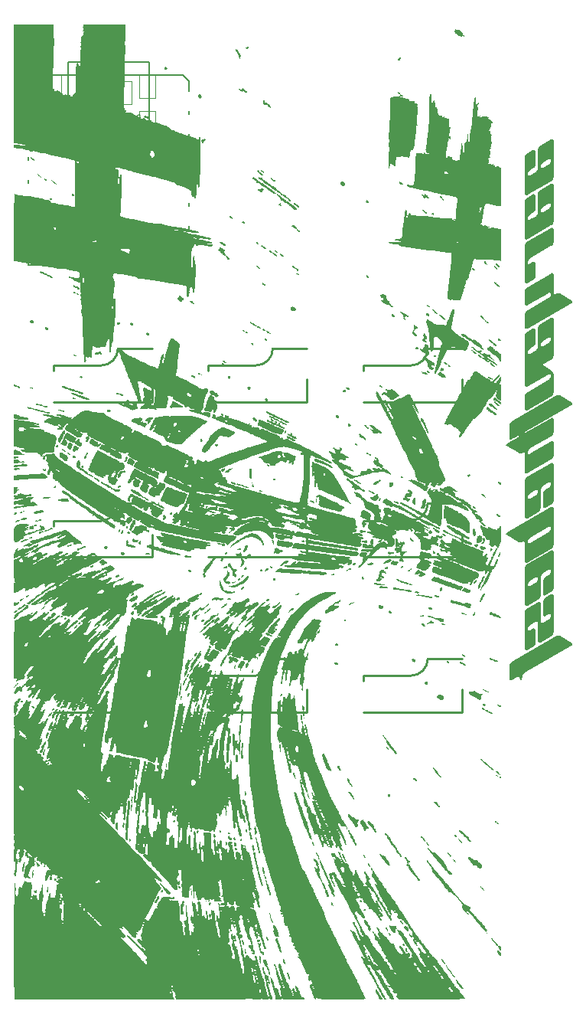
<source format=gbo>
G04 Layer: BottomSilkscreenLayer*
G04 EasyEDA v6.5.47, 2024-10-01 18:36:09*
G04 3ec955026bfb45a2a6d22a94ecb3f8fa,969951738f564c6b9e5867b4eeab67b3,10*
G04 Gerber Generator version 0.2*
G04 Scale: 100 percent, Rotated: No, Reflected: No *
G04 Dimensions in inches *
G04 leading zeros omitted , absolute positions ,3 integer and 6 decimal *
%FSLAX36Y36*%
%MOIN*%

%ADD10C,0.0050*%
%ADD11C,0.0026*%
%ADD12C,0.0100*%

%LPD*%
G36*
X319480Y2421000D02*
G01*
X319480Y1904460D01*
X326120Y1904460D01*
X328800Y1904360D01*
X331200Y1904079D01*
X333040Y1903660D01*
X335319Y1902580D01*
X337740Y1902000D01*
X340959Y1901500D01*
X348380Y1900720D01*
X351640Y1900260D01*
X354060Y1899760D01*
X355340Y1899280D01*
X356320Y1898800D01*
X358000Y1898280D01*
X360120Y1897800D01*
X365120Y1896920D01*
X367000Y1896260D01*
X368180Y1895400D01*
X368780Y1894280D01*
X368500Y1892560D01*
X366680Y1891900D01*
X363660Y1892360D01*
X358040Y1894640D01*
X356360Y1895120D01*
X354880Y1895300D01*
X352660Y1894980D01*
X350920Y1895000D01*
X348840Y1895220D01*
X345379Y1895860D01*
X341860Y1896399D01*
X332760Y1897340D01*
X319480Y1898200D01*
X319480Y1883440D01*
X338280Y1882120D01*
X342840Y1881620D01*
X346140Y1881120D01*
X348900Y1880240D01*
X351280Y1879760D01*
X354500Y1879300D01*
X362520Y1878400D01*
X365980Y1877680D01*
X368640Y1876740D01*
X370620Y1875560D01*
X372460Y1874340D01*
X374280Y1873700D01*
X376480Y1873560D01*
X382260Y1874199D01*
X384200Y1874060D01*
X385560Y1873360D01*
X388180Y1870200D01*
X389760Y1868720D01*
X391420Y1867620D01*
X393060Y1866879D01*
X394660Y1866540D01*
X396120Y1866620D01*
X397420Y1867140D01*
X398480Y1868120D01*
X400580Y1870920D01*
X413440Y1868340D01*
X418700Y1867120D01*
X426860Y1864920D01*
X435920Y1862160D01*
X440580Y1860900D01*
X444940Y1859880D01*
X448459Y1859220D01*
X467200Y1856420D01*
X911340Y1856420D01*
X911480Y1859340D01*
X912400Y1861260D01*
X912900Y1862080D01*
X913340Y1863380D01*
X913720Y1865000D01*
X913980Y1866759D01*
X914720Y1868540D01*
X916320Y1869660D01*
X918500Y1870160D01*
X920960Y1870100D01*
X923379Y1869500D01*
X925500Y1868400D01*
X926979Y1866840D01*
X927700Y1864180D01*
X928100Y1863380D01*
X928700Y1862560D01*
X929419Y1861840D01*
X930160Y1860900D01*
X930759Y1859520D01*
X931160Y1857860D01*
X931420Y1854220D01*
X931820Y1852840D01*
X932500Y1851960D01*
X933500Y1851500D01*
X934200Y1851080D01*
X933860Y1850320D01*
X932420Y1849100D01*
X927480Y1845820D01*
X925500Y1844180D01*
X924040Y1842680D01*
X922200Y1839400D01*
X920759Y1839180D01*
X919599Y1840580D01*
X919320Y1843340D01*
X919419Y1845580D01*
X919340Y1845760D01*
X919140Y1845220D01*
X918120Y1843320D01*
X916640Y1843280D01*
X914960Y1845020D01*
X913300Y1848400D01*
X911940Y1852680D01*
X911340Y1856420D01*
X467200Y1856420D01*
X472760Y1855180D01*
X475420Y1854420D01*
X477980Y1853580D01*
X482920Y1851579D01*
X485260Y1850420D01*
X486540Y1849980D01*
X488380Y1849620D01*
X490540Y1849360D01*
X494900Y1849180D01*
X499300Y1848720D01*
X501760Y1848300D01*
X507740Y1846960D01*
X515680Y1844860D01*
X519400Y1843959D01*
X523940Y1843040D01*
X528740Y1842200D01*
X537180Y1841020D01*
X540640Y1840420D01*
X543200Y1839840D01*
X545480Y1838880D01*
X547240Y1838360D01*
X549520Y1837860D01*
X554580Y1837000D01*
X556840Y1836500D01*
X558580Y1836000D01*
X559560Y1835560D01*
X560980Y1834780D01*
X563300Y1833839D01*
X566260Y1832780D01*
X572900Y1830780D01*
X576040Y1829980D01*
X578640Y1829440D01*
X581740Y1829180D01*
X582840Y1828940D01*
X583740Y1828520D01*
X584460Y1827860D01*
X585020Y1826900D01*
X585420Y1825600D01*
X585515Y1824980D01*
X592620Y1824980D01*
X593580Y1827620D01*
X595580Y1829319D01*
X598220Y1829560D01*
X599080Y1828899D01*
X599660Y1827440D01*
X600000Y1825280D01*
X600100Y1822560D01*
X599920Y1819340D01*
X599509Y1815840D01*
X609980Y1815840D01*
X610040Y1822740D01*
X610140Y1823899D01*
X611420Y1825620D01*
X613080Y1825660D01*
X614380Y1824340D01*
X614520Y1822020D01*
X613920Y1819040D01*
X613720Y1816699D01*
X613880Y1812820D01*
X613880Y1808820D01*
X612600Y1778060D01*
X611980Y1757220D01*
X611680Y1750660D01*
X611540Y1749019D01*
X611400Y1748500D01*
X611260Y1749079D01*
X611000Y1753600D01*
X610460Y1776220D01*
X610020Y1807380D01*
X609980Y1815840D01*
X599509Y1815840D01*
X598840Y1811920D01*
X597600Y1806300D01*
X597340Y1804440D01*
X597060Y1799860D01*
X597120Y1793959D01*
X597940Y1778480D01*
X598120Y1771480D01*
X598040Y1765740D01*
X597740Y1761420D01*
X597500Y1759860D01*
X597200Y1758720D01*
X596840Y1758020D01*
X596440Y1757780D01*
X596200Y1758100D01*
X595980Y1759040D01*
X595620Y1762460D01*
X595360Y1767560D01*
X595240Y1773760D01*
X595120Y1789720D01*
X594820Y1802420D01*
X594380Y1811980D01*
X594120Y1815600D01*
X593800Y1818460D01*
X593440Y1820580D01*
X593040Y1821960D01*
X592620Y1824980D01*
X585515Y1824980D01*
X585680Y1823920D01*
X585800Y1821840D01*
X585800Y1819280D01*
X585440Y1812600D01*
X584240Y1797980D01*
X583740Y1789139D01*
X583900Y1742060D01*
X584341Y1683740D01*
X598640Y1683740D01*
X598700Y1691339D01*
X598920Y1696740D01*
X599060Y1698380D01*
X599260Y1699160D01*
X599440Y1698959D01*
X599660Y1697820D01*
X600040Y1693060D01*
X600360Y1685640D01*
X600634Y1671780D01*
X610180Y1671780D01*
X610260Y1692680D01*
X610660Y1720340D01*
X610900Y1728080D01*
X611080Y1730080D01*
X611280Y1729300D01*
X611480Y1726800D01*
X611820Y1712800D01*
X612140Y1707380D01*
X612560Y1702500D01*
X613500Y1696160D01*
X614200Y1689760D01*
X614660Y1682680D01*
X614860Y1675860D01*
X614780Y1670120D01*
X614620Y1667960D01*
X614380Y1666399D01*
X613540Y1664300D01*
X613100Y1661960D01*
X612740Y1658899D01*
X612320Y1652120D01*
X611980Y1649440D01*
X611540Y1647700D01*
X611060Y1647140D01*
X610940Y1647360D01*
X610720Y1648940D01*
X610520Y1651900D01*
X610260Y1661620D01*
X610180Y1671780D01*
X600634Y1671780D01*
X600740Y1661260D01*
X600640Y1651320D01*
X600380Y1651000D01*
X600140Y1651000D01*
X599940Y1651360D01*
X599580Y1653180D01*
X599300Y1656740D01*
X598840Y1669980D01*
X598640Y1683740D01*
X584341Y1683740D01*
X584600Y1655200D01*
X584680Y1625740D01*
X584580Y1620920D01*
X584500Y1620380D01*
X584100Y1622640D01*
X583500Y1624319D01*
X582620Y1625720D01*
X581460Y1626800D01*
X580000Y1627640D01*
X578180Y1628200D01*
X576000Y1628540D01*
X571420Y1628779D01*
X568940Y1629199D01*
X566360Y1629780D01*
X561600Y1631260D01*
X559160Y1631840D01*
X556880Y1632260D01*
X553480Y1632500D01*
X551740Y1632760D01*
X550060Y1633160D01*
X547800Y1633959D01*
X545180Y1634640D01*
X541280Y1635400D01*
X529340Y1637160D01*
X516360Y1638760D01*
X512100Y1639379D01*
X508300Y1640160D01*
X505420Y1640960D01*
X502420Y1642440D01*
X500040Y1643120D01*
X496980Y1643680D01*
X490520Y1644360D01*
X487720Y1644860D01*
X485240Y1645540D01*
X483080Y1646360D01*
X481280Y1647360D01*
X479820Y1648480D01*
X478760Y1649760D01*
X478100Y1651160D01*
X477600Y1651920D01*
X476659Y1652740D01*
X475300Y1653580D01*
X473600Y1654420D01*
X469480Y1656040D01*
X464780Y1657420D01*
X462380Y1657960D01*
X460060Y1658380D01*
X457840Y1658640D01*
X453060Y1658899D01*
X450360Y1659420D01*
X447819Y1660260D01*
X443200Y1662580D01*
X441079Y1663260D01*
X438960Y1663440D01*
X434540Y1662940D01*
X432680Y1663040D01*
X431019Y1663480D01*
X428160Y1665060D01*
X426540Y1665680D01*
X424840Y1666100D01*
X421580Y1666399D01*
X419460Y1666780D01*
X417220Y1667340D01*
X412680Y1668779D01*
X409580Y1669500D01*
X406200Y1670140D01*
X399940Y1670940D01*
X397280Y1671399D01*
X395260Y1671879D01*
X393600Y1672540D01*
X390940Y1672940D01*
X386700Y1673300D01*
X381360Y1673580D01*
X374960Y1673779D01*
X369240Y1674139D01*
X366960Y1674360D01*
X363519Y1674980D01*
X362360Y1675360D01*
X359739Y1676560D01*
X356820Y1677100D01*
X352760Y1677420D01*
X342939Y1677620D01*
X339120Y1677860D01*
X336420Y1678220D01*
X335240Y1678640D01*
X334640Y1679139D01*
X333519Y1679660D01*
X332020Y1680160D01*
X328500Y1681060D01*
X326680Y1681840D01*
X325060Y1682800D01*
X323840Y1683820D01*
X322879Y1684800D01*
X321940Y1685580D01*
X321120Y1686120D01*
X320540Y1686320D01*
X320420Y1685440D01*
X320200Y1678740D01*
X320000Y1666060D01*
X319636Y1615580D01*
X770500Y1615580D01*
X770540Y1622220D01*
X771060Y1639240D01*
X771880Y1656240D01*
X772300Y1662140D01*
X772640Y1665560D01*
X772760Y1666100D01*
X772920Y1665040D01*
X773160Y1656600D01*
X773319Y1641900D01*
X773300Y1622100D01*
X773199Y1613600D01*
X773020Y1607360D01*
X772760Y1603220D01*
X772420Y1601040D01*
X772200Y1600640D01*
X771960Y1600660D01*
X771660Y1601140D01*
X771400Y1601900D01*
X770980Y1604300D01*
X770680Y1607900D01*
X770500Y1615580D01*
X319636Y1615580D01*
X319480Y1535860D01*
X497819Y1535860D01*
X499840Y1535680D01*
X501320Y1535180D01*
X502260Y1534379D01*
X502620Y1533300D01*
X502440Y1531980D01*
X501700Y1530440D01*
X500400Y1528740D01*
X500000Y1528340D01*
X1022260Y1528340D01*
X1024820Y1528240D01*
X1027099Y1527980D01*
X1028840Y1527580D01*
X1030980Y1526540D01*
X1033259Y1525920D01*
X1036300Y1525300D01*
X1039780Y1524760D01*
X1048520Y1523640D01*
X1032860Y1523460D01*
X1027620Y1523620D01*
X1025660Y1523820D01*
X1024020Y1524139D01*
X1022600Y1524560D01*
X1021300Y1525120D01*
X1015920Y1528340D01*
X500000Y1528340D01*
X498540Y1526879D01*
X495480Y1524300D01*
X493860Y1523740D01*
X493220Y1525440D01*
X493120Y1529600D01*
X493100Y1535860D01*
X319480Y1535860D01*
X319480Y1473920D01*
X659539Y1473920D01*
X659620Y1474480D01*
X660400Y1475220D01*
X661840Y1476100D01*
X663980Y1477140D01*
X667260Y1478480D01*
X670220Y1479480D01*
X672840Y1480080D01*
X675060Y1480340D01*
X676860Y1480220D01*
X678199Y1479740D01*
X679020Y1478899D01*
X679300Y1477680D01*
X679160Y1476020D01*
X678660Y1475040D01*
X677600Y1474560D01*
X674000Y1474360D01*
X663259Y1473380D01*
X661360Y1473360D01*
X660120Y1473540D01*
X659539Y1473920D01*
X319480Y1473920D01*
X319480Y1441600D01*
X784620Y1441600D01*
X785720Y1443580D01*
X786880Y1444199D01*
X788740Y1444700D01*
X791220Y1445080D01*
X794140Y1445360D01*
X797360Y1445520D01*
X800780Y1445580D01*
X804240Y1445540D01*
X810699Y1445100D01*
X813420Y1444720D01*
X815639Y1444220D01*
X818660Y1442940D01*
X820260Y1442380D01*
X821820Y1442000D01*
X823160Y1441860D01*
X825120Y1441200D01*
X825980Y1439640D01*
X825699Y1437620D01*
X823460Y1434720D01*
X823020Y1433460D01*
X822920Y1431840D01*
X823100Y1429840D01*
X823139Y1428140D01*
X822620Y1426819D01*
X821640Y1425900D01*
X820220Y1425360D01*
X818439Y1425240D01*
X816340Y1425520D01*
X813980Y1426240D01*
X809840Y1428140D01*
X808259Y1428740D01*
X806840Y1429139D01*
X804860Y1429440D01*
X803860Y1429840D01*
X802940Y1430440D01*
X801320Y1431900D01*
X800200Y1432500D01*
X798900Y1432900D01*
X796460Y1433160D01*
X795520Y1433420D01*
X794880Y1433800D01*
X794380Y1434820D01*
X793640Y1435400D01*
X792540Y1435920D01*
X791200Y1436339D01*
X787560Y1437700D01*
X785300Y1439540D01*
X784620Y1441600D01*
X319480Y1441600D01*
X319480Y1390620D01*
X331480Y1389420D01*
X337660Y1388380D01*
X341540Y1387340D01*
X344700Y1386720D01*
X348560Y1386080D01*
X359260Y1384640D01*
X367040Y1383320D01*
X371040Y1382540D01*
X374140Y1382120D01*
X377260Y1381840D01*
X382600Y1381579D01*
X385060Y1381279D01*
X387160Y1380840D01*
X390080Y1379700D01*
X392280Y1379000D01*
X394880Y1378320D01*
X411480Y1375060D01*
X430740Y1371399D01*
X452140Y1367500D01*
X458620Y1366800D01*
X464260Y1366500D01*
X467680Y1366080D01*
X471260Y1365460D01*
X477780Y1364000D01*
X481280Y1363400D01*
X484660Y1362980D01*
X489820Y1362660D01*
X492720Y1362240D01*
X495940Y1361620D01*
X499219Y1360840D01*
X502340Y1359960D01*
X505040Y1359079D01*
X507120Y1358220D01*
X508340Y1357460D01*
X510280Y1356740D01*
X513340Y1356620D01*
X516420Y1357040D01*
X519140Y1358300D01*
X520360Y1358540D01*
X522020Y1358660D01*
X526460Y1358560D01*
X531960Y1358080D01*
X538060Y1357300D01*
X544240Y1356260D01*
X550000Y1355040D01*
X554880Y1353680D01*
X558600Y1352440D01*
X560800Y1351980D01*
X563140Y1351680D01*
X567540Y1351459D01*
X569700Y1351140D01*
X571620Y1350700D01*
X574620Y1349520D01*
X576960Y1348839D01*
X579760Y1348200D01*
X593200Y1346000D01*
X595800Y1345480D01*
X597980Y1344940D01*
X599820Y1344360D01*
X601300Y1343700D01*
X602500Y1342940D01*
X603440Y1342060D01*
X604120Y1341020D01*
X604620Y1339820D01*
X604960Y1338400D01*
X605160Y1336740D01*
X605300Y1332660D01*
X605283Y1329220D01*
X617880Y1329220D01*
X617980Y1330860D01*
X618220Y1331900D01*
X618640Y1332460D01*
X619220Y1332700D01*
X620020Y1332760D01*
X620440Y1332560D01*
X620860Y1332000D01*
X621280Y1331080D01*
X621680Y1329860D01*
X622420Y1326519D01*
X623080Y1322180D01*
X623620Y1317060D01*
X624000Y1311339D01*
X624240Y1305220D01*
X624260Y1298899D01*
X624040Y1287080D01*
X623540Y1270760D01*
X623040Y1259140D01*
X622580Y1251220D01*
X622320Y1249020D01*
X622180Y1249260D01*
X621920Y1251840D01*
X621720Y1256720D01*
X621540Y1269660D01*
X621260Y1280540D01*
X620760Y1290400D01*
X620460Y1294240D01*
X619480Y1303680D01*
X618480Y1316360D01*
X618060Y1323560D01*
X617880Y1329220D01*
X605283Y1329220D01*
X605240Y1328060D01*
X605020Y1326120D01*
X604640Y1324360D01*
X604120Y1322760D01*
X603440Y1321339D01*
X602620Y1320080D01*
X601620Y1318980D01*
X600480Y1318060D01*
X599200Y1317320D01*
X597740Y1316740D01*
X596140Y1316320D01*
X594380Y1316080D01*
X592460Y1316020D01*
X590380Y1316100D01*
X588160Y1316380D01*
X585760Y1316800D01*
X583220Y1317400D01*
X577640Y1319100D01*
X571520Y1321320D01*
X568700Y1322180D01*
X566140Y1322820D01*
X563880Y1323240D01*
X561920Y1323440D01*
X560300Y1323460D01*
X559020Y1323280D01*
X558100Y1322940D01*
X557580Y1322420D01*
X557440Y1321759D01*
X557720Y1320940D01*
X558440Y1320000D01*
X559620Y1318920D01*
X561260Y1317740D01*
X563400Y1316459D01*
X570380Y1312920D01*
X576640Y1309620D01*
X578700Y1308200D01*
X580580Y1307180D01*
X585960Y1304680D01*
X591500Y1302400D01*
X593600Y1301680D01*
X595500Y1301320D01*
X596040Y1301080D01*
X596420Y1300700D01*
X596560Y1300260D01*
X596860Y1298420D01*
X597700Y1297060D01*
X598940Y1296160D01*
X600420Y1295740D01*
X602000Y1295820D01*
X603540Y1296420D01*
X604920Y1297540D01*
X605980Y1299220D01*
X606520Y1300440D01*
X606960Y1301160D01*
X607280Y1301260D01*
X607500Y1300680D01*
X607660Y1299319D01*
X607820Y1293820D01*
X608040Y1278780D01*
X608240Y1272540D01*
X608520Y1267100D01*
X608880Y1262440D01*
X609280Y1258620D01*
X609760Y1255660D01*
X610280Y1253580D01*
X611160Y1251460D01*
X611340Y1250300D01*
X611100Y1249280D01*
X610460Y1248260D01*
X609320Y1245780D01*
X608860Y1242520D01*
X609140Y1239340D01*
X611180Y1235100D01*
X611560Y1232260D01*
X611300Y1229780D01*
X609440Y1227640D01*
X609120Y1225200D01*
X609380Y1222440D01*
X610740Y1219280D01*
X611240Y1216880D01*
X611680Y1213640D01*
X612580Y1203420D01*
X613140Y1198940D01*
X613760Y1194960D01*
X614800Y1189520D01*
X614960Y1186960D01*
X614580Y1185080D01*
X612660Y1181500D01*
X612020Y1179140D01*
X611640Y1176440D01*
X611560Y1173580D01*
X611760Y1170740D01*
X612220Y1168080D01*
X612960Y1165780D01*
X615140Y1162060D01*
X615900Y1159420D01*
X616320Y1155620D01*
X616600Y1145920D01*
X616980Y1139680D01*
X617460Y1137400D01*
X617800Y1133900D01*
X618120Y1127940D01*
X618645Y1112640D01*
X737720Y1112640D01*
X737760Y1117720D01*
X738060Y1122620D01*
X738560Y1126760D01*
X738880Y1128400D01*
X739260Y1129620D01*
X739880Y1131000D01*
X740380Y1133840D01*
X740879Y1138420D01*
X741300Y1144180D01*
X741820Y1153560D01*
X742300Y1159040D01*
X742800Y1163180D01*
X743259Y1165380D01*
X743800Y1167400D01*
X744440Y1171020D01*
X745100Y1175740D01*
X748480Y1207120D01*
X749580Y1216160D01*
X749980Y1218680D01*
X750460Y1220460D01*
X750600Y1220600D01*
X750740Y1220540D01*
X751020Y1219980D01*
X751360Y1218360D01*
X751580Y1214620D01*
X751580Y1209400D01*
X751400Y1203320D01*
X751080Y1197020D01*
X750639Y1191080D01*
X750120Y1186120D01*
X749840Y1184200D01*
X749539Y1182760D01*
X748680Y1180060D01*
X748060Y1176780D01*
X747460Y1172520D01*
X746400Y1162980D01*
X745759Y1158700D01*
X745120Y1155400D01*
X744020Y1151700D01*
X743620Y1148480D01*
X743340Y1144340D01*
X743160Y1134120D01*
X742860Y1130500D01*
X742280Y1128480D01*
X741360Y1127600D01*
X740840Y1127260D01*
X740420Y1126620D01*
X740080Y1125640D01*
X739820Y1124220D01*
X739620Y1122300D01*
X739380Y1116720D01*
X739100Y1103820D01*
X739000Y1102620D01*
X738860Y1102280D01*
X738680Y1102740D01*
X738180Y1105840D01*
X737940Y1107900D01*
X737720Y1112640D01*
X618645Y1112640D01*
X619260Y1086820D01*
X620260Y1033199D01*
X621060Y1008100D01*
X621237Y1004860D01*
X643460Y1004860D01*
X643520Y1011180D01*
X643660Y1014140D01*
X644200Y1019240D01*
X644580Y1021220D01*
X645040Y1022720D01*
X646020Y1024460D01*
X646400Y1025800D01*
X646680Y1027460D01*
X646860Y1031700D01*
X647099Y1035100D01*
X647260Y1036140D01*
X647440Y1036740D01*
X647640Y1036940D01*
X647840Y1036780D01*
X648240Y1035340D01*
X648600Y1032580D01*
X648900Y1028680D01*
X649080Y1023760D01*
X649120Y1017140D01*
X648980Y1010560D01*
X648660Y1005680D01*
X648460Y1004000D01*
X648220Y1002900D01*
X647960Y1002400D01*
X647480Y1001760D01*
X647080Y1000600D01*
X646800Y999100D01*
X646700Y997380D01*
X646800Y995680D01*
X647080Y994160D01*
X647480Y993000D01*
X648439Y991720D01*
X648840Y990500D01*
X649120Y988900D01*
X649220Y987099D01*
X649220Y982600D01*
X646120Y985939D01*
X645540Y986900D01*
X645040Y988420D01*
X644599Y990440D01*
X644220Y992840D01*
X643700Y998520D01*
X643460Y1004860D01*
X621237Y1004860D01*
X621560Y1000140D01*
X621960Y998280D01*
X622420Y994360D01*
X622860Y988080D01*
X623200Y980220D01*
X623460Y970879D01*
X623780Y962820D01*
X624180Y957120D01*
X624440Y955040D01*
X624760Y953420D01*
X625100Y952200D01*
X625520Y951320D01*
X626020Y950759D01*
X626580Y950460D01*
X627220Y950360D01*
X628780Y950819D01*
X630220Y952080D01*
X631460Y953920D01*
X632420Y956160D01*
X633080Y958620D01*
X633320Y961080D01*
X633100Y963379D01*
X632360Y965300D01*
X632100Y966820D01*
X632040Y970000D01*
X632140Y974340D01*
X632660Y982380D01*
X633200Y986820D01*
X633480Y988280D01*
X633780Y989220D01*
X634060Y989659D01*
X634340Y989580D01*
X634580Y988960D01*
X635000Y986140D01*
X635420Y978199D01*
X635900Y975819D01*
X636700Y973940D01*
X637860Y972460D01*
X640360Y969940D01*
X644120Y973640D01*
X645600Y975220D01*
X646820Y976800D01*
X647660Y978180D01*
X648160Y979599D01*
X648500Y979280D01*
X649000Y978340D01*
X650460Y974620D01*
X651320Y972880D01*
X652180Y971620D01*
X653040Y970819D01*
X653860Y970480D01*
X654659Y970560D01*
X655420Y971040D01*
X656120Y971960D01*
X656780Y973259D01*
X657380Y974940D01*
X657920Y977000D01*
X658379Y979419D01*
X658760Y982200D01*
X659040Y985300D01*
X659440Y997600D01*
X659700Y1002360D01*
X660080Y1006220D01*
X660300Y1007660D01*
X661040Y1010480D01*
X662020Y1014920D01*
X662380Y1017000D01*
X662860Y1019140D01*
X663580Y1020759D01*
X664500Y1021820D01*
X665600Y1022320D01*
X666860Y1022280D01*
X668220Y1021660D01*
X669700Y1020460D01*
X672680Y1016960D01*
X674120Y1015600D01*
X675680Y1014640D01*
X677460Y1014000D01*
X679620Y1013660D01*
X682240Y1013620D01*
X685460Y1013840D01*
X705639Y1016200D01*
X712520Y1017080D01*
X714740Y1017540D01*
X716340Y1018139D01*
X717480Y1018940D01*
X718340Y1020020D01*
X719040Y1021480D01*
X719760Y1023379D01*
X720560Y1025960D01*
X721300Y1029060D01*
X721880Y1032260D01*
X722680Y1038500D01*
X723379Y1040960D01*
X724520Y1042880D01*
X728080Y1046520D01*
X729200Y1048780D01*
X729880Y1052300D01*
X730639Y1061160D01*
X731360Y1066440D01*
X731800Y1068440D01*
X732260Y1070040D01*
X732760Y1071220D01*
X733240Y1071960D01*
X733720Y1072280D01*
X734180Y1072180D01*
X734620Y1071640D01*
X735000Y1070660D01*
X735340Y1069240D01*
X735600Y1067400D01*
X735780Y1065100D01*
X735879Y1062340D01*
X735040Y1011580D01*
X735120Y1002080D01*
X735240Y999720D01*
X735420Y997940D01*
X735639Y996660D01*
X735920Y995699D01*
X736660Y994300D01*
X737580Y993080D01*
X738379Y992520D01*
X739060Y992660D01*
X739599Y993460D01*
X740020Y994960D01*
X740340Y997159D01*
X740540Y1000080D01*
X740819Y1007200D01*
X741240Y1011100D01*
X741840Y1014920D01*
X743319Y1021460D01*
X744740Y1028780D01*
X745800Y1035180D01*
X746620Y1037840D01*
X747720Y1040040D01*
X750500Y1043480D01*
X751420Y1045300D01*
X751960Y1047420D01*
X752120Y1049940D01*
X752360Y1061960D01*
X752920Y1075420D01*
X753640Y1088100D01*
X754440Y1097720D01*
X754800Y1100700D01*
X755140Y1102080D01*
X755480Y1102780D01*
X755800Y1103940D01*
X756120Y1105760D01*
X756780Y1112160D01*
X757600Y1123560D01*
X759800Y1159380D01*
X760680Y1171540D01*
X761580Y1182040D01*
X762580Y1192080D01*
X762700Y1194520D01*
X762700Y1196620D01*
X762580Y1198540D01*
X762320Y1200340D01*
X761940Y1202140D01*
X760620Y1207320D01*
X760180Y1210700D01*
X760080Y1214260D01*
X760480Y1221160D01*
X760360Y1223840D01*
X759940Y1226000D01*
X759300Y1227560D01*
X758439Y1228480D01*
X757420Y1228720D01*
X756260Y1228180D01*
X753840Y1225500D01*
X752920Y1224980D01*
X752200Y1225260D01*
X751700Y1226340D01*
X751440Y1228240D01*
X751420Y1230940D01*
X751600Y1234440D01*
X752640Y1244780D01*
X753560Y1255380D01*
X756580Y1297080D01*
X756840Y1301560D01*
X756760Y1304520D01*
X756260Y1306380D01*
X754500Y1308540D01*
X753860Y1309960D01*
X753439Y1311600D01*
X753120Y1315040D01*
X752720Y1316660D01*
X752120Y1318040D01*
X750080Y1320800D01*
X749599Y1323460D01*
X749920Y1327040D01*
X751060Y1331519D01*
X751820Y1333920D01*
X752220Y1334780D01*
X752760Y1335440D01*
X753480Y1335880D01*
X754500Y1336160D01*
X755900Y1336260D01*
X757760Y1336200D01*
X763160Y1335660D01*
X771400Y1334620D01*
X777840Y1333899D01*
X784260Y1333300D01*
X789940Y1332900D01*
X797480Y1332600D01*
X800920Y1332200D01*
X804000Y1331600D01*
X808580Y1330140D01*
X811300Y1329540D01*
X814180Y1329139D01*
X819580Y1328820D01*
X822560Y1328440D01*
X825440Y1327860D01*
X830140Y1326440D01*
X832640Y1325860D01*
X835020Y1325460D01*
X839620Y1325100D01*
X842460Y1324600D01*
X845380Y1323839D01*
X848259Y1322900D01*
X850980Y1321800D01*
X853379Y1320620D01*
X855340Y1319360D01*
X856700Y1318120D01*
X857540Y1317220D01*
X858420Y1316519D01*
X859500Y1315960D01*
X860860Y1315520D01*
X862660Y1315180D01*
X867980Y1314680D01*
X874340Y1314280D01*
X879320Y1313839D01*
X883600Y1313320D01*
X886660Y1312780D01*
X889580Y1311940D01*
X892620Y1311300D01*
X896260Y1310680D01*
X929520Y1306480D01*
X933980Y1305840D01*
X939500Y1304800D01*
X943520Y1303540D01*
X945780Y1303080D01*
X948220Y1302780D01*
X952740Y1302560D01*
X954740Y1302240D01*
X956340Y1301780D01*
X958620Y1300580D01*
X961040Y1299900D01*
X964260Y1299300D01*
X983139Y1297120D01*
X1001740Y1294840D01*
X1028379Y1291220D01*
X1035200Y1290120D01*
X1039760Y1289000D01*
X1042120Y1288500D01*
X1044860Y1288060D01*
X1047620Y1287760D01*
X1052160Y1287540D01*
X1053860Y1287280D01*
X1055000Y1286900D01*
X1055800Y1285900D01*
X1056800Y1285360D01*
X1058300Y1284860D01*
X1060120Y1284460D01*
X1063700Y1283899D01*
X1066340Y1283280D01*
X1067340Y1282860D01*
X1068180Y1282320D01*
X1068840Y1281600D01*
X1069380Y1280680D01*
X1069780Y1279500D01*
X1070060Y1278060D01*
X1070260Y1276260D01*
X1070440Y1271580D01*
X1070500Y1256120D01*
X1070760Y1248060D01*
X1071020Y1244880D01*
X1071380Y1242240D01*
X1071840Y1240060D01*
X1072440Y1238340D01*
X1073160Y1237020D01*
X1074000Y1236060D01*
X1075020Y1235420D01*
X1076200Y1235080D01*
X1077540Y1234960D01*
X1078320Y1235220D01*
X1079100Y1235940D01*
X1079840Y1237060D01*
X1080540Y1238560D01*
X1081200Y1240360D01*
X1081780Y1242420D01*
X1082280Y1244660D01*
X1082700Y1247080D01*
X1083000Y1249580D01*
X1083180Y1252120D01*
X1083220Y1254640D01*
X1083020Y1259620D01*
X1083040Y1262020D01*
X1083220Y1264260D01*
X1083500Y1266360D01*
X1083920Y1268320D01*
X1084420Y1270100D01*
X1085020Y1271720D01*
X1085680Y1273180D01*
X1086420Y1274440D01*
X1087220Y1275500D01*
X1088040Y1276380D01*
X1088900Y1277040D01*
X1089780Y1277500D01*
X1090680Y1277720D01*
X1091560Y1277740D01*
X1092420Y1277500D01*
X1093260Y1277020D01*
X1094060Y1276300D01*
X1094800Y1275300D01*
X1095480Y1274060D01*
X1096100Y1272520D01*
X1096620Y1270720D01*
X1097040Y1268620D01*
X1098100Y1259660D01*
X1098480Y1257460D01*
X1098920Y1255880D01*
X1099440Y1254820D01*
X1100080Y1254180D01*
X1100860Y1253860D01*
X1101840Y1253780D01*
X1103620Y1254180D01*
X1104580Y1255420D01*
X1104720Y1257460D01*
X1103600Y1262000D01*
X1103580Y1263560D01*
X1104000Y1265060D01*
X1105240Y1267340D01*
X1105580Y1268200D01*
X1106120Y1270500D01*
X1106540Y1273720D01*
X1106840Y1277940D01*
X1107020Y1283220D01*
X1107080Y1289700D01*
X1106880Y1306540D01*
X1106900Y1311440D01*
X1107240Y1315060D01*
X1108000Y1317900D01*
X1109660Y1321339D01*
X1110000Y1322560D01*
X1110540Y1326000D01*
X1110940Y1330540D01*
X1111200Y1336000D01*
X1111320Y1342140D01*
X1111320Y1348760D01*
X1110940Y1362500D01*
X1110580Y1369180D01*
X1110100Y1375460D01*
X1109540Y1381100D01*
X1108880Y1385860D01*
X1108140Y1389560D01*
X1107740Y1390940D01*
X1106460Y1393980D01*
X1105980Y1396100D01*
X1105880Y1398360D01*
X1106300Y1403100D01*
X1106260Y1405600D01*
X1105980Y1408040D01*
X1105480Y1410120D01*
X1104620Y1412040D01*
X1103620Y1413080D01*
X1102560Y1413280D01*
X1101560Y1412720D01*
X1100640Y1411459D01*
X1099920Y1409600D01*
X1099440Y1407180D01*
X1099140Y1398959D01*
X1098920Y1396339D01*
X1098480Y1393020D01*
X1097720Y1384319D01*
X1096720Y1367720D01*
X1096480Y1365180D01*
X1096160Y1363400D01*
X1095740Y1362240D01*
X1095160Y1361519D01*
X1094420Y1361100D01*
X1093440Y1360800D01*
X1091020Y1360400D01*
X1089880Y1361100D01*
X1089840Y1363440D01*
X1091200Y1370800D01*
X1091620Y1373500D01*
X1091860Y1375760D01*
X1091900Y1377260D01*
X1091440Y1384460D01*
X1091140Y1391480D01*
X1090960Y1398280D01*
X1090900Y1404840D01*
X1090980Y1411080D01*
X1091180Y1417000D01*
X1091520Y1422560D01*
X1091940Y1427700D01*
X1092500Y1432380D01*
X1093160Y1436600D01*
X1093920Y1440300D01*
X1094780Y1443420D01*
X1095240Y1444780D01*
X1096240Y1447000D01*
X1096780Y1447860D01*
X1097340Y1448560D01*
X1097920Y1449079D01*
X1098520Y1449440D01*
X1100940Y1449980D01*
X1101980Y1450940D01*
X1102520Y1452920D01*
X1102820Y1456459D01*
X1103280Y1459360D01*
X1104180Y1461620D01*
X1105440Y1463200D01*
X1106900Y1464040D01*
X1108460Y1464120D01*
X1110000Y1463380D01*
X1111380Y1461819D01*
X1112460Y1459379D01*
X1113880Y1457620D01*
X1116160Y1456900D01*
X1118580Y1457300D01*
X1120860Y1459319D01*
X1121840Y1459680D01*
X1123200Y1459960D01*
X1124940Y1460160D01*
X1129280Y1460320D01*
X1134500Y1460180D01*
X1140260Y1459780D01*
X1146200Y1459160D01*
X1151980Y1458320D01*
X1157200Y1457340D01*
X1161540Y1456200D01*
X1163260Y1455600D01*
X1165960Y1454319D01*
X1167160Y1453920D01*
X1168080Y1453760D01*
X1169400Y1454180D01*
X1170960Y1454379D01*
X1173100Y1454520D01*
X1178620Y1454660D01*
X1180920Y1455080D01*
X1182660Y1455820D01*
X1184040Y1456980D01*
X1184960Y1458320D01*
X1185320Y1459560D01*
X1185100Y1460680D01*
X1184360Y1461639D01*
X1183140Y1462420D01*
X1181460Y1463000D01*
X1179360Y1463320D01*
X1175600Y1463360D01*
X1172180Y1463560D01*
X1168020Y1464000D01*
X1163600Y1464620D01*
X1157180Y1465740D01*
X1149440Y1466960D01*
X1146940Y1467280D01*
X1146320Y1467480D01*
X1147900Y1467660D01*
X1151340Y1467800D01*
X1159160Y1467880D01*
X1164460Y1467780D01*
X1168840Y1467540D01*
X1171780Y1467220D01*
X1173900Y1466800D01*
X1175640Y1466980D01*
X1177660Y1467540D01*
X1179920Y1468480D01*
X1181800Y1469500D01*
X1183040Y1470420D01*
X1183620Y1471260D01*
X1183580Y1472020D01*
X1182880Y1472720D01*
X1181500Y1473360D01*
X1179480Y1473980D01*
X1166580Y1476600D01*
X1161680Y1477780D01*
X1158380Y1478820D01*
X1155880Y1479860D01*
X1153540Y1480560D01*
X1150680Y1481279D01*
X1137880Y1483980D01*
X1135520Y1484540D01*
X1133060Y1485000D01*
X1129680Y1485380D01*
X1125860Y1485620D01*
X1118560Y1485800D01*
X1115720Y1486060D01*
X1113800Y1486440D01*
X1113100Y1486900D01*
X1112760Y1487440D01*
X1111840Y1488000D01*
X1110460Y1488500D01*
X1107060Y1489360D01*
X1105560Y1490000D01*
X1104420Y1490740D01*
X1103020Y1492300D01*
X1101220Y1492840D01*
X1098280Y1493160D01*
X1090240Y1493340D01*
X1087700Y1493560D01*
X1086500Y1493920D01*
X1086660Y1494400D01*
X1088140Y1495020D01*
X1090100Y1495380D01*
X1092440Y1495500D01*
X1095060Y1495400D01*
X1097880Y1495080D01*
X1100820Y1494560D01*
X1103760Y1493880D01*
X1106620Y1493040D01*
X1109300Y1492080D01*
X1111720Y1490980D01*
X1113780Y1489800D01*
X1115380Y1488560D01*
X1117620Y1487360D01*
X1120600Y1487040D01*
X1123800Y1487580D01*
X1126680Y1488980D01*
X1128240Y1489840D01*
X1129980Y1490320D01*
X1131940Y1490460D01*
X1155420Y1487520D01*
X1159460Y1486840D01*
X1162400Y1486180D01*
X1163800Y1485620D01*
X1165280Y1484880D01*
X1167380Y1484660D01*
X1169820Y1484880D01*
X1172360Y1485460D01*
X1174720Y1486339D01*
X1176600Y1487400D01*
X1177780Y1488600D01*
X1177960Y1489840D01*
X1177680Y1490380D01*
X1177140Y1490860D01*
X1176240Y1491339D01*
X1174880Y1491819D01*
X1170320Y1492960D01*
X1159060Y1495280D01*
X1140260Y1499420D01*
X1137520Y1499920D01*
X1134800Y1500280D01*
X1131900Y1500880D01*
X1123200Y1503100D01*
X1118260Y1504480D01*
X1112800Y1505800D01*
X1107380Y1506900D01*
X1102640Y1507680D01*
X1097400Y1508240D01*
X1094480Y1508680D01*
X1092300Y1509120D01*
X1090140Y1509940D01*
X1088320Y1510400D01*
X1085960Y1510820D01*
X1080520Y1511620D01*
X1077820Y1512280D01*
X1075520Y1513060D01*
X1073920Y1513860D01*
X1072640Y1514620D01*
X1071220Y1515240D01*
X1069780Y1515660D01*
X1067460Y1515900D01*
X1066360Y1516140D01*
X1065440Y1516519D01*
X1063960Y1517500D01*
X1062640Y1518140D01*
X1060980Y1518779D01*
X1054800Y1520600D01*
X1060060Y1520700D01*
X1062340Y1520660D01*
X1064640Y1520420D01*
X1066680Y1520060D01*
X1069480Y1519160D01*
X1073080Y1518260D01*
X1077860Y1517420D01*
X1083520Y1516620D01*
X1089760Y1515920D01*
X1096300Y1515300D01*
X1102820Y1514820D01*
X1109040Y1514480D01*
X1114660Y1514300D01*
X1119360Y1514319D01*
X1122880Y1514560D01*
X1124100Y1514760D01*
X1124920Y1515020D01*
X1125260Y1515340D01*
X1125000Y1516160D01*
X1123900Y1517200D01*
X1122100Y1518380D01*
X1119780Y1519620D01*
X1117120Y1520820D01*
X1114280Y1521940D01*
X1111440Y1522860D01*
X1108760Y1523500D01*
X1084600Y1528500D01*
X1063560Y1532720D01*
X1042120Y1537180D01*
X1038580Y1537800D01*
X1035639Y1538220D01*
X1032180Y1538480D01*
X1030420Y1538779D01*
X1028600Y1539199D01*
X1024920Y1540360D01*
X1021919Y1541020D01*
X1018360Y1541660D01*
X991960Y1545080D01*
X989080Y1545540D01*
X986500Y1546080D01*
X984100Y1546740D01*
X981720Y1547520D01*
X979280Y1548480D01*
X973620Y1551100D01*
X972760Y1551339D01*
X968940Y1551819D01*
X962880Y1552280D01*
X955360Y1552660D01*
X947159Y1552960D01*
X939599Y1553380D01*
X933520Y1553880D01*
X929640Y1554420D01*
X927080Y1555240D01*
X924220Y1555800D01*
X920620Y1556320D01*
X912640Y1557140D01*
X908980Y1557720D01*
X906040Y1558400D01*
X902740Y1559740D01*
X900460Y1560400D01*
X897720Y1560940D01*
X891680Y1561680D01*
X884880Y1562760D01*
X878480Y1564100D01*
X875780Y1564800D01*
X873600Y1565460D01*
X871020Y1566519D01*
X869700Y1566879D01*
X868340Y1567120D01*
X865520Y1567340D01*
X863400Y1567720D01*
X861000Y1568280D01*
X857140Y1569379D01*
X852760Y1570440D01*
X840540Y1572880D01*
X827780Y1575180D01*
X818420Y1577080D01*
X811300Y1578800D01*
X789280Y1583120D01*
X786560Y1583880D01*
X784539Y1584720D01*
X783139Y1585720D01*
X782300Y1586940D01*
X781960Y1588460D01*
X782060Y1590340D01*
X782700Y1593540D01*
X783040Y1596320D01*
X783600Y1604880D01*
X783920Y1615760D01*
X784120Y1627280D01*
X784620Y1637380D01*
X784980Y1641320D01*
X785380Y1644240D01*
X785699Y1645800D01*
X786080Y1650460D01*
X786420Y1658620D01*
X786720Y1669500D01*
X787140Y1696440D01*
X787280Y1714660D01*
X787260Y1741699D01*
X787140Y1752680D01*
X786940Y1760940D01*
X786640Y1765760D01*
X786440Y1766620D01*
X785759Y1767540D01*
X785040Y1768040D01*
X784340Y1768140D01*
X783660Y1767840D01*
X782980Y1767180D01*
X782300Y1766160D01*
X781660Y1764820D01*
X781040Y1763120D01*
X780440Y1761120D01*
X779360Y1756240D01*
X778460Y1750300D01*
X777760Y1743380D01*
X777140Y1734600D01*
X776660Y1730300D01*
X776120Y1727120D01*
X775160Y1724560D01*
X774960Y1723020D01*
X774960Y1721120D01*
X775420Y1717020D01*
X775440Y1715300D01*
X775200Y1714040D01*
X774479Y1712880D01*
X774220Y1711759D01*
X773820Y1707880D01*
X773540Y1702120D01*
X773340Y1687920D01*
X773180Y1682140D01*
X772840Y1676980D01*
X772700Y1676500D01*
X772600Y1676579D01*
X772420Y1677920D01*
X772180Y1684480D01*
X772060Y1694980D01*
X772140Y1714820D01*
X772320Y1728540D01*
X772600Y1740900D01*
X772960Y1750360D01*
X773160Y1753560D01*
X774800Y1768560D01*
X775260Y1775400D01*
X775320Y1778180D01*
X775260Y1780580D01*
X775080Y1782620D01*
X774760Y1784340D01*
X774320Y1785760D01*
X773720Y1786940D01*
X773000Y1787860D01*
X772140Y1788580D01*
X771120Y1789139D01*
X769940Y1789540D01*
X766600Y1790280D01*
X764539Y1790880D01*
X762700Y1791579D01*
X760080Y1792960D01*
X758600Y1793600D01*
X757080Y1794120D01*
X754700Y1794740D01*
X754700Y1794940D01*
X755720Y1795100D01*
X759800Y1795380D01*
X761680Y1795700D01*
X763180Y1796160D01*
X764740Y1796940D01*
X765960Y1797100D01*
X769700Y1797080D01*
X774599Y1796680D01*
X779940Y1795960D01*
X784980Y1795020D01*
X787159Y1794500D01*
X790819Y1793340D01*
X795160Y1792100D01*
X806940Y1789180D01*
X811200Y1787980D01*
X813920Y1787060D01*
X815840Y1786220D01*
X819180Y1785220D01*
X823740Y1784199D01*
X829539Y1782660D01*
X835100Y1780900D01*
X837540Y1780020D01*
X839620Y1779160D01*
X842740Y1777680D01*
X844380Y1777120D01*
X845960Y1776720D01*
X848500Y1776480D01*
X849840Y1776220D01*
X851140Y1775840D01*
X853640Y1774800D01*
X858439Y1773500D01*
X871300Y1770960D01*
X897460Y1765180D01*
X904200Y1763620D01*
X910100Y1762140D01*
X914460Y1760920D01*
X916720Y1760120D01*
X918080Y1759540D01*
X920060Y1758880D01*
X924860Y1757720D01*
X934460Y1755640D01*
X945920Y1752800D01*
X956400Y1749980D01*
X960380Y1748800D01*
X964659Y1747340D01*
X966440Y1746900D01*
X968160Y1746600D01*
X970800Y1746399D01*
X971780Y1746140D01*
X972440Y1745780D01*
X972680Y1745320D01*
X973139Y1744800D01*
X974419Y1744259D01*
X976320Y1743760D01*
X981200Y1742920D01*
X983820Y1742280D01*
X986160Y1741540D01*
X989500Y1740080D01*
X991380Y1739500D01*
X993300Y1739120D01*
X996580Y1738880D01*
X997960Y1738620D01*
X999000Y1738240D01*
X1000340Y1737260D01*
X1001840Y1736720D01*
X1003880Y1736220D01*
X1008740Y1735420D01*
X1013240Y1734440D01*
X1021100Y1731620D01*
X1022000Y1730980D01*
X1022600Y1730240D01*
X1022820Y1729480D01*
X1022920Y1728779D01*
X1023199Y1728220D01*
X1023600Y1727820D01*
X1024560Y1727540D01*
X1024960Y1727140D01*
X1025240Y1726560D01*
X1025560Y1724780D01*
X1026240Y1723779D01*
X1027380Y1722800D01*
X1029000Y1721860D01*
X1031100Y1720940D01*
X1033680Y1720040D01*
X1036780Y1719160D01*
X1044180Y1717420D01*
X1047580Y1716540D01*
X1050220Y1715760D01*
X1052880Y1714740D01*
X1056720Y1713740D01*
X1061000Y1712880D01*
X1062820Y1712380D01*
X1064160Y1711879D01*
X1066800Y1709860D01*
X1070520Y1707760D01*
X1074400Y1705920D01*
X1077800Y1704820D01*
X1079260Y1704019D01*
X1081060Y1702820D01*
X1084920Y1699900D01*
X1086640Y1698700D01*
X1087960Y1697900D01*
X1088680Y1697600D01*
X1089660Y1697360D01*
X1090520Y1696660D01*
X1091260Y1695480D01*
X1091860Y1693880D01*
X1092340Y1691819D01*
X1092700Y1689340D01*
X1092920Y1686420D01*
X1093080Y1679360D01*
X1093280Y1676339D01*
X1093640Y1674000D01*
X1094180Y1672340D01*
X1094900Y1671279D01*
X1095820Y1670800D01*
X1096960Y1670860D01*
X1098340Y1671420D01*
X1100760Y1672220D01*
X1102660Y1671840D01*
X1103880Y1670340D01*
X1104320Y1667800D01*
X1104700Y1664640D01*
X1105780Y1662780D01*
X1107360Y1662360D01*
X1109260Y1663520D01*
X1109760Y1664199D01*
X1110240Y1665240D01*
X1111160Y1668340D01*
X1111620Y1670340D01*
X1112460Y1675220D01*
X1113220Y1681040D01*
X1113880Y1687660D01*
X1114400Y1694900D01*
X1114780Y1702600D01*
X1115000Y1709500D01*
X1115340Y1715040D01*
X1115820Y1719640D01*
X1116380Y1722760D01*
X1116980Y1724400D01*
X1117520Y1727300D01*
X1117940Y1731519D01*
X1118220Y1736540D01*
X1118480Y1752140D01*
X1119800Y1729259D01*
X1120380Y1721020D01*
X1120680Y1718000D01*
X1121020Y1715640D01*
X1121380Y1713880D01*
X1121820Y1712660D01*
X1122340Y1711900D01*
X1122940Y1711579D01*
X1123660Y1711620D01*
X1124500Y1711960D01*
X1125500Y1712520D01*
X1125800Y1712840D01*
X1126400Y1714100D01*
X1126960Y1716220D01*
X1127500Y1719139D01*
X1128020Y1722880D01*
X1128920Y1732620D01*
X1129660Y1745260D01*
X1131220Y1787680D01*
X1131900Y1809019D01*
X1132380Y1833680D01*
X1132680Y1862660D01*
X1132720Y1887160D01*
X1132560Y1908220D01*
X1132400Y1916800D01*
X1132180Y1923700D01*
X1131760Y1930360D01*
X1131580Y1931459D01*
X1131400Y1931940D01*
X1129300Y1932820D01*
X1127480Y1932020D01*
X1126120Y1929680D01*
X1125380Y1926000D01*
X1124880Y1924300D01*
X1123780Y1922980D01*
X1122260Y1922020D01*
X1120480Y1921480D01*
X1118580Y1921380D01*
X1116760Y1921759D01*
X1115180Y1922620D01*
X1113360Y1924700D01*
X1112460Y1925280D01*
X1111360Y1925660D01*
X1108940Y1925980D01*
X1107540Y1926380D01*
X1106180Y1926980D01*
X1103800Y1928400D01*
X1102320Y1929000D01*
X1100720Y1929400D01*
X1097780Y1929680D01*
X1096380Y1930080D01*
X1095160Y1930680D01*
X1093400Y1932140D01*
X1092120Y1932740D01*
X1090640Y1933140D01*
X1087560Y1933420D01*
X1086420Y1933779D01*
X1085740Y1934360D01*
X1085520Y1935180D01*
X1085160Y1936080D01*
X1083980Y1936660D01*
X1081700Y1936960D01*
X1074780Y1937180D01*
X1072200Y1937520D01*
X1070360Y1938100D01*
X1068380Y1939660D01*
X1067240Y1940260D01*
X1065960Y1940680D01*
X1063420Y1941000D01*
X1062160Y1941480D01*
X1061080Y1942200D01*
X1059460Y1944079D01*
X1058380Y1944680D01*
X1057020Y1944940D01*
X1053740Y1944780D01*
X1052020Y1945040D01*
X1050360Y1945580D01*
X1047640Y1947120D01*
X1046140Y1947760D01*
X1044659Y1948180D01*
X1042039Y1948480D01*
X1040400Y1948899D01*
X1038680Y1949480D01*
X1035520Y1950940D01*
X1033940Y1951540D01*
X1032520Y1951940D01*
X1030360Y1952240D01*
X1028920Y1952660D01*
X1027340Y1953240D01*
X1024220Y1954700D01*
X1022600Y1955300D01*
X1021140Y1955700D01*
X1019120Y1956020D01*
X1018439Y1956500D01*
X1017980Y1957200D01*
X1017620Y1959199D01*
X1016860Y1959800D01*
X1015320Y1960000D01*
X1010680Y1959740D01*
X1009100Y1959860D01*
X1008120Y1960220D01*
X1007780Y1960780D01*
X1007540Y1961420D01*
X1006860Y1962120D01*
X1005860Y1962820D01*
X1003420Y1963980D01*
X1002440Y1964740D01*
X1001760Y1965540D01*
X1000620Y1968760D01*
X998420Y1971519D01*
X995740Y1973760D01*
X993319Y1974680D01*
X991780Y1974980D01*
X989419Y1975800D01*
X986540Y1977000D01*
X979780Y1980140D01*
X976400Y1981300D01*
X973180Y1981980D01*
X967620Y1982280D01*
X965680Y1982520D01*
X964380Y1982860D01*
X963900Y1983280D01*
X963500Y1984240D01*
X962380Y1985400D01*
X960780Y1986620D01*
X958860Y1987840D01*
X956820Y1988899D01*
X954840Y1989720D01*
X953100Y1990200D01*
X951820Y1990200D01*
X950460Y1990080D01*
X949040Y1990460D01*
X947540Y1991339D01*
X945960Y1992740D01*
X943640Y1994420D01*
X941320Y1995200D01*
X939539Y1994960D01*
X938820Y1993640D01*
X938319Y1993200D01*
X936940Y1993020D01*
X935000Y1993080D01*
X932740Y1993320D01*
X930440Y1993740D01*
X928340Y1994259D01*
X926760Y1994860D01*
X925920Y1995500D01*
X925320Y1996180D01*
X924479Y1996720D01*
X923500Y1997100D01*
X921520Y1997380D01*
X920740Y1997780D01*
X920220Y1998380D01*
X919620Y2001080D01*
X918580Y2002800D01*
X917060Y2004160D01*
X915280Y2005100D01*
X913439Y2005560D01*
X911720Y2005440D01*
X910340Y2004680D01*
X909479Y2003200D01*
X909020Y2001720D01*
X908620Y2001160D01*
X908120Y2001459D01*
X907400Y2002560D01*
X906680Y2003420D01*
X905639Y2004120D01*
X904460Y2004580D01*
X903259Y2004760D01*
X901100Y2004940D01*
X898740Y2005400D01*
X896300Y2006120D01*
X893940Y2007020D01*
X891780Y2008040D01*
X889980Y2009120D01*
X888660Y2010200D01*
X887980Y2011240D01*
X887440Y2012440D01*
X886680Y2013080D01*
X885540Y2013200D01*
X881480Y2012280D01*
X879599Y2012000D01*
X877500Y2011960D01*
X874520Y2012080D01*
X872720Y2012260D01*
X871860Y2012680D01*
X871780Y2013460D01*
X872900Y2015900D01*
X873080Y2016680D01*
X872920Y2017140D01*
X871919Y2017500D01*
X871500Y2018020D01*
X871220Y2018800D01*
X871000Y2020800D01*
X870660Y2021440D01*
X870080Y2021680D01*
X869260Y2021519D01*
X868460Y2021060D01*
X868100Y2020460D01*
X868160Y2019620D01*
X868640Y2018500D01*
X869240Y2016339D01*
X868360Y2015320D01*
X866340Y2015560D01*
X863540Y2017160D01*
X861979Y2018180D01*
X860400Y2019019D01*
X858960Y2019600D01*
X856960Y2019940D01*
X856780Y2020380D01*
X857360Y2021320D01*
X858720Y2022820D01*
X860340Y2024280D01*
X861880Y2025080D01*
X863640Y2025340D01*
X865860Y2025140D01*
X869300Y2025080D01*
X871200Y2026120D01*
X871420Y2028020D01*
X869760Y2030580D01*
X867099Y2032380D01*
X864320Y2032680D01*
X861979Y2031560D01*
X860540Y2029079D01*
X860060Y2027820D01*
X859360Y2026879D01*
X858439Y2026279D01*
X856380Y2025980D01*
X855460Y2025700D01*
X854680Y2025300D01*
X854200Y2024820D01*
X852420Y2023520D01*
X850140Y2023460D01*
X848319Y2024379D01*
X847940Y2026120D01*
X848259Y2027440D01*
X848060Y2028100D01*
X847180Y2028200D01*
X845500Y2027860D01*
X843700Y2027640D01*
X842080Y2028080D01*
X840320Y2029340D01*
X836740Y2033040D01*
X835560Y2034160D01*
X834440Y2034960D01*
X833199Y2035520D01*
X831700Y2035860D01*
X829760Y2036060D01*
X819820Y2036360D01*
X815720Y2036740D01*
X812180Y2037260D01*
X809700Y2037880D01*
X805300Y2039460D01*
X812540Y2043240D01*
X807840Y2046480D01*
X806680Y2046800D01*
X805699Y2046279D01*
X804479Y2044920D01*
X803480Y2043940D01*
X802320Y2043160D01*
X801140Y2042660D01*
X800080Y2042520D01*
X798900Y2042620D01*
X798500Y2042740D01*
X798860Y2042920D01*
X799980Y2043240D01*
X800960Y2043920D01*
X801660Y2045260D01*
X802099Y2047060D01*
X802260Y2049139D01*
X802159Y2051300D01*
X801760Y2053340D01*
X801080Y2055060D01*
X799960Y2056600D01*
X799640Y2058100D01*
X799380Y2060720D01*
X798980Y2068740D01*
X798720Y2079700D01*
X798640Y2099540D01*
X798820Y2117080D01*
X799120Y2130420D01*
X799560Y2142060D01*
X800120Y2151080D01*
X800440Y2154280D01*
X800939Y2157560D01*
X801240Y2161920D01*
X801500Y2168980D01*
X801900Y2190120D01*
X802120Y2219060D01*
X802240Y2260740D01*
X802380Y2273940D01*
X802600Y2283660D01*
X802920Y2290500D01*
X803360Y2295120D01*
X803620Y2296800D01*
X804960Y2302060D01*
X805340Y2304940D01*
X805260Y2307740D01*
X804320Y2313600D01*
X804100Y2316840D01*
X804060Y2320120D01*
X804479Y2325820D01*
X804440Y2328180D01*
X804160Y2329980D01*
X803240Y2331960D01*
X802960Y2333380D01*
X802760Y2335280D01*
X802640Y2340060D01*
X802840Y2345420D01*
X803319Y2350440D01*
X803640Y2352560D01*
X804040Y2354280D01*
X804700Y2356020D01*
X805040Y2358020D01*
X805280Y2361180D01*
X805440Y2365420D01*
X805500Y2370680D01*
X804680Y2421000D01*
X620200Y2421000D01*
X620480Y2418180D01*
X620520Y2416800D01*
X620140Y2413400D01*
X619460Y2409900D01*
X619540Y2407980D01*
X620020Y2405940D01*
X622060Y2401140D01*
X622380Y2399380D01*
X621840Y2397780D01*
X617740Y2392080D01*
X623740Y2389920D01*
X624620Y2389280D01*
X624340Y2388500D01*
X623040Y2387280D01*
X622020Y2386180D01*
X621380Y2384940D01*
X621100Y2383580D01*
X621220Y2382080D01*
X621280Y2378620D01*
X620300Y2375300D01*
X618500Y2372560D01*
X613420Y2369020D01*
X611160Y2366120D01*
X609920Y2363240D01*
X610360Y2361440D01*
X610900Y2360500D01*
X611280Y2358660D01*
X611500Y2356200D01*
X611560Y2353420D01*
X611460Y2350620D01*
X611220Y2348060D01*
X610800Y2346060D01*
X610240Y2344900D01*
X609680Y2344140D01*
X609480Y2343260D01*
X609680Y2342240D01*
X610240Y2340980D01*
X611280Y2337760D01*
X611540Y2333980D01*
X611040Y2330340D01*
X609820Y2327520D01*
X608940Y2326180D01*
X608680Y2325120D01*
X609060Y2324100D01*
X611040Y2321540D01*
X611420Y2320220D01*
X611240Y2318580D01*
X610320Y2315640D01*
X610000Y2313720D01*
X609360Y2307220D01*
X608800Y2297980D01*
X608320Y2286860D01*
X607980Y2274800D01*
X607780Y2259740D01*
X607860Y2248800D01*
X607800Y2245860D01*
X607440Y2243700D01*
X606760Y2242120D01*
X605720Y2241000D01*
X603620Y2239640D01*
X602340Y2239680D01*
X601520Y2241360D01*
X600400Y2247240D01*
X599740Y2249200D01*
X599020Y2250640D01*
X597560Y2251960D01*
X597020Y2253160D01*
X596680Y2254820D01*
X596460Y2258780D01*
X596220Y2260340D01*
X595880Y2261400D01*
X595440Y2261780D01*
X594400Y2261040D01*
X593740Y2259300D01*
X593600Y2257200D01*
X594440Y2254520D01*
X594400Y2253600D01*
X594040Y2252620D01*
X593000Y2251240D01*
X592320Y2250120D01*
X591740Y2248660D01*
X591220Y2246760D01*
X590760Y2244360D01*
X590360Y2241360D01*
X589760Y2233340D01*
X589360Y2222060D01*
X589100Y2206920D01*
X588800Y2126500D01*
X585780Y2124540D01*
X584620Y2123640D01*
X583660Y2122660D01*
X583000Y2121720D01*
X582440Y2120160D01*
X581560Y2119260D01*
X580280Y2118340D01*
X576580Y2116420D01*
X575340Y2115240D01*
X574760Y2113660D01*
X574540Y2109600D01*
X574340Y2108140D01*
X574040Y2107100D01*
X573680Y2106620D01*
X571420Y2106240D01*
X569340Y2106500D01*
X567740Y2107340D01*
X566860Y2108660D01*
X566420Y2109780D01*
X565660Y2110780D01*
X564620Y2111640D01*
X563240Y2112400D01*
X561560Y2113040D01*
X559560Y2113560D01*
X557220Y2113980D01*
X551840Y2114580D01*
X546620Y2115360D01*
X542960Y2116060D01*
X541480Y2115920D01*
X540180Y2115280D01*
X537680Y2113060D01*
X536420Y2112380D01*
X535160Y2112100D01*
X533920Y2112200D01*
X532240Y2113000D01*
X531480Y2114200D01*
X531640Y2115660D01*
X533300Y2118000D01*
X533180Y2118580D01*
X532360Y2119080D01*
X530820Y2119560D01*
X529340Y2119800D01*
X527980Y2119780D01*
X526820Y2119520D01*
X526000Y2119000D01*
X524600Y2117880D01*
X523660Y2117700D01*
X523260Y2118460D01*
X523640Y2121500D01*
X523400Y2122940D01*
X522780Y2124440D01*
X521780Y2125940D01*
X520460Y2127440D01*
X518780Y2128940D01*
X516760Y2130400D01*
X514440Y2131820D01*
X510520Y2133640D01*
X507560Y2134260D01*
X505680Y2133680D01*
X505040Y2131880D01*
X504340Y2130700D01*
X502540Y2130200D01*
X500120Y2130420D01*
X497500Y2131380D01*
X496400Y2132200D01*
X495780Y2133280D01*
X495640Y2134820D01*
X496140Y2139180D01*
X496040Y2140520D01*
X495540Y2141220D01*
X494600Y2141420D01*
X493680Y2141120D01*
X492920Y2140240D01*
X492299Y2138760D01*
X491820Y2136720D01*
X491040Y2132480D01*
X490500Y2130940D01*
X490140Y2132040D01*
X489200Y2146600D01*
X488680Y2149600D01*
X488160Y2151740D01*
X487819Y2154500D01*
X487600Y2158340D01*
X487540Y2163020D01*
X487600Y2168360D01*
X487800Y2174160D01*
X488760Y2193000D01*
X489700Y2217140D01*
X490400Y2241320D01*
X490620Y2251700D01*
X491079Y2263420D01*
X491380Y2268420D01*
X491719Y2272460D01*
X492360Y2276900D01*
X492560Y2279840D01*
X492879Y2291120D01*
X493080Y2308420D01*
X493180Y2342280D01*
X493000Y2377880D01*
X492500Y2421000D01*
X484340Y2421000D01*
X480480Y2420920D01*
X477960Y2420620D01*
X476599Y2420080D01*
X476200Y2419240D01*
X476040Y2418520D01*
X475560Y2418100D01*
X474760Y2417960D01*
X473680Y2418120D01*
X472720Y2418480D01*
X471920Y2418920D01*
X471380Y2419420D01*
X471180Y2419900D01*
X469680Y2420120D01*
X465379Y2420340D01*
X449400Y2420680D01*
X425340Y2420920D01*
G37*
G36*
X2243500Y2400040D02*
G01*
X2242500Y2399300D01*
X2241180Y2397400D01*
X2240000Y2394980D01*
X2239460Y2392360D01*
X2239520Y2389680D01*
X2240120Y2387060D01*
X2241240Y2384620D01*
X2242820Y2382460D01*
X2244820Y2380760D01*
X2247200Y2379580D01*
X2248880Y2378960D01*
X2250240Y2378300D01*
X2251140Y2377680D01*
X2251480Y2377200D01*
X2251800Y2376000D01*
X2252660Y2374500D01*
X2253900Y2372880D01*
X2255320Y2371280D01*
X2256760Y2369920D01*
X2258080Y2368920D01*
X2259080Y2368500D01*
X2259620Y2368820D01*
X2260800Y2372300D01*
X2261580Y2373860D01*
X2262080Y2373640D01*
X2262460Y2371800D01*
X2263280Y2369480D01*
X2264840Y2368420D01*
X2267040Y2368640D01*
X2272140Y2371580D01*
X2274360Y2371940D01*
X2276440Y2371280D01*
X2278460Y2369560D01*
X2279540Y2368520D01*
X2280420Y2368000D01*
X2281120Y2367980D01*
X2281640Y2368460D01*
X2282080Y2370160D01*
X2281880Y2372200D01*
X2281200Y2373900D01*
X2280180Y2374620D01*
X2278320Y2375440D01*
X2276300Y2377480D01*
X2274680Y2380040D01*
X2273660Y2383900D01*
X2272680Y2385440D01*
X2271060Y2387100D01*
X2266820Y2390360D01*
X2265060Y2391980D01*
X2263780Y2393480D01*
X2262160Y2396520D01*
X2260600Y2397680D01*
X2258840Y2397960D01*
X2255220Y2396180D01*
X2252400Y2396060D01*
X2249340Y2396800D01*
X2246500Y2398360D01*
X2244660Y2399700D01*
G37*
G36*
X1340160Y2323160D02*
G01*
X1338260Y2323120D01*
X1336240Y2322480D01*
X1334540Y2321320D01*
X1333700Y2320620D01*
X1332960Y2320280D01*
X1332340Y2320300D01*
X1331320Y2321180D01*
X1330420Y2321580D01*
X1329259Y2321860D01*
X1327980Y2321960D01*
X1326180Y2321760D01*
X1325880Y2320940D01*
X1327260Y2319060D01*
X1330440Y2315720D01*
X1331840Y2314460D01*
X1333060Y2314000D01*
X1334580Y2314300D01*
X1336940Y2315340D01*
X1339500Y2317000D01*
X1341300Y2319000D01*
X1342060Y2320960D01*
X1341560Y2322500D01*
G37*
G36*
X1287320Y2312600D02*
G01*
X1285700Y2312520D01*
X1284660Y2311980D01*
X1284240Y2311000D01*
X1284460Y2309600D01*
X1285340Y2307820D01*
X1288500Y2303560D01*
X1290220Y2300920D01*
X1291960Y2297940D01*
X1293620Y2294840D01*
X1295080Y2291800D01*
X1296260Y2289060D01*
X1297060Y2286760D01*
X1297500Y2283940D01*
X1297900Y2282360D01*
X1298460Y2280600D01*
X1301639Y2272660D01*
X1302640Y2271080D01*
X1303720Y2271340D01*
X1304560Y2273140D01*
X1305060Y2277960D01*
X1305460Y2279720D01*
X1306060Y2281220D01*
X1306800Y2282280D01*
X1307740Y2283380D01*
X1308320Y2284480D01*
X1308480Y2285640D01*
X1308220Y2286920D01*
X1307520Y2288420D01*
X1306320Y2290160D01*
X1304620Y2292260D01*
X1299420Y2298220D01*
X1297500Y2301000D01*
X1296459Y2303360D01*
X1296140Y2305580D01*
X1295980Y2307640D01*
X1295380Y2309100D01*
X1294180Y2310200D01*
X1292200Y2311200D01*
X1289500Y2312160D01*
G37*
G36*
X2002080Y2277960D02*
G01*
X2000060Y2277680D01*
X1997840Y2276600D01*
X1995640Y2274960D01*
X1993720Y2272940D01*
X1992320Y2270760D01*
X1991639Y2268660D01*
X1991960Y2266800D01*
X1993660Y2264340D01*
X1995440Y2263620D01*
X1997540Y2264660D01*
X2000300Y2267520D01*
X2002760Y2270780D01*
X2004139Y2273500D01*
X2004440Y2275640D01*
X2003660Y2277240D01*
G37*
G36*
X978840Y2236520D02*
G01*
X976040Y2235360D01*
X973920Y2232920D01*
X973760Y2230320D01*
X975260Y2227440D01*
X977760Y2225120D01*
X980660Y2224160D01*
X982580Y2224460D01*
X984160Y2225240D01*
X985360Y2226440D01*
X986160Y2227940D01*
X986520Y2229600D01*
X986380Y2231380D01*
X985720Y2233120D01*
X984500Y2234740D01*
X981820Y2236340D01*
G37*
G36*
X1315360Y2144760D02*
G01*
X1314040Y2144380D01*
X1313160Y2143140D01*
X1312660Y2141000D01*
X1311440Y2138840D01*
X1309019Y2137560D01*
X1306360Y2137440D01*
X1304379Y2138760D01*
X1303920Y2139240D01*
X1303160Y2139740D01*
X1302200Y2140180D01*
X1301180Y2140520D01*
X1299780Y2140700D01*
X1298920Y2140440D01*
X1298580Y2139760D01*
X1298760Y2138760D01*
X1299379Y2137520D01*
X1300480Y2136080D01*
X1301980Y2134520D01*
X1303899Y2132900D01*
X1306180Y2131320D01*
X1308420Y2130120D01*
X1310480Y2129300D01*
X1312360Y2128880D01*
X1313920Y2128880D01*
X1315140Y2129280D01*
X1315920Y2130120D01*
X1316200Y2131380D01*
X1316740Y2133160D01*
X1317980Y2133840D01*
X1319440Y2133360D01*
X1321279Y2130440D01*
X1322520Y2129100D01*
X1324120Y2127780D01*
X1325960Y2126580D01*
X1327880Y2125560D01*
X1329720Y2124820D01*
X1331360Y2124460D01*
X1332640Y2124540D01*
X1334560Y2125840D01*
X1334920Y2127720D01*
X1333800Y2129720D01*
X1331339Y2131360D01*
X1329860Y2132080D01*
X1328540Y2132940D01*
X1327540Y2133840D01*
X1326579Y2135320D01*
X1325960Y2135880D01*
X1325200Y2136260D01*
X1324420Y2136400D01*
X1323540Y2136680D01*
X1322540Y2137480D01*
X1321519Y2138640D01*
X1319780Y2141520D01*
X1318839Y2142820D01*
X1317940Y2143800D01*
X1317160Y2144340D01*
G37*
G36*
X1993560Y2127300D02*
G01*
X1992060Y2126460D01*
X1991720Y2124440D01*
X1992860Y2121960D01*
X1995140Y2119300D01*
X1997820Y2117200D01*
X2000180Y2116340D01*
X2001620Y2115940D01*
X2001840Y2114780D01*
X2000900Y2112940D01*
X1998779Y2110520D01*
X1997000Y2108940D01*
X1995380Y2108080D01*
X1993620Y2107840D01*
X1989440Y2108360D01*
X1987920Y2108300D01*
X1986800Y2107940D01*
X1986100Y2107300D01*
X1985180Y2106620D01*
X1983500Y2106120D01*
X1981140Y2105800D01*
X1978240Y2105680D01*
X1971420Y2105680D01*
X1968260Y2099760D01*
X1967040Y2097700D01*
X1965960Y2096260D01*
X1965040Y2095460D01*
X1964319Y2095300D01*
X1963820Y2095760D01*
X1963560Y2096840D01*
X1963560Y2098520D01*
X1963880Y2100800D01*
X1963800Y2103480D01*
X1962840Y2105420D01*
X1961440Y2106120D01*
X1960020Y2105100D01*
X1959860Y2104040D01*
X1959520Y2097440D01*
X1959139Y2086000D01*
X1958460Y2054240D01*
X1957940Y2037040D01*
X1957020Y2016900D01*
X1956519Y2009300D01*
X1955280Y1995020D01*
X1954740Y1985600D01*
X1954400Y1976279D01*
X1954280Y1965100D01*
X1954079Y1957580D01*
X1953899Y1954860D01*
X1953640Y1952740D01*
X1953320Y1951100D01*
X1952920Y1949900D01*
X1951819Y1947860D01*
X1951320Y1946160D01*
X1950940Y1944040D01*
X1950680Y1941600D01*
X1950540Y1938899D01*
X1950600Y1933200D01*
X1950800Y1930380D01*
X1951120Y1927680D01*
X1951540Y1925220D01*
X1952080Y1923100D01*
X1953740Y1918940D01*
X1954180Y1916759D01*
X1954100Y1914480D01*
X1953260Y1910280D01*
X1952880Y1906339D01*
X1952680Y1901240D01*
X1952720Y1895500D01*
X1953200Y1883200D01*
X1953380Y1874300D01*
X1953300Y1870660D01*
X1953100Y1867140D01*
X1952340Y1859220D01*
X1951800Y1854460D01*
X1951360Y1849340D01*
X1951040Y1843860D01*
X1950680Y1832240D01*
X1950640Y1826360D01*
X1950840Y1815140D01*
X1951060Y1810060D01*
X1951380Y1805500D01*
X1951759Y1801579D01*
X1952220Y1798440D01*
X1952740Y1796200D01*
X1953040Y1795460D01*
X1953340Y1795000D01*
X1953660Y1794840D01*
X1954240Y1795420D01*
X1954920Y1797100D01*
X1955620Y1799600D01*
X1956339Y1802700D01*
X1956980Y1806160D01*
X1957500Y1809740D01*
X1957880Y1813180D01*
X1958180Y1818520D01*
X1958560Y1820280D01*
X1959139Y1821500D01*
X1959920Y1822140D01*
X1961140Y1822260D01*
X1962040Y1821240D01*
X1962800Y1818680D01*
X1964160Y1811680D01*
X1964900Y1810400D01*
X1966260Y1810000D01*
X1970900Y1810320D01*
X1972360Y1809940D01*
X1973340Y1808820D01*
X1974199Y1806720D01*
X1975080Y1804920D01*
X1976100Y1803860D01*
X1977200Y1803480D01*
X1978260Y1803740D01*
X1979220Y1804580D01*
X1979980Y1805980D01*
X1980440Y1807860D01*
X1980500Y1812180D01*
X1980700Y1814199D01*
X1981080Y1815980D01*
X1982100Y1819079D01*
X1982560Y1822000D01*
X1982900Y1825660D01*
X1983220Y1833980D01*
X1983560Y1837400D01*
X1984139Y1840040D01*
X1984980Y1842000D01*
X1986180Y1843320D01*
X1987740Y1844120D01*
X1989760Y1844480D01*
X1994680Y1844480D01*
X1997320Y1844760D01*
X1999860Y1845260D01*
X2004520Y1846780D01*
X2006960Y1847080D01*
X2009880Y1846840D01*
X2017340Y1845440D01*
X2021120Y1844900D01*
X2024820Y1844520D01*
X2030520Y1844240D01*
X2032740Y1843959D01*
X2034379Y1843560D01*
X2035160Y1843100D01*
X2035960Y1842040D01*
X2036800Y1841380D01*
X2037640Y1841080D01*
X2038500Y1841160D01*
X2039379Y1841579D01*
X2040240Y1842320D01*
X2041080Y1843360D01*
X2041900Y1844700D01*
X2042700Y1846320D01*
X2043440Y1848200D01*
X2044139Y1850320D01*
X2044780Y1852680D01*
X2045360Y1855240D01*
X2045860Y1858000D01*
X2046279Y1860940D01*
X2047220Y1870260D01*
X2047640Y1872200D01*
X2048220Y1873500D01*
X2049019Y1874280D01*
X2050120Y1874660D01*
X2051620Y1874720D01*
X2053560Y1874620D01*
X2054580Y1874700D01*
X2055600Y1875140D01*
X2056600Y1875920D01*
X2057580Y1877020D01*
X2058520Y1878440D01*
X2059440Y1880140D01*
X2060300Y1882160D01*
X2061140Y1884440D01*
X2061940Y1887000D01*
X2062680Y1889800D01*
X2063380Y1892860D01*
X2064019Y1896160D01*
X2065120Y1903440D01*
X2065980Y1911540D01*
X2067580Y1929960D01*
X2068200Y1936040D01*
X2068740Y1940460D01*
X2069280Y1943540D01*
X2069840Y1945600D01*
X2070480Y1946980D01*
X2072380Y1949520D01*
X2072800Y1951339D01*
X2072540Y1954240D01*
X2070980Y1962420D01*
X2070580Y1965420D01*
X2070420Y1967660D01*
X2070580Y1968820D01*
X2070880Y1969540D01*
X2071180Y1970620D01*
X2071420Y1971920D01*
X2072000Y1978140D01*
X2072320Y1978880D01*
X2073040Y1979680D01*
X2074040Y1980460D01*
X2076620Y1981879D01*
X2077380Y1982660D01*
X2077560Y1983520D01*
X2077220Y1984540D01*
X2076380Y1986360D01*
X2074820Y1990880D01*
X2074180Y1993220D01*
X2073700Y1995400D01*
X2073420Y1997240D01*
X2073360Y1998560D01*
X2073980Y2000440D01*
X2074199Y2003340D01*
X2074280Y2007460D01*
X2074040Y2016180D01*
X2074019Y2021459D01*
X2074160Y2023160D01*
X2074440Y2024400D01*
X2074880Y2025320D01*
X2075460Y2026020D01*
X2077540Y2027780D01*
X2078200Y2029280D01*
X2078300Y2031600D01*
X2077640Y2038240D01*
X2077640Y2040560D01*
X2077880Y2042140D01*
X2079420Y2044620D01*
X2079640Y2047440D01*
X2079079Y2050840D01*
X2077760Y2054240D01*
X2076759Y2056320D01*
X2076459Y2057640D01*
X2076860Y2058600D01*
X2079120Y2060480D01*
X2079520Y2061240D01*
X2079160Y2062140D01*
X2078060Y2063460D01*
X2076579Y2065520D01*
X2076060Y2067440D01*
X2076560Y2069340D01*
X2078020Y2071399D01*
X2079079Y2072660D01*
X2079400Y2073440D01*
X2078940Y2073980D01*
X2071840Y2076720D01*
X2069600Y2077740D01*
X2067800Y2078720D01*
X2066420Y2079660D01*
X2065440Y2080560D01*
X2064860Y2081459D01*
X2064680Y2082320D01*
X2064440Y2085420D01*
X2063779Y2087260D01*
X2062780Y2087700D01*
X2061540Y2086639D01*
X2059880Y2085580D01*
X2058020Y2085920D01*
X2056519Y2087400D01*
X2055900Y2089740D01*
X2055820Y2090660D01*
X2055500Y2090960D01*
X2054800Y2090600D01*
X2053620Y2089580D01*
X2051380Y2087960D01*
X2049740Y2087660D01*
X2048660Y2088660D01*
X2048200Y2090960D01*
X2048100Y2092860D01*
X2047980Y2093540D01*
X2047800Y2093000D01*
X2047460Y2091260D01*
X2047120Y2089980D01*
X2046660Y2088820D01*
X2046100Y2087880D01*
X2045540Y2087300D01*
X2043959Y2086819D01*
X2042600Y2087200D01*
X2041740Y2088260D01*
X2041680Y2090860D01*
X2041220Y2092140D01*
X2040380Y2093500D01*
X2039240Y2094780D01*
X2036660Y2096519D01*
X2034440Y2096860D01*
X2033080Y2095880D01*
X2033000Y2093700D01*
X2033100Y2091720D01*
X2032040Y2091500D01*
X2029880Y2092980D01*
X2024900Y2098040D01*
X2023140Y2099560D01*
X2021279Y2100700D01*
X2019160Y2101520D01*
X2016579Y2102100D01*
X2013400Y2102440D01*
X2009420Y2102640D01*
X2000140Y2102860D01*
X1996720Y2103120D01*
X1994540Y2103500D01*
X1993940Y2103960D01*
X1994440Y2104320D01*
X1995320Y2104520D01*
X1996440Y2104520D01*
X1999100Y2104040D01*
X2000060Y2104140D01*
X2000580Y2104600D01*
X2000740Y2105460D01*
X2001180Y2106700D01*
X2002380Y2107600D01*
X2004139Y2108160D01*
X2006200Y2108380D01*
X2008400Y2108280D01*
X2010520Y2107800D01*
X2012340Y2106980D01*
X2013640Y2105800D01*
X2014000Y2105560D01*
X2014220Y2105900D01*
X2014319Y2106780D01*
X2014259Y2108080D01*
X2013880Y2110020D01*
X2012960Y2111420D01*
X2011300Y2112540D01*
X2006500Y2114560D01*
X2004820Y2115520D01*
X2003660Y2116440D01*
X2003240Y2117220D01*
X2003140Y2117860D01*
X2002880Y2118380D01*
X2002480Y2118720D01*
X2001500Y2119000D01*
X2001100Y2119400D01*
X2000840Y2120000D01*
X2000540Y2121660D01*
X1999980Y2122820D01*
X1999160Y2124040D01*
X1998160Y2125200D01*
X1995740Y2126900D01*
G37*
G36*
X2134820Y2119280D02*
G01*
X2133500Y2119180D01*
X2132500Y2117480D01*
X2131720Y2114100D01*
X2131340Y2112060D01*
X2130280Y2107980D01*
X2129660Y2106180D01*
X2129340Y2103400D01*
X2129020Y2098140D01*
X2128420Y2081300D01*
X2127880Y2057860D01*
X2127460Y2029980D01*
X2127220Y2000480D01*
X2127000Y1994440D01*
X2126640Y1989360D01*
X2126200Y1985860D01*
X2125680Y1983899D01*
X2125160Y1980280D01*
X2124660Y1974980D01*
X2124260Y1968660D01*
X2123960Y1961900D01*
X2123540Y1955120D01*
X2123020Y1949000D01*
X2122440Y1944300D01*
X2121280Y1938100D01*
X2120100Y1930420D01*
X2118900Y1920680D01*
X2116980Y1902200D01*
X2116240Y1896399D01*
X2115380Y1891120D01*
X2114500Y1886980D01*
X2113520Y1883360D01*
X2113160Y1881000D01*
X2112980Y1878520D01*
X2112980Y1876020D01*
X2113140Y1873560D01*
X2113480Y1871200D01*
X2113940Y1869000D01*
X2114540Y1867060D01*
X2115280Y1865420D01*
X2116100Y1864180D01*
X2117040Y1863380D01*
X2118700Y1862940D01*
X2119340Y1862540D01*
X2119900Y1861940D01*
X2120300Y1861200D01*
X2120920Y1860400D01*
X2122080Y1859800D01*
X2123720Y1859400D01*
X2125760Y1859220D01*
X2128420Y1859139D01*
X2129420Y1858980D01*
X2128860Y1858640D01*
X2126860Y1858020D01*
X2125260Y1857680D01*
X2123680Y1857560D01*
X2122260Y1857680D01*
X2120200Y1858400D01*
X2119160Y1858520D01*
X2118160Y1858400D01*
X2116260Y1857760D01*
X2114960Y1857980D01*
X2113380Y1858740D01*
X2108580Y1862120D01*
X2106940Y1862900D01*
X2106220Y1862380D01*
X2106060Y1860580D01*
X2105160Y1858779D01*
X2103120Y1858020D01*
X2100860Y1858380D01*
X2098420Y1860880D01*
X2096260Y1861459D01*
X2092320Y1861759D01*
X2086180Y1861840D01*
X2081579Y1861800D01*
X2078040Y1861660D01*
X2075420Y1861300D01*
X2073560Y1860660D01*
X2072300Y1859680D01*
X2071500Y1858240D01*
X2070980Y1856260D01*
X2070240Y1851100D01*
X2068300Y1839660D01*
X2067760Y1834500D01*
X2067340Y1826780D01*
X2067000Y1816699D01*
X2066759Y1804520D01*
X2066451Y1776420D01*
X2193880Y1776420D01*
X2193940Y1778280D01*
X2194760Y1779460D01*
X2196460Y1780260D01*
X2198180Y1780760D01*
X2199880Y1780980D01*
X2201580Y1780880D01*
X2203240Y1780500D01*
X2204820Y1779840D01*
X2206340Y1778899D01*
X2207760Y1777680D01*
X2209540Y1775140D01*
X2210180Y1772740D01*
X2209640Y1771220D01*
X2207920Y1771360D01*
X2206020Y1771960D01*
X2204060Y1771840D01*
X2202000Y1770960D01*
X2199760Y1769319D01*
X2198600Y1768360D01*
X2197940Y1768040D01*
X2197640Y1768360D01*
X2197580Y1769340D01*
X2197420Y1770200D01*
X2197020Y1771160D01*
X2196420Y1772060D01*
X2195700Y1772820D01*
X2194480Y1774420D01*
X2193880Y1776420D01*
X2066451Y1776420D01*
X2066040Y1762880D01*
X2065740Y1757040D01*
X2065360Y1751879D01*
X2064920Y1747340D01*
X2064379Y1743360D01*
X2063779Y1739880D01*
X2063080Y1736860D01*
X2062280Y1734199D01*
X2060720Y1730160D01*
X2060160Y1728360D01*
X2059800Y1726740D01*
X2059660Y1725460D01*
X2058480Y1723200D01*
X2055740Y1721100D01*
X2052620Y1719840D01*
X2050300Y1720100D01*
X2049379Y1720580D01*
X2047820Y1721080D01*
X2045860Y1721579D01*
X2041560Y1722440D01*
X2039720Y1722960D01*
X2038360Y1723520D01*
X2037660Y1724019D01*
X2036980Y1724259D01*
X2035660Y1724060D01*
X2033880Y1723480D01*
X2031840Y1722540D01*
X2030820Y1721879D01*
X2030200Y1721160D01*
X2029940Y1720360D01*
X2030040Y1719520D01*
X2030460Y1718640D01*
X2031180Y1717760D01*
X2032180Y1716840D01*
X2033460Y1715940D01*
X2034960Y1715020D01*
X2036660Y1714139D01*
X2040620Y1712480D01*
X2045160Y1711040D01*
X2047560Y1710420D01*
X2052600Y1709460D01*
X2055180Y1709139D01*
X2057740Y1708940D01*
X2061500Y1708800D01*
X2062600Y1708560D01*
X2063460Y1708200D01*
X2063959Y1707780D01*
X2064800Y1707280D01*
X2066560Y1706720D01*
X2069019Y1706200D01*
X2074860Y1705320D01*
X2077660Y1704760D01*
X2079960Y1704160D01*
X2082880Y1703040D01*
X2085000Y1702420D01*
X2087540Y1701800D01*
X2099980Y1699500D01*
X2105880Y1698320D01*
X2112760Y1697280D01*
X2118600Y1696620D01*
X2121220Y1696160D01*
X2123400Y1695640D01*
X2126020Y1694600D01*
X2127520Y1694199D01*
X2129100Y1693940D01*
X2132260Y1693700D01*
X2134520Y1693320D01*
X2140100Y1692020D01*
X2145940Y1690340D01*
X2148500Y1689460D01*
X2151500Y1688280D01*
X2154740Y1687340D01*
X2159420Y1686160D01*
X2171280Y1683540D01*
X2183440Y1681160D01*
X2188500Y1680320D01*
X2194100Y1679520D01*
X2199780Y1678520D01*
X2202800Y1677680D01*
X2209200Y1676279D01*
X2230080Y1672300D01*
X2235540Y1671339D01*
X2238560Y1670940D01*
X2240800Y1670800D01*
X2241900Y1670920D01*
X2242400Y1671100D01*
X2242900Y1671060D01*
X2243400Y1670840D01*
X2244380Y1669900D01*
X2245360Y1669220D01*
X2248040Y1667820D01*
X2249320Y1666840D01*
X2250360Y1665220D01*
X2251120Y1663100D01*
X2251600Y1660600D01*
X2251760Y1657880D01*
X2251620Y1655080D01*
X2251140Y1652300D01*
X2250020Y1648760D01*
X2249400Y1645080D01*
X2248700Y1639560D01*
X2248040Y1632860D01*
X2246120Y1608560D01*
X2244867Y1591480D01*
X2343360Y1591480D01*
X2343740Y1591840D01*
X2344260Y1592840D01*
X2344660Y1594740D01*
X2344920Y1597300D01*
X2345040Y1603800D01*
X2345380Y1606300D01*
X2346040Y1608000D01*
X2348520Y1610700D01*
X2349200Y1612500D01*
X2349040Y1614220D01*
X2346940Y1616980D01*
X2346880Y1619180D01*
X2347800Y1621579D01*
X2349600Y1623700D01*
X2351400Y1625140D01*
X2352640Y1625800D01*
X2353760Y1625820D01*
X2355240Y1625300D01*
X2356400Y1624360D01*
X2356740Y1622960D01*
X2356220Y1621380D01*
X2354080Y1619019D01*
X2353720Y1618260D01*
X2353840Y1617480D01*
X2354920Y1615620D01*
X2354900Y1614500D01*
X2354320Y1613080D01*
X2352140Y1609720D01*
X2351300Y1608260D01*
X2350740Y1607040D01*
X2350340Y1605620D01*
X2349800Y1604900D01*
X2349000Y1604199D01*
X2348020Y1603560D01*
X2346300Y1601920D01*
X2345580Y1599840D01*
X2345920Y1598060D01*
X2347400Y1597300D01*
X2348140Y1597100D01*
X2348720Y1596560D01*
X2349140Y1595760D01*
X2349280Y1594780D01*
X2349180Y1593820D01*
X2348940Y1593020D01*
X2348580Y1592480D01*
X2348120Y1592280D01*
X2346640Y1592060D01*
X2343840Y1591300D01*
X2343400Y1591300D01*
X2343360Y1591480D01*
X2244867Y1591480D01*
X2244020Y1580000D01*
X2243340Y1574640D01*
X2242960Y1572600D01*
X2242540Y1570980D01*
X2242080Y1569720D01*
X2241580Y1568820D01*
X2240280Y1567360D01*
X2238980Y1566459D01*
X2237760Y1566100D01*
X2236720Y1566220D01*
X2235980Y1566800D01*
X2235600Y1567800D01*
X2235720Y1569160D01*
X2236380Y1570860D01*
X2236900Y1572920D01*
X2236300Y1574259D01*
X2235000Y1574520D01*
X2233420Y1573340D01*
X2231420Y1572040D01*
X2229040Y1571960D01*
X2227200Y1572920D01*
X2226780Y1574760D01*
X2226720Y1576600D01*
X2225720Y1577640D01*
X2224200Y1577680D01*
X2222600Y1576540D01*
X2221940Y1575900D01*
X2221280Y1575460D01*
X2220660Y1575240D01*
X2219640Y1575440D01*
X2216580Y1575700D01*
X2204860Y1576120D01*
X2196960Y1576260D01*
X2189820Y1576579D01*
X2184500Y1577060D01*
X2182540Y1577360D01*
X2181040Y1577700D01*
X2180020Y1578100D01*
X2177920Y1578760D01*
X2174620Y1579280D01*
X2170360Y1579620D01*
X2162980Y1579760D01*
X2158340Y1580000D01*
X2154280Y1580400D01*
X2151280Y1580940D01*
X2149380Y1581560D01*
X2146420Y1582240D01*
X2142420Y1582920D01*
X2137860Y1583500D01*
X2110880Y1586060D01*
X2099380Y1586920D01*
X2079740Y1588240D01*
X2074960Y1588740D01*
X2071180Y1589300D01*
X2067120Y1590300D01*
X2064540Y1590680D01*
X2061500Y1590940D01*
X2054220Y1591140D01*
X2051600Y1591660D01*
X2049700Y1592980D01*
X2046600Y1596740D01*
X2045560Y1597780D01*
X2044580Y1598540D01*
X2043620Y1599000D01*
X2042700Y1599160D01*
X2041780Y1599000D01*
X2040860Y1598520D01*
X2039960Y1597700D01*
X2039019Y1596540D01*
X2038080Y1595040D01*
X2037100Y1593160D01*
X2036060Y1590900D01*
X2033860Y1585240D01*
X2028940Y1570520D01*
X2028540Y1576020D01*
X2028500Y1578560D01*
X2028640Y1581380D01*
X2028959Y1584180D01*
X2029400Y1586579D01*
X2030300Y1590520D01*
X2030960Y1594280D01*
X2031420Y1597780D01*
X2031680Y1601040D01*
X2031720Y1603959D01*
X2031560Y1606560D01*
X2031200Y1608779D01*
X2030660Y1610560D01*
X2029920Y1611920D01*
X2029000Y1612760D01*
X2027900Y1613100D01*
X2026620Y1612860D01*
X2025480Y1612240D01*
X2024520Y1611260D01*
X2023740Y1609940D01*
X2023100Y1608200D01*
X2022640Y1606060D01*
X2022300Y1603440D01*
X2022120Y1600340D01*
X2021920Y1592640D01*
X2021560Y1589040D01*
X2020960Y1586100D01*
X2019440Y1581960D01*
X2018839Y1579220D01*
X2018440Y1576080D01*
X2018200Y1569580D01*
X2017920Y1566240D01*
X2017540Y1563240D01*
X2016800Y1559820D01*
X2016180Y1556440D01*
X2015520Y1552040D01*
X2014340Y1542040D01*
X2012700Y1530380D01*
X2011800Y1525020D01*
X2010620Y1518760D01*
X2010100Y1515120D01*
X2009860Y1512280D01*
X2009920Y1510640D01*
X2010400Y1508260D01*
X2010620Y1505940D01*
X2010580Y1503640D01*
X2010300Y1501399D01*
X2009800Y1499240D01*
X2009079Y1497200D01*
X2008160Y1495260D01*
X2007040Y1493460D01*
X2005760Y1491819D01*
X2004319Y1490340D01*
X2002720Y1489060D01*
X2001000Y1488000D01*
X1999139Y1487180D01*
X1997180Y1486600D01*
X1995140Y1486279D01*
X1993000Y1486260D01*
X1988500Y1486420D01*
X1985160Y1486240D01*
X1982700Y1485740D01*
X1980800Y1484840D01*
X1979780Y1484120D01*
X1979120Y1483480D01*
X1978820Y1482860D01*
X1978940Y1482300D01*
X1979480Y1481759D01*
X1980520Y1481220D01*
X1982060Y1480680D01*
X1986800Y1479520D01*
X2000740Y1477000D01*
X2003660Y1476300D01*
X2004420Y1475980D01*
X2004720Y1475700D01*
X2004580Y1475440D01*
X2004019Y1475220D01*
X2003000Y1475020D01*
X1999720Y1474720D01*
X1994800Y1474560D01*
X1988280Y1474560D01*
X1964620Y1474940D01*
X1959820Y1474840D01*
X1956519Y1474580D01*
X1955320Y1474379D01*
X1953600Y1473820D01*
X1953000Y1473480D01*
X1951380Y1471740D01*
X1951840Y1470280D01*
X1954379Y1469040D01*
X1959534Y1467960D01*
X2246500Y1467960D01*
X2246560Y1469760D01*
X2247260Y1472860D01*
X2248620Y1474760D01*
X2250900Y1475700D01*
X2253160Y1475540D01*
X2254560Y1474120D01*
X2255380Y1470980D01*
X2255900Y1467880D01*
X2256120Y1464960D01*
X2256060Y1462360D01*
X2255720Y1460200D01*
X2255100Y1458620D01*
X2254260Y1457760D01*
X2253160Y1457760D01*
X2251120Y1459240D01*
X2250200Y1461399D01*
X2250460Y1463760D01*
X2251980Y1465820D01*
X2253360Y1467020D01*
X2253880Y1467780D01*
X2253540Y1468300D01*
X2252420Y1468839D01*
X2251400Y1469040D01*
X2250300Y1468980D01*
X2249240Y1468680D01*
X2247080Y1467440D01*
X2246500Y1467960D01*
X1959534Y1467960D01*
X1976780Y1465260D01*
X1984220Y1464540D01*
X1989640Y1464280D01*
X1991780Y1463899D01*
X1993420Y1463300D01*
X1994480Y1462520D01*
X1995220Y1461780D01*
X1996080Y1461200D01*
X1996960Y1460780D01*
X1998420Y1460500D01*
X1998980Y1460120D01*
X1999340Y1459540D01*
X1999780Y1457960D01*
X2000660Y1457140D01*
X2002140Y1456380D01*
X2004199Y1455700D01*
X2006840Y1455080D01*
X2010080Y1454540D01*
X2013899Y1454079D01*
X2020540Y1453480D01*
X2025160Y1452920D01*
X2029500Y1452220D01*
X2033020Y1451480D01*
X2036800Y1450420D01*
X2039600Y1449880D01*
X2042360Y1449500D01*
X2046900Y1449240D01*
X2049060Y1448959D01*
X2050940Y1448540D01*
X2054139Y1447400D01*
X2057260Y1446740D01*
X2061279Y1446080D01*
X2073820Y1444580D01*
X2085880Y1442900D01*
X2097480Y1441080D01*
X2107420Y1439700D01*
X2111800Y1439199D01*
X2118040Y1438620D01*
X2126440Y1438140D01*
X2143400Y1437700D01*
X2149040Y1437340D01*
X2151160Y1437100D01*
X2152780Y1436819D01*
X2153900Y1436519D01*
X2155820Y1435560D01*
X2158260Y1435080D01*
X2161540Y1434740D01*
X2169300Y1434420D01*
X2172920Y1434060D01*
X2175860Y1433520D01*
X2179760Y1432200D01*
X2183120Y1431480D01*
X2187320Y1430840D01*
X2207860Y1428880D01*
X2215100Y1428100D01*
X2220100Y1427360D01*
X2223220Y1426639D01*
X2224220Y1426260D01*
X2224900Y1425860D01*
X2225320Y1425440D01*
X2225540Y1424800D01*
X2225720Y1423660D01*
X2225900Y1420140D01*
X2225920Y1415260D01*
X2225740Y1409460D01*
X2225420Y1403160D01*
X2224980Y1396780D01*
X2224400Y1390720D01*
X2223140Y1381320D01*
X2221920Y1370620D01*
X2220880Y1359900D01*
X2218460Y1338220D01*
X2217740Y1329319D01*
X2217540Y1323580D01*
X2217280Y1321160D01*
X2216880Y1319120D01*
X2215860Y1315980D01*
X2215320Y1312860D01*
X2214820Y1308839D01*
X2213840Y1297420D01*
X2213320Y1293220D01*
X2212760Y1289980D01*
X2212320Y1288080D01*
X2211920Y1285500D01*
X2211040Y1277100D01*
X2210240Y1266100D01*
X2209580Y1254460D01*
X2208860Y1244120D01*
X2208160Y1236200D01*
X2208060Y1233840D01*
X2208360Y1231580D01*
X2209040Y1229460D01*
X2210020Y1227560D01*
X2211280Y1225980D01*
X2212780Y1224740D01*
X2214440Y1223960D01*
X2217280Y1223580D01*
X2218220Y1223340D01*
X2218980Y1222960D01*
X2219460Y1222500D01*
X2220040Y1222100D01*
X2221020Y1222000D01*
X2222380Y1222180D01*
X2226080Y1223200D01*
X2228000Y1223300D01*
X2230040Y1222940D01*
X2234760Y1221340D01*
X2237520Y1220740D01*
X2240600Y1220280D01*
X2243900Y1219980D01*
X2247300Y1219820D01*
X2250700Y1219820D01*
X2253960Y1219940D01*
X2257000Y1220220D01*
X2259680Y1220640D01*
X2261900Y1221180D01*
X2263560Y1221880D01*
X2264500Y1222700D01*
X2266100Y1225700D01*
X2267920Y1229900D01*
X2269720Y1234660D01*
X2271300Y1239360D01*
X2272400Y1243380D01*
X2272720Y1244940D01*
X2273000Y1247560D01*
X2273400Y1249140D01*
X2274000Y1250620D01*
X2275440Y1253080D01*
X2276020Y1254720D01*
X2276420Y1256500D01*
X2276700Y1260100D01*
X2277120Y1262140D01*
X2277700Y1264140D01*
X2279160Y1267480D01*
X2279760Y1269240D01*
X2280160Y1270940D01*
X2280420Y1273740D01*
X2280820Y1274500D01*
X2281540Y1274740D01*
X2283720Y1274300D01*
X2284680Y1274360D01*
X2285460Y1274640D01*
X2285980Y1275120D01*
X2286120Y1275720D01*
X2285840Y1276320D01*
X2285160Y1276820D01*
X2282980Y1277660D01*
X2282280Y1278240D01*
X2282040Y1279000D01*
X2282240Y1279960D01*
X2283020Y1282680D01*
X2284160Y1288260D01*
X2284740Y1290200D01*
X2285440Y1291920D01*
X2286800Y1294600D01*
X2287340Y1296519D01*
X2287720Y1298700D01*
X2287960Y1303640D01*
X2288380Y1305340D01*
X2289260Y1306320D01*
X2290760Y1306879D01*
X2292860Y1308080D01*
X2294740Y1310260D01*
X2296100Y1312980D01*
X2296760Y1316459D01*
X2297180Y1317160D01*
X2297780Y1317760D01*
X2299240Y1318640D01*
X2299820Y1319360D01*
X2300240Y1320260D01*
X2300620Y1322820D01*
X2301300Y1325500D01*
X2302300Y1328839D01*
X2304740Y1336279D01*
X2305720Y1339920D01*
X2306400Y1343020D01*
X2306800Y1346639D01*
X2307180Y1347960D01*
X2307780Y1348940D01*
X2309340Y1350140D01*
X2309940Y1351300D01*
X2310300Y1353000D01*
X2310540Y1357180D01*
X2310860Y1358860D01*
X2311340Y1360060D01*
X2312560Y1361240D01*
X2313100Y1362460D01*
X2313500Y1364120D01*
X2313820Y1367680D01*
X2314420Y1371660D01*
X2315420Y1376300D01*
X2316640Y1381100D01*
X2318000Y1385580D01*
X2319340Y1389240D01*
X2320640Y1392040D01*
X2321200Y1393480D01*
X2321560Y1394720D01*
X2321700Y1395640D01*
X2322880Y1397740D01*
X2325800Y1399240D01*
X2329420Y1399820D01*
X2332780Y1399160D01*
X2334100Y1398760D01*
X2336300Y1398420D01*
X2339480Y1398120D01*
X2349000Y1397640D01*
X2363260Y1397320D01*
X2380980Y1397120D01*
X2394740Y1396800D01*
X2403940Y1396380D01*
X2406860Y1396120D01*
X2408680Y1395820D01*
X2409200Y1395660D01*
X2410600Y1394900D01*
X2413140Y1394340D01*
X2416680Y1393839D01*
X2427540Y1393060D01*
X2434940Y1392340D01*
X2440800Y1391459D01*
X2440760Y1486240D01*
X2440680Y1501620D01*
X2440320Y1523000D01*
X2439920Y1531260D01*
X2439740Y1532600D01*
X2439560Y1533280D01*
X2439460Y1533360D01*
X2438740Y1533260D01*
X2436720Y1532540D01*
X2435660Y1532040D01*
X2434140Y1531519D01*
X2432280Y1531519D01*
X2429820Y1532080D01*
X2425120Y1533660D01*
X2421900Y1534480D01*
X2418140Y1535100D01*
X2413920Y1535540D01*
X2409280Y1535800D01*
X2404300Y1535840D01*
X2399020Y1535700D01*
X2393480Y1535360D01*
X2386580Y1534780D01*
X2384340Y1534800D01*
X2383620Y1535200D01*
X2384100Y1536000D01*
X2384900Y1536660D01*
X2385940Y1537200D01*
X2387080Y1537560D01*
X2389100Y1537820D01*
X2389880Y1538100D01*
X2390400Y1538500D01*
X2390580Y1539000D01*
X2390220Y1539460D01*
X2389320Y1539780D01*
X2387980Y1539940D01*
X2384460Y1539860D01*
X2383020Y1540100D01*
X2382020Y1540640D01*
X2380940Y1542220D01*
X2380160Y1542820D01*
X2379180Y1543240D01*
X2378140Y1543380D01*
X2376920Y1543660D01*
X2375620Y1544460D01*
X2374360Y1545680D01*
X2373220Y1547260D01*
X2370860Y1551140D01*
X2369380Y1546639D01*
X2367760Y1543460D01*
X2365760Y1542220D01*
X2363480Y1542920D01*
X2361100Y1545580D01*
X2360000Y1547100D01*
X2357240Y1550160D01*
X2355920Y1551320D01*
X2353020Y1553620D01*
X2355480Y1557100D01*
X2356560Y1559060D01*
X2357460Y1561639D01*
X2358180Y1564680D01*
X2359020Y1571320D01*
X2359640Y1575000D01*
X2360380Y1578540D01*
X2361900Y1584520D01*
X2362520Y1588180D01*
X2362920Y1592000D01*
X2363160Y1598660D01*
X2363380Y1601300D01*
X2363720Y1603200D01*
X2364620Y1605300D01*
X2365140Y1608120D01*
X2365640Y1612140D01*
X2366500Y1621800D01*
X2367100Y1626060D01*
X2367780Y1629280D01*
X2368440Y1630940D01*
X2369120Y1631960D01*
X2369880Y1633380D01*
X2370620Y1635020D01*
X2372060Y1638800D01*
X2373140Y1639940D01*
X2374980Y1640360D01*
X2378120Y1640340D01*
X2382460Y1640000D01*
X2387880Y1639280D01*
X2393700Y1638320D01*
X2399320Y1637220D01*
X2404080Y1636100D01*
X2405940Y1635580D01*
X2409020Y1634540D01*
X2410940Y1634079D01*
X2412900Y1633760D01*
X2416260Y1633560D01*
X2417920Y1633320D01*
X2419400Y1632980D01*
X2422040Y1632040D01*
X2424680Y1631500D01*
X2428020Y1630980D01*
X2431720Y1630540D01*
X2440800Y1629640D01*
X2440800Y1796600D01*
X2437720Y1797360D01*
X2436440Y1797860D01*
X2435300Y1798640D01*
X2434380Y1799580D01*
X2433160Y1802140D01*
X2432220Y1803240D01*
X2431020Y1803940D01*
X2429520Y1804240D01*
X2427720Y1804100D01*
X2425620Y1803580D01*
X2423200Y1802620D01*
X2417980Y1800020D01*
X2415900Y1799120D01*
X2414240Y1798560D01*
X2413020Y1798340D01*
X2412260Y1798460D01*
X2412020Y1798940D01*
X2412300Y1799760D01*
X2413140Y1800920D01*
X2414300Y1803360D01*
X2414240Y1805840D01*
X2413120Y1807780D01*
X2411100Y1808580D01*
X2408840Y1808820D01*
X2407460Y1809820D01*
X2406560Y1812120D01*
X2405760Y1816260D01*
X2404740Y1822340D01*
X2404580Y1817140D01*
X2404100Y1813400D01*
X2402800Y1811519D01*
X2400600Y1811420D01*
X2395640Y1814040D01*
X2393860Y1814660D01*
X2392120Y1814900D01*
X2387980Y1814640D01*
X2386420Y1815380D01*
X2386000Y1816780D01*
X2387400Y1819660D01*
X2387720Y1821320D01*
X2387880Y1823440D01*
X2387880Y1825800D01*
X2387720Y1828280D01*
X2387400Y1830660D01*
X2386960Y1832800D01*
X2386360Y1834520D01*
X2386200Y1835760D01*
X2386660Y1837180D01*
X2387580Y1838620D01*
X2388880Y1840000D01*
X2390440Y1841220D01*
X2392100Y1842140D01*
X2393780Y1842660D01*
X2395320Y1842660D01*
X2396420Y1842540D01*
X2397340Y1842600D01*
X2397940Y1842820D01*
X2398180Y1843200D01*
X2397980Y1843620D01*
X2397420Y1843959D01*
X2396620Y1844199D01*
X2395640Y1844280D01*
X2393120Y1845200D01*
X2391540Y1847440D01*
X2391180Y1850260D01*
X2392340Y1852840D01*
X2393140Y1853980D01*
X2393800Y1855360D01*
X2394240Y1856819D01*
X2394420Y1858180D01*
X2394500Y1859700D01*
X2394760Y1861579D01*
X2396160Y1867800D01*
X2396100Y1869620D01*
X2395320Y1871320D01*
X2392520Y1875080D01*
X2391880Y1876540D01*
X2391800Y1877780D01*
X2392300Y1878800D01*
X2393400Y1879620D01*
X2395100Y1880240D01*
X2397380Y1880660D01*
X2400280Y1880860D01*
X2406320Y1881100D01*
X2400360Y1881560D01*
X2398160Y1881860D01*
X2396460Y1882380D01*
X2395220Y1883100D01*
X2394460Y1884040D01*
X2394180Y1885180D01*
X2394380Y1886519D01*
X2395080Y1888080D01*
X2396880Y1890900D01*
X2397280Y1892020D01*
X2397440Y1893080D01*
X2397300Y1893980D01*
X2396880Y1895620D01*
X2396600Y1897760D01*
X2396460Y1900180D01*
X2396460Y1902680D01*
X2396600Y1905040D01*
X2396860Y1907040D01*
X2397240Y1908480D01*
X2397740Y1909120D01*
X2399200Y1908280D01*
X2400100Y1905620D01*
X2400200Y1902560D01*
X2399240Y1900560D01*
X2398520Y1900040D01*
X2398360Y1899700D01*
X2398760Y1899520D01*
X2399740Y1899460D01*
X2400660Y1899880D01*
X2401360Y1900980D01*
X2401780Y1902620D01*
X2401960Y1904620D01*
X2401880Y1906780D01*
X2401540Y1908920D01*
X2400940Y1910880D01*
X2399540Y1913560D01*
X2399120Y1915260D01*
X2398780Y1917480D01*
X2398520Y1920060D01*
X2398340Y1922900D01*
X2398260Y1925860D01*
X2398380Y1931720D01*
X2398580Y1934360D01*
X2398880Y1936639D01*
X2399280Y1938440D01*
X2400380Y1940980D01*
X2400320Y1942220D01*
X2399500Y1943640D01*
X2396340Y1947340D01*
X2395280Y1949220D01*
X2394620Y1951140D01*
X2394300Y1955060D01*
X2393920Y1956279D01*
X2393180Y1956920D01*
X2392000Y1957120D01*
X2390560Y1957480D01*
X2389760Y1958540D01*
X2389540Y1960180D01*
X2389920Y1962300D01*
X2390820Y1964840D01*
X2392260Y1967700D01*
X2394220Y1970760D01*
X2398120Y1976020D01*
X2398940Y1977920D01*
X2399140Y1980040D01*
X2398600Y1985560D01*
X2398780Y1987680D01*
X2399500Y1989560D01*
X2400840Y1991519D01*
X2403600Y1995020D01*
X2400600Y2000520D01*
X2398960Y2003260D01*
X2397500Y2004940D01*
X2395960Y2005780D01*
X2392240Y2006200D01*
X2390580Y2006740D01*
X2389100Y2007540D01*
X2387820Y2008560D01*
X2386800Y2009700D01*
X2386060Y2010940D01*
X2385640Y2012160D01*
X2385540Y2013340D01*
X2385820Y2014400D01*
X2386520Y2015260D01*
X2387640Y2015880D01*
X2389680Y2016300D01*
X2389380Y2016579D01*
X2388440Y2016980D01*
X2384820Y2018060D01*
X2380060Y2019740D01*
X2377960Y2020600D01*
X2376500Y2021080D01*
X2374760Y2021420D01*
X2372820Y2021639D01*
X2370680Y2021699D01*
X2368420Y2021639D01*
X2366080Y2021459D01*
X2363680Y2021160D01*
X2361300Y2020740D01*
X2358980Y2020200D01*
X2356760Y2019580D01*
X2354680Y2018839D01*
X2350060Y2016759D01*
X2348620Y2016639D01*
X2348240Y2017740D01*
X2348700Y2020220D01*
X2349280Y2021759D01*
X2350200Y2022840D01*
X2351540Y2023520D01*
X2353460Y2023920D01*
X2357420Y2024420D01*
X2353520Y2024620D01*
X2351600Y2024480D01*
X2349440Y2023899D01*
X2347180Y2022960D01*
X2345000Y2021680D01*
X2342680Y2020160D01*
X2340900Y2019160D01*
X2339620Y2018760D01*
X2338760Y2019019D01*
X2338300Y2019980D01*
X2338140Y2021699D01*
X2338260Y2024240D01*
X2339700Y2039620D01*
X2340580Y2050720D01*
X2340740Y2054640D01*
X2340740Y2057720D01*
X2340600Y2060180D01*
X2340300Y2062220D01*
X2339640Y2065480D01*
X2339440Y2067700D01*
X2339460Y2069700D01*
X2339720Y2071459D01*
X2340200Y2072920D01*
X2340900Y2074019D01*
X2341760Y2074720D01*
X2342820Y2074960D01*
X2344700Y2075160D01*
X2345780Y2075800D01*
X2346140Y2076980D01*
X2345860Y2078800D01*
X2345160Y2080000D01*
X2343960Y2080340D01*
X2342440Y2079940D01*
X2340680Y2078880D01*
X2338860Y2077260D01*
X2337040Y2075180D01*
X2335420Y2072720D01*
X2334080Y2070000D01*
X2333800Y2069580D01*
X2333520Y2069640D01*
X2333240Y2070160D01*
X2332680Y2072500D01*
X2332160Y2076399D01*
X2331680Y2081699D01*
X2331300Y2088220D01*
X2330560Y2105680D01*
X2330280Y2106060D01*
X2329680Y2105540D01*
X2328860Y2104380D01*
X2327940Y2102760D01*
X2327020Y2100900D01*
X2326220Y2099040D01*
X2325660Y2097360D01*
X2325460Y2096080D01*
X2325340Y2094580D01*
X2324560Y2090560D01*
X2323340Y2086220D01*
X2322680Y2084340D01*
X2322060Y2082860D01*
X2321480Y2081920D01*
X2320700Y2079960D01*
X2320480Y2077000D01*
X2320840Y2073820D01*
X2322220Y2069720D01*
X2322280Y2067920D01*
X2321920Y2065640D01*
X2320720Y2061140D01*
X2319940Y2056459D01*
X2319320Y2050180D01*
X2318860Y2042700D01*
X2318320Y2030560D01*
X2317480Y2019340D01*
X2316400Y2009760D01*
X2315180Y2001840D01*
X2313800Y1992120D01*
X2311060Y1970420D01*
X2309480Y1958560D01*
X2305640Y1932980D01*
X2304140Y1918100D01*
X2303540Y1914379D01*
X2302820Y1911279D01*
X2302100Y1909220D01*
X2301420Y1907680D01*
X2300860Y1905980D01*
X2300460Y1904340D01*
X2300300Y1902960D01*
X2300220Y1900080D01*
X2299060Y1902960D01*
X2298780Y1903940D01*
X2298280Y1907200D01*
X2297880Y1911759D01*
X2297600Y1917140D01*
X2297440Y1922820D01*
X2297420Y1928280D01*
X2297540Y1933020D01*
X2297840Y1936500D01*
X2298440Y1939319D01*
X2298480Y1940640D01*
X2298200Y1941620D01*
X2297580Y1942260D01*
X2296280Y1942820D01*
X2295540Y1942040D01*
X2295120Y1939160D01*
X2294760Y1933460D01*
X2294420Y1929620D01*
X2293880Y1926240D01*
X2293160Y1923560D01*
X2291560Y1920320D01*
X2290940Y1918500D01*
X2290500Y1916519D01*
X2290160Y1912380D01*
X2289520Y1910500D01*
X2288300Y1908779D01*
X2286400Y1907000D01*
X2282460Y1903700D01*
X2281740Y1882660D01*
X2281340Y1876080D01*
X2280880Y1870760D01*
X2280380Y1867340D01*
X2279640Y1864900D01*
X2279100Y1862040D01*
X2278600Y1858380D01*
X2277440Y1844240D01*
X2275140Y1848000D01*
X2274060Y1850020D01*
X2273580Y1851720D01*
X2273620Y1853360D01*
X2274180Y1855240D01*
X2274660Y1857240D01*
X2274900Y1859980D01*
X2274900Y1863240D01*
X2274160Y1873060D01*
X2273960Y1877920D01*
X2273840Y1889180D01*
X2273520Y1893120D01*
X2272960Y1896440D01*
X2272180Y1899019D01*
X2271420Y1900960D01*
X2270340Y1904780D01*
X2270020Y1906980D01*
X2269840Y1907060D01*
X2269380Y1905400D01*
X2268780Y1901819D01*
X2268180Y1896920D01*
X2267620Y1891320D01*
X2266900Y1880720D01*
X2265860Y1869700D01*
X2264700Y1860380D01*
X2262760Y1842560D01*
X2262140Y1839240D01*
X2261440Y1836560D01*
X2260040Y1833500D01*
X2259460Y1831500D01*
X2259040Y1829160D01*
X2258840Y1826759D01*
X2258740Y1823640D01*
X2258600Y1822460D01*
X2258340Y1823100D01*
X2257900Y1825480D01*
X2256680Y1828560D01*
X2254580Y1830240D01*
X2251980Y1830380D01*
X2249180Y1828860D01*
X2247220Y1827920D01*
X2244860Y1827920D01*
X2242600Y1828720D01*
X2240480Y1830720D01*
X2239760Y1830980D01*
X2238900Y1831060D01*
X2237980Y1830920D01*
X2236880Y1830900D01*
X2235520Y1831279D01*
X2234100Y1831960D01*
X2231460Y1833920D01*
X2230120Y1834740D01*
X2228900Y1835300D01*
X2227080Y1835740D01*
X2226640Y1836540D01*
X2226580Y1838080D01*
X2227180Y1842840D01*
X2227140Y1844379D01*
X2226800Y1845260D01*
X2226120Y1845520D01*
X2223480Y1844780D01*
X2221680Y1842940D01*
X2220980Y1840440D01*
X2221620Y1837700D01*
X2222040Y1836680D01*
X2222060Y1836000D01*
X2221660Y1835620D01*
X2220820Y1835500D01*
X2220060Y1835660D01*
X2219460Y1836060D01*
X2219040Y1836660D01*
X2218760Y1838120D01*
X2218420Y1838720D01*
X2217940Y1839139D01*
X2216700Y1839360D01*
X2216520Y1839560D01*
X2216780Y1839900D01*
X2217480Y1840400D01*
X2218320Y1841360D01*
X2218740Y1842740D01*
X2218800Y1844379D01*
X2218540Y1846080D01*
X2218020Y1847640D01*
X2217280Y1848860D01*
X2216360Y1849560D01*
X2215320Y1849560D01*
X2212700Y1848380D01*
X2210580Y1847140D01*
X2209000Y1845860D01*
X2207940Y1844540D01*
X2207420Y1843180D01*
X2207440Y1841800D01*
X2207980Y1840420D01*
X2210240Y1837760D01*
X2210820Y1836800D01*
X2210800Y1836160D01*
X2210220Y1835760D01*
X2209000Y1835800D01*
X2207560Y1836540D01*
X2206060Y1837800D01*
X2204640Y1839420D01*
X2203420Y1841180D01*
X2202560Y1842940D01*
X2202180Y1844520D01*
X2202420Y1845720D01*
X2202920Y1846720D01*
X2203120Y1847560D01*
X2203000Y1848220D01*
X2202560Y1848680D01*
X2201980Y1849620D01*
X2201580Y1851440D01*
X2201400Y1853940D01*
X2201400Y1856900D01*
X2201580Y1860120D01*
X2201940Y1863360D01*
X2202480Y1866459D01*
X2204320Y1873620D01*
X2205100Y1877340D01*
X2205840Y1881579D01*
X2207180Y1891100D01*
X2208000Y1898740D01*
X2208860Y1908080D01*
X2209480Y1911260D01*
X2210380Y1913600D01*
X2211600Y1915340D01*
X2212880Y1916900D01*
X2213440Y1918340D01*
X2213380Y1920020D01*
X2211940Y1925300D01*
X2211680Y1927620D01*
X2211860Y1929220D01*
X2212420Y1930100D01*
X2213260Y1930180D01*
X2214340Y1929420D01*
X2215540Y1927760D01*
X2217860Y1922900D01*
X2218900Y1921220D01*
X2219880Y1920120D01*
X2220760Y1919600D01*
X2221540Y1919680D01*
X2222120Y1920360D01*
X2222500Y1921660D01*
X2222640Y1923580D01*
X2222380Y1927820D01*
X2221640Y1930860D01*
X2220460Y1932680D01*
X2218780Y1933300D01*
X2217140Y1933720D01*
X2215800Y1934880D01*
X2214800Y1936600D01*
X2214160Y1938760D01*
X2213940Y1941140D01*
X2214140Y1943640D01*
X2214800Y1946060D01*
X2216840Y1950040D01*
X2217580Y1952640D01*
X2218140Y1955860D01*
X2218760Y1962760D01*
X2219180Y1965640D01*
X2219660Y1967800D01*
X2220180Y1968940D01*
X2221400Y1970880D01*
X2221500Y1972660D01*
X2220600Y1973680D01*
X2218880Y1973420D01*
X2217700Y1972860D01*
X2216900Y1972720D01*
X2216480Y1972980D01*
X2216320Y1973680D01*
X2216400Y2000300D01*
X2216340Y2003540D01*
X2216180Y2006120D01*
X2215940Y2008160D01*
X2215560Y2009680D01*
X2215020Y2010780D01*
X2214300Y2011500D01*
X2213400Y2011940D01*
X2212260Y2012120D01*
X2207000Y2012080D01*
X2205060Y2012300D01*
X2203580Y2012660D01*
X2202820Y2013180D01*
X2202240Y2013740D01*
X2201300Y2014259D01*
X2200120Y2014700D01*
X2197360Y2015340D01*
X2196420Y2015940D01*
X2195920Y2016900D01*
X2195700Y2019600D01*
X2195220Y2020480D01*
X2194280Y2020920D01*
X2192780Y2021060D01*
X2191060Y2021000D01*
X2190380Y2020720D01*
X2190700Y2019980D01*
X2193160Y2017140D01*
X2193560Y2016380D01*
X2193100Y2016100D01*
X2191780Y2016040D01*
X2190700Y2016260D01*
X2189520Y2016819D01*
X2188420Y2017640D01*
X2186340Y2020060D01*
X2184940Y2021320D01*
X2183380Y2022400D01*
X2181680Y2023280D01*
X2179920Y2023940D01*
X2178160Y2024360D01*
X2176440Y2024500D01*
X2173100Y2024100D01*
X2172000Y2024199D01*
X2171420Y2024720D01*
X2171100Y2026660D01*
X2170720Y2027740D01*
X2170140Y2028820D01*
X2168760Y2030840D01*
X2167980Y2032700D01*
X2167140Y2035180D01*
X2166240Y2038200D01*
X2164480Y2045300D01*
X2163680Y2049139D01*
X2162000Y2058440D01*
X2161260Y2061160D01*
X2160460Y2061860D01*
X2159320Y2061160D01*
X2158840Y2060240D01*
X2158420Y2058420D01*
X2158100Y2055920D01*
X2157860Y2052920D01*
X2157700Y2049580D01*
X2157640Y2042660D01*
X2157940Y2036600D01*
X2158220Y2034360D01*
X2158600Y2032880D01*
X2159080Y2032340D01*
X2159460Y2032220D01*
X2159580Y2031900D01*
X2159420Y2031399D01*
X2158440Y2029920D01*
X2157940Y2028740D01*
X2157500Y2027420D01*
X2157140Y2025900D01*
X2156960Y2026940D01*
X2156520Y2033860D01*
X2155780Y2053779D01*
X2155400Y2061900D01*
X2154920Y2068899D01*
X2154320Y2074820D01*
X2153600Y2079660D01*
X2152740Y2083500D01*
X2152260Y2085060D01*
X2151740Y2086360D01*
X2151200Y2087440D01*
X2150600Y2088300D01*
X2149980Y2088920D01*
X2149300Y2089340D01*
X2148580Y2089540D01*
X2147840Y2089520D01*
X2147040Y2089300D01*
X2146280Y2088880D01*
X2145600Y2088180D01*
X2144980Y2087220D01*
X2144440Y2085980D01*
X2143960Y2084460D01*
X2143540Y2082660D01*
X2142920Y2078220D01*
X2142540Y2072560D01*
X2142380Y2059280D01*
X2142200Y2055240D01*
X2142060Y2054060D01*
X2141860Y2053440D01*
X2141600Y2053340D01*
X2141280Y2053800D01*
X2140880Y2054760D01*
X2139840Y2058200D01*
X2138840Y2062160D01*
X2138280Y2065360D01*
X2137900Y2069139D01*
X2137720Y2073839D01*
X2137680Y2079800D01*
X2138180Y2104340D01*
X2138180Y2109800D01*
X2137980Y2113500D01*
X2137580Y2115860D01*
X2137300Y2116660D01*
X2136960Y2117300D01*
X2136560Y2117820D01*
G37*
G36*
X1129300Y2117440D02*
G01*
X1126420Y2117160D01*
X1123400Y2115640D01*
X1121980Y2114200D01*
X1121160Y2112380D01*
X1120900Y2110280D01*
X1121200Y2108020D01*
X1122020Y2105720D01*
X1123340Y2103480D01*
X1125100Y2101420D01*
X1127320Y2099660D01*
X1129020Y2098860D01*
X1130640Y2098660D01*
X1132140Y2099020D01*
X1133460Y2099840D01*
X1134620Y2101040D01*
X1135540Y2102580D01*
X1136200Y2104360D01*
X1136560Y2106300D01*
X1136580Y2108340D01*
X1136240Y2110400D01*
X1135500Y2112400D01*
X1134320Y2114300D01*
X1131940Y2116480D01*
G37*
G36*
X1406620Y2090660D02*
G01*
X1405040Y2090160D01*
X1403959Y2089060D01*
X1403360Y2087400D01*
X1403260Y2085180D01*
X1403660Y2082420D01*
X1404600Y2079160D01*
X1405520Y2076680D01*
X1406459Y2074740D01*
X1407520Y2073280D01*
X1408800Y2072200D01*
X1410440Y2071480D01*
X1412500Y2071020D01*
X1415120Y2070760D01*
X1420960Y2070520D01*
X1422540Y2070080D01*
X1423400Y2069220D01*
X1423800Y2067780D01*
X1424900Y2065340D01*
X1427120Y2062760D01*
X1429780Y2060740D01*
X1432140Y2059920D01*
X1432920Y2059720D01*
X1433899Y2059180D01*
X1434960Y2058360D01*
X1437220Y2056080D01*
X1438080Y2055580D01*
X1438720Y2055820D01*
X1439379Y2056780D01*
X1439720Y2057840D01*
X1439660Y2059139D01*
X1439259Y2060600D01*
X1438540Y2062240D01*
X1437540Y2063980D01*
X1436320Y2065800D01*
X1434880Y2067680D01*
X1433260Y2069580D01*
X1429680Y2073300D01*
X1427780Y2075040D01*
X1423920Y2078140D01*
X1422020Y2079420D01*
X1420220Y2080500D01*
X1418520Y2081300D01*
X1416980Y2081840D01*
X1415620Y2082040D01*
X1414480Y2081900D01*
X1413600Y2081360D01*
X1411980Y2080080D01*
X1411140Y2080240D01*
X1411140Y2081720D01*
X1412060Y2084420D01*
X1413040Y2086940D01*
X1413260Y2088380D01*
X1412660Y2089220D01*
X1411180Y2089880D01*
X1408660Y2090580D01*
G37*
G36*
X890040Y2024600D02*
G01*
X888720Y2024300D01*
X887460Y2022980D01*
X886620Y2021519D01*
X886380Y2020000D01*
X886640Y2018500D01*
X887360Y2017100D01*
X888439Y2015940D01*
X889820Y2015120D01*
X891440Y2014700D01*
X893220Y2014820D01*
X895300Y2015160D01*
X896979Y2015060D01*
X898420Y2014480D01*
X901480Y2012200D01*
X903300Y2011440D01*
X905200Y2011080D01*
X907039Y2011120D01*
X908680Y2011519D01*
X910020Y2012280D01*
X910920Y2013400D01*
X911240Y2014820D01*
X909960Y2016680D01*
X907020Y2018500D01*
X903780Y2019640D01*
X901660Y2019420D01*
X901020Y2019420D01*
X899680Y2019860D01*
X897880Y2020680D01*
X892159Y2023800D01*
G37*
G36*
X1149360Y1923220D02*
G01*
X1147540Y1922960D01*
X1146320Y1922020D01*
X1145820Y1921540D01*
X1145100Y1921420D01*
X1144160Y1921600D01*
X1143020Y1922100D01*
X1141500Y1922620D01*
X1140120Y1922560D01*
X1138900Y1921960D01*
X1137860Y1920920D01*
X1137000Y1919520D01*
X1136380Y1917820D01*
X1135980Y1915920D01*
X1135860Y1913860D01*
X1136000Y1911740D01*
X1136460Y1909620D01*
X1137240Y1907600D01*
X1138360Y1905720D01*
X1141160Y1901940D01*
X1142660Y1905540D01*
X1143660Y1907280D01*
X1145240Y1909300D01*
X1147200Y1911399D01*
X1152520Y1916100D01*
X1154100Y1918220D01*
X1154200Y1920000D01*
X1152960Y1921759D01*
X1151300Y1922820D01*
G37*
G36*
X392000Y1844780D02*
G01*
X390980Y1843360D01*
X391120Y1841339D01*
X392299Y1839199D01*
X394400Y1837300D01*
X396000Y1836160D01*
X399739Y1833060D01*
X401380Y1831519D01*
X404200Y1829300D01*
X406920Y1828140D01*
X408940Y1828140D01*
X409739Y1829480D01*
X408940Y1831420D01*
X407000Y1833839D01*
X404720Y1835900D01*
X402000Y1837100D01*
X400640Y1838040D01*
X399000Y1839420D01*
X395540Y1842740D01*
X393980Y1843980D01*
X392740Y1844700D01*
G37*
G36*
X1393700Y1788460D02*
G01*
X1393120Y1788440D01*
X1392760Y1788300D01*
X1393520Y1786800D01*
X1395820Y1783899D01*
X1398560Y1780960D01*
X1400540Y1779300D01*
X1401660Y1778540D01*
X1403040Y1777340D01*
X1404860Y1775940D01*
X1406819Y1775020D01*
X1408500Y1774700D01*
X1409500Y1775160D01*
X1409540Y1775700D01*
X1409199Y1776459D01*
X1408560Y1777340D01*
X1406699Y1779180D01*
X1405940Y1780220D01*
X1405400Y1781220D01*
X1405220Y1782060D01*
X1404420Y1783420D01*
X1402240Y1785040D01*
X1399040Y1786699D01*
X1395180Y1788160D01*
G37*
G36*
X1382260Y1785680D02*
G01*
X1381260Y1785400D01*
X1380400Y1784820D01*
X1379520Y1782620D01*
X1380020Y1779900D01*
X1381500Y1777560D01*
X1383640Y1776579D01*
X1384840Y1776260D01*
X1386399Y1775380D01*
X1388140Y1774079D01*
X1392600Y1769740D01*
X1395360Y1767360D01*
X1397960Y1765380D01*
X1400300Y1763899D01*
X1402300Y1762960D01*
X1403860Y1762600D01*
X1404860Y1762900D01*
X1405220Y1763920D01*
X1404680Y1764920D01*
X1403300Y1766699D01*
X1398959Y1771420D01*
X1394360Y1775860D01*
X1392620Y1777300D01*
X1391100Y1778100D01*
X1390380Y1778800D01*
X1389600Y1779840D01*
X1387960Y1782460D01*
X1386860Y1783720D01*
X1385680Y1784740D01*
X1384540Y1785380D01*
X1383380Y1785680D01*
G37*
G36*
X423540Y1769600D02*
G01*
X422160Y1769480D01*
X422120Y1768400D01*
X423579Y1766500D01*
X424540Y1765460D01*
X425319Y1764440D01*
X425860Y1763560D01*
X426040Y1762920D01*
X426280Y1762440D01*
X426920Y1761920D01*
X427879Y1761440D01*
X430240Y1760560D01*
X431340Y1759760D01*
X432200Y1758760D01*
X433180Y1756500D01*
X433900Y1755760D01*
X434920Y1755440D01*
X436300Y1755480D01*
X438500Y1756160D01*
X439060Y1757260D01*
X437980Y1758680D01*
X433700Y1761200D01*
X432220Y1762340D01*
X431019Y1763540D01*
X429620Y1765740D01*
X428600Y1766840D01*
X427400Y1767860D01*
X426120Y1768640D01*
G37*
G36*
X1386360Y1757700D02*
G01*
X1384560Y1757160D01*
X1383360Y1755680D01*
X1383280Y1754560D01*
X1383720Y1753220D01*
X1384620Y1751720D01*
X1385920Y1750160D01*
X1387560Y1748580D01*
X1389460Y1747100D01*
X1391560Y1745740D01*
X1393800Y1744580D01*
X1401459Y1741080D01*
X1403320Y1739880D01*
X1406060Y1737720D01*
X1409319Y1734900D01*
X1416140Y1728620D01*
X1419420Y1725960D01*
X1422160Y1724040D01*
X1424019Y1723120D01*
X1425540Y1722560D01*
X1427340Y1721600D01*
X1429199Y1720360D01*
X1432820Y1717400D01*
X1437800Y1713640D01*
X1442880Y1710080D01*
X1445860Y1707780D01*
X1448839Y1705280D01*
X1454360Y1700380D01*
X1456759Y1698740D01*
X1458959Y1697860D01*
X1461220Y1697600D01*
X1463300Y1697480D01*
X1464560Y1697100D01*
X1465220Y1696320D01*
X1465620Y1693920D01*
X1466240Y1692880D01*
X1467260Y1691980D01*
X1470240Y1690400D01*
X1472440Y1688839D01*
X1474900Y1686860D01*
X1479900Y1682340D01*
X1482900Y1680140D01*
X1485900Y1678260D01*
X1491180Y1675800D01*
X1493320Y1674440D01*
X1494980Y1672880D01*
X1497180Y1669540D01*
X1498320Y1668400D01*
X1499580Y1667740D01*
X1502360Y1667320D01*
X1503940Y1666840D01*
X1505520Y1666100D01*
X1506920Y1665220D01*
X1508240Y1664259D01*
X1511020Y1662600D01*
X1512120Y1662100D01*
X1513040Y1661500D01*
X1513899Y1660460D01*
X1514620Y1659120D01*
X1515060Y1657640D01*
X1516399Y1654680D01*
X1518660Y1652480D01*
X1521160Y1651480D01*
X1523240Y1652140D01*
X1524259Y1654440D01*
X1523660Y1657180D01*
X1521699Y1659820D01*
X1518660Y1661800D01*
X1516960Y1662640D01*
X1515580Y1663620D01*
X1514640Y1664580D01*
X1514060Y1666180D01*
X1513440Y1666920D01*
X1512500Y1667540D01*
X1510120Y1668500D01*
X1508880Y1669400D01*
X1507800Y1670560D01*
X1506140Y1673200D01*
X1504800Y1674620D01*
X1503200Y1675940D01*
X1501480Y1676960D01*
X1496759Y1679340D01*
X1492820Y1681519D01*
X1489420Y1683680D01*
X1486320Y1685980D01*
X1483280Y1688580D01*
X1477060Y1694440D01*
X1474240Y1696740D01*
X1471920Y1698280D01*
X1469160Y1699240D01*
X1467640Y1700380D01*
X1465960Y1702100D01*
X1462260Y1706860D01*
X1459940Y1709100D01*
X1457340Y1711000D01*
X1454480Y1712560D01*
X1448160Y1715580D01*
X1445820Y1716840D01*
X1443899Y1718000D01*
X1442280Y1719139D01*
X1440840Y1720320D01*
X1436440Y1724880D01*
X1434740Y1726399D01*
X1433140Y1727560D01*
X1430820Y1728740D01*
X1429700Y1729600D01*
X1428680Y1730700D01*
X1427880Y1731879D01*
X1425780Y1734520D01*
X1422840Y1736780D01*
X1419820Y1738180D01*
X1417440Y1738280D01*
X1416339Y1738500D01*
X1414540Y1739520D01*
X1412280Y1741160D01*
X1409780Y1743240D01*
X1407260Y1745560D01*
X1404940Y1747920D01*
X1403040Y1750140D01*
X1401780Y1752020D01*
X1400940Y1753120D01*
X1399780Y1753839D01*
X1398180Y1754199D01*
X1394199Y1754340D01*
X1392480Y1754660D01*
X1391080Y1755220D01*
X1388360Y1757300D01*
G37*
G36*
X1362520Y1756339D02*
G01*
X1361220Y1756000D01*
X1359620Y1754920D01*
X1358839Y1752860D01*
X1359760Y1750040D01*
X1361759Y1747560D01*
X1364240Y1746480D01*
X1365460Y1746040D01*
X1367160Y1744860D01*
X1369139Y1743160D01*
X1371220Y1741160D01*
X1373180Y1739019D01*
X1374820Y1737000D01*
X1375960Y1735260D01*
X1376380Y1734019D01*
X1376940Y1731840D01*
X1378400Y1730180D01*
X1380440Y1729280D01*
X1382780Y1729340D01*
X1384280Y1729560D01*
X1385860Y1729500D01*
X1387480Y1729139D01*
X1389139Y1728500D01*
X1390780Y1727580D01*
X1392380Y1726420D01*
X1393940Y1725020D01*
X1397060Y1721660D01*
X1398959Y1720040D01*
X1400900Y1718700D01*
X1402660Y1717820D01*
X1410480Y1714900D01*
X1412540Y1713779D01*
X1415200Y1711860D01*
X1418120Y1709400D01*
X1423680Y1703920D01*
X1426380Y1701440D01*
X1428740Y1699480D01*
X1430420Y1698340D01*
X1437440Y1694480D01*
X1442740Y1691260D01*
X1446600Y1688540D01*
X1448080Y1687280D01*
X1450760Y1684720D01*
X1452320Y1683600D01*
X1453760Y1682860D01*
X1454920Y1682600D01*
X1457580Y1683180D01*
X1460360Y1684420D01*
X1462100Y1685680D01*
X1461639Y1686279D01*
X1460660Y1686560D01*
X1459440Y1687240D01*
X1458100Y1688260D01*
X1455540Y1690680D01*
X1454319Y1691660D01*
X1453280Y1692340D01*
X1451639Y1692960D01*
X1450220Y1693959D01*
X1448440Y1695460D01*
X1440860Y1702620D01*
X1438300Y1704800D01*
X1435960Y1706660D01*
X1433880Y1708140D01*
X1432060Y1709240D01*
X1430560Y1709900D01*
X1429420Y1710140D01*
X1428000Y1710580D01*
X1425960Y1711780D01*
X1423560Y1713580D01*
X1416639Y1719760D01*
X1415060Y1720980D01*
X1413500Y1721759D01*
X1412260Y1722700D01*
X1406840Y1727780D01*
X1404860Y1729139D01*
X1402940Y1729940D01*
X1399340Y1730400D01*
X1397600Y1730980D01*
X1395940Y1731879D01*
X1394540Y1733020D01*
X1391500Y1735840D01*
X1388140Y1738720D01*
X1374660Y1749680D01*
X1371660Y1751860D01*
X1368980Y1753620D01*
X1366980Y1754740D01*
X1364199Y1755920D01*
G37*
G36*
X1439340Y1753940D02*
G01*
X1438200Y1753700D01*
X1437660Y1752940D01*
X1437660Y1751819D01*
X1438180Y1750440D01*
X1439120Y1748880D01*
X1440460Y1747280D01*
X1442140Y1745760D01*
X1445640Y1743300D01*
X1446819Y1742080D01*
X1447580Y1740780D01*
X1447840Y1739540D01*
X1448040Y1737300D01*
X1448899Y1736220D01*
X1450820Y1736160D01*
X1454180Y1736920D01*
X1456560Y1737740D01*
X1458180Y1738720D01*
X1459079Y1739780D01*
X1459280Y1740840D01*
X1458779Y1741860D01*
X1457580Y1742720D01*
X1455720Y1743360D01*
X1450660Y1744040D01*
X1449019Y1744500D01*
X1448120Y1745200D01*
X1447620Y1747240D01*
X1447020Y1748500D01*
X1446120Y1749820D01*
X1445020Y1751080D01*
X1443700Y1752160D01*
X1442200Y1753060D01*
X1440680Y1753680D01*
G37*
G36*
X452239Y1749940D02*
G01*
X451400Y1749460D01*
X451060Y1748540D01*
X451220Y1747200D01*
X451920Y1745440D01*
X453140Y1743320D01*
X454320Y1741860D01*
X455660Y1740920D01*
X457320Y1740380D01*
X461060Y1740120D01*
X462420Y1739860D01*
X463320Y1739460D01*
X463880Y1738480D01*
X464480Y1738100D01*
X465379Y1737860D01*
X466480Y1737800D01*
X468000Y1737860D01*
X468540Y1738000D01*
X468120Y1738320D01*
X466780Y1738899D01*
X465640Y1739560D01*
X464460Y1740620D01*
X463340Y1741920D01*
X461480Y1744760D01*
X460220Y1746200D01*
X458820Y1747480D01*
X457440Y1748420D01*
X455280Y1749440D01*
X453540Y1749940D01*
G37*
G36*
X483280Y1742620D02*
G01*
X481900Y1742540D01*
X481040Y1742360D01*
X480800Y1742100D01*
X482380Y1741120D01*
X484200Y1739720D01*
X486400Y1737860D01*
X491820Y1732780D01*
X496460Y1728600D01*
X498160Y1727220D01*
X499540Y1726240D01*
X500680Y1725620D01*
X501640Y1725280D01*
X502500Y1725180D01*
X504739Y1725500D01*
X505180Y1726540D01*
X503820Y1728360D01*
X498420Y1732780D01*
X496640Y1734379D01*
X495439Y1735640D01*
X494760Y1736860D01*
X494060Y1737360D01*
X493060Y1737840D01*
X490520Y1738700D01*
X489360Y1739340D01*
X488440Y1740100D01*
X487340Y1741639D01*
X486320Y1742200D01*
X484940Y1742540D01*
G37*
G36*
X1749199Y1737900D02*
G01*
X1747380Y1737740D01*
X1745780Y1737180D01*
X1744400Y1736279D01*
X1743340Y1735080D01*
X1742600Y1733540D01*
X1742240Y1731740D01*
X1742340Y1729700D01*
X1742900Y1727400D01*
X1744180Y1724259D01*
X1745660Y1721740D01*
X1747300Y1719820D01*
X1749060Y1718520D01*
X1750960Y1717860D01*
X1752940Y1717860D01*
X1754980Y1718520D01*
X1757060Y1719880D01*
X1758640Y1721459D01*
X1759780Y1723240D01*
X1760480Y1725180D01*
X1760760Y1727160D01*
X1760600Y1729160D01*
X1759980Y1731080D01*
X1758940Y1732880D01*
X1757440Y1734440D01*
X1755320Y1735980D01*
X1753220Y1737060D01*
X1751160Y1737680D01*
G37*
G36*
X2000920Y1735840D02*
G01*
X1999000Y1735820D01*
X1997780Y1734940D01*
X1996879Y1733100D01*
X1996940Y1731740D01*
X1997860Y1730140D01*
X1999460Y1728420D01*
X2001560Y1726699D01*
X2003980Y1725140D01*
X2006500Y1723860D01*
X2008980Y1722980D01*
X2011220Y1722660D01*
X2012780Y1723120D01*
X2013360Y1724340D01*
X2013120Y1726100D01*
X2012160Y1728160D01*
X2010640Y1730340D01*
X2008660Y1732360D01*
X2006380Y1734019D01*
X2003920Y1735120D01*
G37*
G36*
X1399420Y1708120D02*
G01*
X1396160Y1707060D01*
X1392600Y1704860D01*
X1390700Y1703580D01*
X1389319Y1703020D01*
X1388200Y1703120D01*
X1385980Y1704580D01*
X1385020Y1704740D01*
X1383980Y1704300D01*
X1382660Y1703240D01*
X1381180Y1701500D01*
X1380920Y1700100D01*
X1381819Y1699180D01*
X1383880Y1698839D01*
X1385100Y1698500D01*
X1386740Y1697560D01*
X1388560Y1696160D01*
X1392300Y1692580D01*
X1394120Y1691220D01*
X1395780Y1690400D01*
X1397300Y1690120D01*
X1398660Y1690360D01*
X1399900Y1691160D01*
X1401000Y1692480D01*
X1402840Y1696060D01*
X1403980Y1697600D01*
X1405200Y1698779D01*
X1406360Y1699440D01*
X1408360Y1700800D01*
X1408860Y1702780D01*
X1407900Y1704980D01*
X1405520Y1706940D01*
X1402500Y1708060D01*
G37*
G36*
X2107760Y1686320D02*
G01*
X2107520Y1685980D01*
X2107420Y1685060D01*
X2107460Y1683700D01*
X2107680Y1682040D01*
X2107540Y1679019D01*
X2106280Y1677120D01*
X2104380Y1676740D01*
X2102300Y1678160D01*
X2100500Y1679600D01*
X2098440Y1680400D01*
X2096740Y1680420D01*
X2096020Y1679500D01*
X2096220Y1678700D01*
X2096759Y1677720D01*
X2097560Y1676660D01*
X2099500Y1674660D01*
X2100300Y1673600D01*
X2100840Y1672640D01*
X2101040Y1671879D01*
X2101280Y1670140D01*
X2101980Y1668640D01*
X2103020Y1667380D01*
X2104360Y1666380D01*
X2105880Y1665640D01*
X2107500Y1665200D01*
X2109180Y1665060D01*
X2110780Y1665220D01*
X2112260Y1665740D01*
X2113520Y1666579D01*
X2114500Y1667800D01*
X2115460Y1670620D01*
X2116100Y1670840D01*
X2117260Y1669940D01*
X2119240Y1667820D01*
X2122000Y1665280D01*
X2124500Y1663980D01*
X2126600Y1663940D01*
X2128140Y1665220D01*
X2128180Y1666120D01*
X2127540Y1667400D01*
X2126280Y1668940D01*
X2122660Y1672340D01*
X2121200Y1673899D01*
X2120200Y1675180D01*
X2119840Y1676020D01*
X2118760Y1677780D01*
X2116160Y1679960D01*
X2113080Y1681780D01*
X2110560Y1682560D01*
X2109780Y1682700D01*
X2109140Y1683100D01*
X2108720Y1683700D01*
X2108500Y1685160D01*
X2108320Y1685760D01*
X2108080Y1686160D01*
G37*
G36*
X574160Y1684820D02*
G01*
X571580Y1683779D01*
X570460Y1681740D01*
X570880Y1679120D01*
X572900Y1676399D01*
X575040Y1674840D01*
X577060Y1674060D01*
X578880Y1674019D01*
X580320Y1674600D01*
X581300Y1675720D01*
X581680Y1677300D01*
X581340Y1679240D01*
X580140Y1681459D01*
X578700Y1683220D01*
X577340Y1684300D01*
X575860Y1684800D01*
G37*
G36*
X1464220Y1683899D02*
G01*
X1463740Y1683740D01*
X1463600Y1683320D01*
X1463820Y1682600D01*
X1464420Y1681560D01*
X1465380Y1680220D01*
X1468500Y1676480D01*
X1473240Y1671260D01*
X1474980Y1669120D01*
X1476699Y1666500D01*
X1478200Y1663779D01*
X1480500Y1658140D01*
X1481699Y1656380D01*
X1483420Y1655560D01*
X1488660Y1654760D01*
X1490900Y1653899D01*
X1493060Y1652440D01*
X1497340Y1648480D01*
X1499620Y1646680D01*
X1501879Y1645180D01*
X1505460Y1643380D01*
X1506800Y1642580D01*
X1507700Y1641840D01*
X1508020Y1641260D01*
X1508560Y1640540D01*
X1510060Y1639420D01*
X1512260Y1638060D01*
X1516519Y1635720D01*
X1518380Y1634540D01*
X1522620Y1631459D01*
X1527120Y1627800D01*
X1535240Y1620440D01*
X1538720Y1617540D01*
X1541440Y1615560D01*
X1542400Y1615040D01*
X1543020Y1614840D01*
X1543940Y1614740D01*
X1544880Y1614480D01*
X1545740Y1614079D01*
X1546399Y1613580D01*
X1547120Y1613200D01*
X1548020Y1613280D01*
X1549120Y1613839D01*
X1550420Y1614900D01*
X1552060Y1617200D01*
X1552060Y1619560D01*
X1550440Y1621980D01*
X1547160Y1624520D01*
X1545480Y1625720D01*
X1543460Y1627400D01*
X1541339Y1629319D01*
X1535960Y1634560D01*
X1532840Y1636860D01*
X1529980Y1638220D01*
X1525760Y1638940D01*
X1523880Y1640040D01*
X1521080Y1642420D01*
X1516819Y1646519D01*
X1515120Y1647920D01*
X1513140Y1649180D01*
X1511120Y1650180D01*
X1507440Y1651260D01*
X1506320Y1651860D01*
X1505820Y1652680D01*
X1505880Y1653740D01*
X1505740Y1654980D01*
X1504580Y1656360D01*
X1502160Y1658020D01*
X1496600Y1661080D01*
X1492820Y1663480D01*
X1489000Y1666240D01*
X1485640Y1669000D01*
X1482080Y1672420D01*
X1479800Y1674480D01*
X1475240Y1678220D01*
X1473100Y1679800D01*
X1471100Y1681140D01*
X1469300Y1682180D01*
X1467780Y1682900D01*
X1466260Y1683460D01*
X1465080Y1683800D01*
G37*
G36*
X2178840Y1674520D02*
G01*
X2177900Y1674480D01*
X2176260Y1673980D01*
X2174900Y1673779D01*
X2173640Y1673440D01*
X2173200Y1672540D01*
X2173440Y1671240D01*
X2174280Y1669680D01*
X2175620Y1668020D01*
X2177360Y1666380D01*
X2179380Y1664960D01*
X2182940Y1663220D01*
X2184020Y1662440D01*
X2184760Y1661600D01*
X2185780Y1658839D01*
X2187580Y1656879D01*
X2189840Y1655500D01*
X2191920Y1655180D01*
X2192740Y1655600D01*
X2192680Y1656560D01*
X2191620Y1658220D01*
X2187780Y1662900D01*
X2186360Y1664740D01*
X2185400Y1666140D01*
X2184820Y1667520D01*
X2183420Y1669960D01*
X2182380Y1671459D01*
X2181160Y1672960D01*
X2179960Y1674000D01*
G37*
G36*
X479960Y1666080D02*
G01*
X477720Y1665320D01*
X476140Y1662820D01*
X475680Y1659720D01*
X476700Y1657140D01*
X478740Y1656120D01*
X481460Y1655900D01*
X484040Y1656440D01*
X485740Y1657700D01*
X486120Y1659680D01*
X485580Y1662080D01*
X484380Y1664220D01*
X482780Y1665380D01*
G37*
G36*
X1856980Y1656120D02*
G01*
X1855540Y1656100D01*
X1854180Y1654920D01*
X1853180Y1652920D01*
X1852800Y1650480D01*
X1853040Y1648480D01*
X1853740Y1646720D01*
X1854780Y1645300D01*
X1856100Y1644220D01*
X1857640Y1643540D01*
X1859280Y1643320D01*
X1860980Y1643600D01*
X1862640Y1644440D01*
X1864019Y1645720D01*
X1864840Y1647140D01*
X1865120Y1648660D01*
X1864860Y1650200D01*
X1864120Y1651699D01*
X1862880Y1653100D01*
X1861200Y1654340D01*
X1859060Y1655340D01*
G37*
G36*
X1481420Y1644840D02*
G01*
X1480380Y1644720D01*
X1478180Y1643440D01*
X1475080Y1641080D01*
X1473320Y1639480D01*
X1471980Y1638000D01*
X1471200Y1636780D01*
X1471120Y1636020D01*
X1471840Y1635420D01*
X1475460Y1633240D01*
X1480260Y1630720D01*
X1484120Y1628920D01*
X1485040Y1628640D01*
X1484980Y1629180D01*
X1483820Y1632840D01*
X1481900Y1638280D01*
X1481260Y1640740D01*
X1480960Y1642640D01*
X1481060Y1643660D01*
G37*
G36*
X1542140Y1644800D02*
G01*
X1540100Y1644180D01*
X1538580Y1643080D01*
X1538200Y1641600D01*
X1538959Y1640000D01*
X1540820Y1638560D01*
X1542400Y1637460D01*
X1544680Y1635560D01*
X1547340Y1633100D01*
X1552000Y1628560D01*
X1553820Y1627020D01*
X1555540Y1625780D01*
X1557140Y1624820D01*
X1558600Y1624120D01*
X1559880Y1623680D01*
X1560980Y1623500D01*
X1561879Y1623580D01*
X1562540Y1623899D01*
X1562920Y1624460D01*
X1563040Y1625260D01*
X1562860Y1626300D01*
X1562340Y1627540D01*
X1561459Y1629000D01*
X1560220Y1630680D01*
X1558580Y1632560D01*
X1557060Y1633920D01*
X1555220Y1635220D01*
X1553300Y1636279D01*
X1549740Y1637700D01*
X1548160Y1638740D01*
X1546840Y1640060D01*
X1545880Y1641540D01*
X1544720Y1643620D01*
X1543580Y1644660D01*
G37*
G36*
X2099700Y1615240D02*
G01*
X2097960Y1614940D01*
X2097280Y1613560D01*
X2097900Y1612060D01*
X2099420Y1610440D01*
X2101300Y1609120D01*
X2103000Y1608580D01*
X2103700Y1608500D01*
X2104280Y1608300D01*
X2104660Y1608000D01*
X2105240Y1606279D01*
X2106400Y1604560D01*
X2108100Y1602660D01*
X2110080Y1600780D01*
X2112140Y1599120D01*
X2114080Y1597860D01*
X2115660Y1597180D01*
X2116680Y1597260D01*
X2117360Y1598220D01*
X2117580Y1599440D01*
X2117380Y1600860D01*
X2116780Y1602380D01*
X2115820Y1603920D01*
X2114580Y1605400D01*
X2113080Y1606720D01*
X2109760Y1608740D01*
X2107920Y1610000D01*
X2106080Y1611399D01*
X2104480Y1612800D01*
X2102020Y1614520D01*
G37*
G36*
X2141580Y1601920D02*
G01*
X2139780Y1600740D01*
X2138900Y1598460D01*
X2138880Y1596860D01*
X2139300Y1595620D01*
X2140220Y1594640D01*
X2142960Y1593120D01*
X2143980Y1592400D01*
X2144660Y1591699D01*
X2145060Y1590660D01*
X2145480Y1590420D01*
X2146060Y1590400D01*
X2146800Y1590580D01*
X2148240Y1592260D01*
X2148640Y1595180D01*
X2148040Y1598280D01*
X2146480Y1600600D01*
X2143920Y1601900D01*
G37*
G36*
X1261280Y1587700D02*
G01*
X1259700Y1586560D01*
X1259380Y1584440D01*
X1260580Y1581780D01*
X1261600Y1580540D01*
X1262660Y1579500D01*
X1263640Y1578800D01*
X1264400Y1578520D01*
X1265120Y1578360D01*
X1266020Y1577920D01*
X1266960Y1577280D01*
X1268900Y1575560D01*
X1269600Y1575220D01*
X1270080Y1575480D01*
X1270520Y1576360D01*
X1270260Y1578920D01*
X1268640Y1582340D01*
X1266280Y1585560D01*
X1263880Y1587420D01*
G37*
G36*
X1320840Y1564460D02*
G01*
X1318640Y1564379D01*
X1315640Y1563240D01*
X1313340Y1561560D01*
X1312500Y1559560D01*
X1313140Y1557760D01*
X1315260Y1556660D01*
X1319379Y1555880D01*
X1322560Y1555440D01*
X1324860Y1555340D01*
X1326300Y1555600D01*
X1326960Y1556279D01*
X1326900Y1557380D01*
X1326160Y1558899D01*
X1324800Y1560920D01*
X1322740Y1563340D01*
G37*
G36*
X1536020Y1549660D02*
G01*
X1533700Y1549259D01*
X1531819Y1548240D01*
X1530460Y1546759D01*
X1529660Y1545040D01*
X1529500Y1543300D01*
X1530020Y1541720D01*
X1531260Y1540500D01*
X1533320Y1539860D01*
X1534840Y1539480D01*
X1536540Y1538740D01*
X1538180Y1537740D01*
X1541020Y1535320D01*
X1542800Y1533959D01*
X1544660Y1532700D01*
X1546420Y1531699D01*
X1548140Y1530580D01*
X1549940Y1529000D01*
X1551600Y1527180D01*
X1554139Y1523480D01*
X1555520Y1521800D01*
X1557000Y1520320D01*
X1558520Y1519100D01*
X1560020Y1518180D01*
X1561440Y1517580D01*
X1562760Y1517360D01*
X1563899Y1517540D01*
X1564920Y1518140D01*
X1565440Y1518940D01*
X1565500Y1519920D01*
X1565060Y1521060D01*
X1564180Y1522340D01*
X1562840Y1523760D01*
X1561060Y1525260D01*
X1556020Y1529000D01*
X1553380Y1531519D01*
X1551040Y1534280D01*
X1547420Y1539780D01*
X1545300Y1542420D01*
X1543040Y1544760D01*
X1540960Y1546480D01*
X1537580Y1548720D01*
G37*
G36*
X1221240Y1474820D02*
G01*
X1218760Y1474780D01*
X1216940Y1474300D01*
X1215840Y1473460D01*
X1215480Y1472300D01*
X1215920Y1470880D01*
X1217200Y1469280D01*
X1219380Y1467540D01*
X1221280Y1466320D01*
X1223040Y1465320D01*
X1224460Y1464640D01*
X1226180Y1464100D01*
X1227380Y1463300D01*
X1228820Y1462100D01*
X1230320Y1460640D01*
X1233220Y1458260D01*
X1236100Y1457060D01*
X1238680Y1457100D01*
X1240680Y1458440D01*
X1241320Y1460480D01*
X1240840Y1462860D01*
X1239540Y1464820D01*
X1237760Y1465660D01*
X1236680Y1465960D01*
X1235240Y1466800D01*
X1233640Y1468060D01*
X1230300Y1471180D01*
X1228260Y1472600D01*
X1226200Y1473720D01*
X1224340Y1474360D01*
G37*
G36*
X1378320Y1473480D02*
G01*
X1376380Y1472580D01*
X1375540Y1470900D01*
X1376279Y1468920D01*
X1378800Y1466680D01*
X1382200Y1464500D01*
X1385280Y1463040D01*
X1386920Y1462940D01*
X1386780Y1465120D01*
X1385280Y1468300D01*
X1383080Y1471380D01*
X1380860Y1473180D01*
G37*
G36*
X1398680Y1460140D02*
G01*
X1396519Y1459620D01*
X1395420Y1457860D01*
X1395440Y1456879D01*
X1395900Y1456060D01*
X1396800Y1455400D01*
X1399400Y1454500D01*
X1400540Y1453899D01*
X1401420Y1453200D01*
X1402720Y1451320D01*
X1404259Y1449860D01*
X1406279Y1448300D01*
X1408560Y1446740D01*
X1410900Y1445360D01*
X1413060Y1444259D01*
X1414820Y1443620D01*
X1415940Y1443560D01*
X1417000Y1444280D01*
X1417340Y1445340D01*
X1416980Y1446699D01*
X1415940Y1448340D01*
X1414220Y1450260D01*
X1411860Y1452440D01*
X1408839Y1454840D01*
X1405220Y1457460D01*
X1401680Y1459400D01*
G37*
G36*
X1218260Y1451759D02*
G01*
X1217160Y1451399D01*
X1216200Y1450580D01*
X1215380Y1449319D01*
X1213940Y1445840D01*
X1212960Y1444360D01*
X1211860Y1443260D01*
X1210740Y1442680D01*
X1209240Y1441459D01*
X1209460Y1439460D01*
X1211160Y1437220D01*
X1214100Y1435300D01*
X1215280Y1434620D01*
X1216260Y1433800D01*
X1216920Y1432940D01*
X1217160Y1432140D01*
X1217420Y1430720D01*
X1218160Y1429120D01*
X1219260Y1427460D01*
X1220580Y1425860D01*
X1222040Y1424460D01*
X1223500Y1423380D01*
X1224840Y1422740D01*
X1225960Y1422680D01*
X1227200Y1422760D01*
X1228340Y1422280D01*
X1229440Y1421200D01*
X1232080Y1417460D01*
X1233960Y1415700D01*
X1236040Y1414280D01*
X1238100Y1413280D01*
X1239900Y1412800D01*
X1241220Y1412900D01*
X1241860Y1413660D01*
X1241620Y1415200D01*
X1240780Y1418140D01*
X1240060Y1422140D01*
X1239620Y1424100D01*
X1238940Y1425860D01*
X1238120Y1427220D01*
X1235060Y1429880D01*
X1234240Y1432080D01*
X1234780Y1434139D01*
X1236680Y1435600D01*
X1238820Y1436960D01*
X1239640Y1438620D01*
X1239140Y1440000D01*
X1237220Y1440580D01*
X1236140Y1440780D01*
X1235000Y1441320D01*
X1233960Y1442120D01*
X1232420Y1444060D01*
X1231560Y1444860D01*
X1230680Y1445400D01*
X1228920Y1445840D01*
X1227580Y1446519D01*
X1226020Y1447520D01*
X1222600Y1450140D01*
X1220960Y1451120D01*
X1219520Y1451660D01*
G37*
G36*
X1458820Y1438140D02*
G01*
X1457580Y1437980D01*
X1456740Y1437460D01*
X1456300Y1436639D01*
X1456260Y1435600D01*
X1456600Y1434379D01*
X1457340Y1433020D01*
X1458440Y1431620D01*
X1459920Y1430180D01*
X1461759Y1428800D01*
X1463940Y1427520D01*
X1465620Y1426720D01*
X1467080Y1426160D01*
X1468160Y1425880D01*
X1468740Y1425940D01*
X1468420Y1428000D01*
X1466699Y1431660D01*
X1464460Y1435280D01*
X1462600Y1437220D01*
X1460500Y1437920D01*
G37*
G36*
X1433959Y1437820D02*
G01*
X1432720Y1437720D01*
X1431699Y1437220D01*
X1430980Y1436300D01*
X1430580Y1434940D01*
X1430720Y1433800D01*
X1431360Y1432640D01*
X1432440Y1431480D01*
X1433860Y1430400D01*
X1435520Y1429460D01*
X1437320Y1428720D01*
X1439199Y1428220D01*
X1441040Y1428040D01*
X1443240Y1428280D01*
X1443860Y1429180D01*
X1442860Y1431020D01*
X1440180Y1434060D01*
X1438540Y1435600D01*
X1436940Y1436740D01*
X1435380Y1437480D01*
G37*
G36*
X1446100Y1426800D02*
G01*
X1445340Y1426140D01*
X1445620Y1425220D01*
X1446440Y1424019D01*
X1447680Y1422620D01*
X1449280Y1421060D01*
X1451120Y1419440D01*
X1455200Y1416260D01*
X1457240Y1414840D01*
X1459180Y1413640D01*
X1460940Y1412720D01*
X1462380Y1412140D01*
X1463460Y1412000D01*
X1466300Y1412780D01*
X1467140Y1414220D01*
X1466000Y1416160D01*
X1462880Y1418360D01*
X1461140Y1419379D01*
X1459660Y1420400D01*
X1458580Y1421279D01*
X1457740Y1422340D01*
X1457120Y1422700D01*
X1456320Y1422940D01*
X1454420Y1423180D01*
X1453360Y1423580D01*
X1452380Y1424180D01*
X1451600Y1424900D01*
X1450020Y1426040D01*
X1447920Y1426720D01*
G37*
G36*
X1479259Y1424220D02*
G01*
X1477440Y1424000D01*
X1476680Y1422660D01*
X1477040Y1421360D01*
X1478000Y1419840D01*
X1479500Y1418180D01*
X1481360Y1416459D01*
X1483500Y1414740D01*
X1485780Y1413140D01*
X1488100Y1411720D01*
X1490320Y1410540D01*
X1492340Y1409700D01*
X1494040Y1409259D01*
X1495280Y1409319D01*
X1495960Y1409940D01*
X1495840Y1410860D01*
X1495060Y1412160D01*
X1493779Y1413700D01*
X1492160Y1415280D01*
X1490400Y1416800D01*
X1488640Y1418060D01*
X1487060Y1418940D01*
X1485140Y1419460D01*
X1484340Y1420000D01*
X1483580Y1420800D01*
X1482940Y1421780D01*
X1481339Y1423440D01*
G37*
G36*
X1243960Y1413380D02*
G01*
X1243220Y1413060D01*
X1242860Y1412380D01*
X1242940Y1411320D01*
X1243520Y1409920D01*
X1245600Y1406579D01*
X1246440Y1404860D01*
X1247080Y1403160D01*
X1247840Y1400080D01*
X1248680Y1399079D01*
X1250240Y1398500D01*
X1252740Y1398180D01*
X1255160Y1398060D01*
X1256960Y1398220D01*
X1258100Y1398640D01*
X1258620Y1399400D01*
X1258520Y1400540D01*
X1257800Y1402080D01*
X1256500Y1404060D01*
X1254580Y1406519D01*
X1252880Y1408400D01*
X1251160Y1410020D01*
X1249440Y1411320D01*
X1247800Y1412320D01*
X1246300Y1413000D01*
X1245000Y1413360D01*
G37*
G36*
X2371500Y1390240D02*
G01*
X2369420Y1389300D01*
X2368300Y1386879D01*
X2368540Y1385160D01*
X2369580Y1383120D01*
X2371160Y1380960D01*
X2373100Y1378920D01*
X2375180Y1377160D01*
X2377180Y1375900D01*
X2378900Y1375340D01*
X2380080Y1375680D01*
X2380120Y1377420D01*
X2379260Y1380680D01*
X2377820Y1384400D01*
X2376200Y1387520D01*
X2373960Y1389660D01*
G37*
G36*
X2417820Y1382360D02*
G01*
X2417280Y1381960D01*
X2417140Y1381160D01*
X2417420Y1379960D01*
X2418140Y1378380D01*
X2419360Y1376399D01*
X2421060Y1374040D01*
X2423000Y1371620D01*
X2424880Y1369540D01*
X2426660Y1367820D01*
X2428320Y1366440D01*
X2429880Y1365460D01*
X2431280Y1364840D01*
X2432560Y1364620D01*
X2433660Y1364800D01*
X2434780Y1365380D01*
X2435440Y1366080D01*
X2435600Y1366980D01*
X2435240Y1368120D01*
X2434360Y1369520D01*
X2432900Y1371240D01*
X2430880Y1373320D01*
X2428240Y1375820D01*
X2425780Y1378000D01*
X2423580Y1379740D01*
X2421640Y1381020D01*
X2420040Y1381900D01*
X2418760Y1382340D01*
G37*
G36*
X1534560Y1370940D02*
G01*
X1533020Y1370540D01*
X1531699Y1370360D01*
X1530840Y1370000D01*
X1530900Y1368980D01*
X1531759Y1367440D01*
X1533280Y1365560D01*
X1535320Y1363460D01*
X1537760Y1361320D01*
X1540480Y1359240D01*
X1545700Y1355920D01*
X1550180Y1352740D01*
X1551759Y1351420D01*
X1554720Y1348660D01*
X1556980Y1351639D01*
X1558400Y1353880D01*
X1558540Y1355380D01*
X1557240Y1356399D01*
X1552820Y1357720D01*
X1551260Y1358480D01*
X1549940Y1359420D01*
X1547920Y1361660D01*
X1546200Y1363360D01*
X1541780Y1367140D01*
X1539500Y1368779D01*
X1537380Y1370060D01*
X1535640Y1370800D01*
G37*
G36*
X2412280Y1370360D02*
G01*
X2411220Y1370140D01*
X2410700Y1369480D01*
X2410660Y1368460D01*
X2411120Y1367120D01*
X2412020Y1365540D01*
X2413320Y1363760D01*
X2415040Y1361840D01*
X2417120Y1359820D01*
X2419400Y1357820D01*
X2421360Y1356260D01*
X2422940Y1355120D01*
X2424160Y1354420D01*
X2425000Y1354160D01*
X2425480Y1354340D01*
X2425560Y1354980D01*
X2424960Y1356900D01*
X2424560Y1358520D01*
X2424500Y1359100D01*
X2424080Y1359900D01*
X2422940Y1361339D01*
X2421240Y1363180D01*
X2419180Y1365240D01*
X2416980Y1367220D01*
X2414940Y1368860D01*
X2413300Y1369940D01*
G37*
G36*
X1376660Y1370300D02*
G01*
X1376000Y1370000D01*
X1375780Y1369319D01*
X1376000Y1368280D01*
X1376860Y1366740D01*
X1378240Y1364940D01*
X1380000Y1363000D01*
X1381980Y1361080D01*
X1384019Y1359340D01*
X1385960Y1357900D01*
X1387620Y1356940D01*
X1388839Y1356579D01*
X1390620Y1356800D01*
X1391720Y1357420D01*
X1392160Y1358380D01*
X1391960Y1359620D01*
X1391140Y1361120D01*
X1389720Y1362800D01*
X1387720Y1364620D01*
X1385160Y1366500D01*
X1382880Y1367960D01*
X1380860Y1369060D01*
X1379120Y1369840D01*
X1377720Y1370260D01*
G37*
G36*
X2318520Y1362500D02*
G01*
X2317540Y1362280D01*
X2316260Y1360980D01*
X2315340Y1359360D01*
X2315300Y1357440D01*
X2316000Y1355400D01*
X2317320Y1353400D01*
X2319100Y1351620D01*
X2321220Y1350220D01*
X2323500Y1349379D01*
X2325820Y1349300D01*
X2327080Y1349640D01*
X2327860Y1350240D01*
X2328200Y1351080D01*
X2328080Y1352140D01*
X2327520Y1353440D01*
X2326520Y1354920D01*
X2325080Y1356600D01*
X2320120Y1361339D01*
G37*
G36*
X436580Y1346020D02*
G01*
X434400Y1345860D01*
X432700Y1345420D01*
X431520Y1344760D01*
X430840Y1343899D01*
X430720Y1342920D01*
X431180Y1341840D01*
X432200Y1340740D01*
X433840Y1339660D01*
X436120Y1338620D01*
X440780Y1337240D01*
X444360Y1336080D01*
X448240Y1334520D01*
X456140Y1330900D01*
X458060Y1330340D01*
X458780Y1330260D01*
X459660Y1329960D01*
X461040Y1329139D01*
X462700Y1327940D01*
X466520Y1324920D01*
X468600Y1323740D01*
X470600Y1322980D01*
X472420Y1322720D01*
X473920Y1322600D01*
X475300Y1322220D01*
X476400Y1321680D01*
X477080Y1321040D01*
X478720Y1319220D01*
X481200Y1317780D01*
X484200Y1316819D01*
X487400Y1316459D01*
X489460Y1316519D01*
X490420Y1316840D01*
X490439Y1317600D01*
X489700Y1318959D01*
X489000Y1319940D01*
X488280Y1320740D01*
X487600Y1321279D01*
X486260Y1321800D01*
X484799Y1322720D01*
X478440Y1327380D01*
X475880Y1328899D01*
X473420Y1330060D01*
X471400Y1330700D01*
X469480Y1331200D01*
X467400Y1332000D01*
X465379Y1332960D01*
X462180Y1334980D01*
X460760Y1335780D01*
X459540Y1336320D01*
X456300Y1337160D01*
X453060Y1338740D01*
X449920Y1340680D01*
X447080Y1343240D01*
X445720Y1344019D01*
X444060Y1344740D01*
X442280Y1345280D01*
X439219Y1345840D01*
G37*
G36*
X1551579Y1339360D02*
G01*
X1550600Y1338940D01*
X1549700Y1338020D01*
X1549040Y1336900D01*
X1548920Y1335840D01*
X1549319Y1334880D01*
X1550200Y1334000D01*
X1551560Y1333260D01*
X1553380Y1332620D01*
X1555680Y1332120D01*
X1558380Y1331759D01*
X1565060Y1331120D01*
X1561140Y1334440D01*
X1559379Y1335820D01*
X1557500Y1337100D01*
X1555700Y1338180D01*
X1554240Y1338899D01*
X1552760Y1339340D01*
G37*
G36*
X1855780Y1330800D02*
G01*
X1854360Y1330000D01*
X1853660Y1328440D01*
X1854040Y1326500D01*
X1856000Y1324000D01*
X1859040Y1321100D01*
X1862100Y1318720D01*
X1864180Y1317720D01*
X1864920Y1318140D01*
X1865000Y1319319D01*
X1864540Y1321020D01*
X1863620Y1323060D01*
X1862340Y1325200D01*
X1860840Y1327300D01*
X1859199Y1329100D01*
X1857540Y1330420D01*
G37*
G36*
X2413900Y1299760D02*
G01*
X2411940Y1299120D01*
X2410940Y1296800D01*
X2411040Y1295340D01*
X2411800Y1293980D01*
X2413400Y1292560D01*
X2418180Y1289500D01*
X2420200Y1288000D01*
X2421800Y1286600D01*
X2423820Y1284340D01*
X2425480Y1283000D01*
X2427560Y1281579D01*
X2429840Y1280240D01*
X2432100Y1279080D01*
X2434100Y1278200D01*
X2435640Y1277760D01*
X2436480Y1277880D01*
X2436500Y1278720D01*
X2435860Y1280280D01*
X2434700Y1282280D01*
X2433220Y1284540D01*
X2431540Y1286780D01*
X2429880Y1288760D01*
X2428380Y1290260D01*
X2427200Y1291060D01*
X2426020Y1291680D01*
X2422360Y1294340D01*
X2420340Y1296060D01*
X2416740Y1298740D01*
G37*
G36*
X1403220Y1296600D02*
G01*
X1401879Y1296560D01*
X1400980Y1295940D01*
X1400580Y1294740D01*
X1400800Y1292960D01*
X1401459Y1290480D01*
X1401860Y1289340D01*
X1404240Y1287580D01*
X1406480Y1286200D01*
X1408560Y1285200D01*
X1410420Y1284560D01*
X1412020Y1284280D01*
X1413280Y1284340D01*
X1414180Y1284720D01*
X1414680Y1285420D01*
X1414700Y1286440D01*
X1414199Y1287760D01*
X1413120Y1289379D01*
X1411440Y1291279D01*
X1409120Y1293400D01*
X1406920Y1295000D01*
X1404940Y1296080D01*
G37*
G36*
X580860Y1286140D02*
G01*
X579560Y1286020D01*
X577700Y1285080D01*
X576740Y1283260D01*
X577700Y1280760D01*
X579960Y1278540D01*
X582840Y1277600D01*
X583780Y1277460D01*
X584760Y1277080D01*
X585680Y1276520D01*
X587240Y1275100D01*
X588360Y1274360D01*
X589660Y1273740D01*
X592160Y1272900D01*
X593140Y1272380D01*
X593800Y1271800D01*
X594040Y1271240D01*
X595420Y1269880D01*
X598460Y1268120D01*
X601660Y1266760D01*
X603440Y1266560D01*
X604300Y1268080D01*
X604500Y1269760D01*
X604140Y1271520D01*
X603280Y1273280D01*
X602020Y1274980D01*
X600460Y1276540D01*
X598660Y1277880D01*
X596740Y1278920D01*
X594760Y1279580D01*
X592800Y1279820D01*
X591000Y1279520D01*
X589380Y1278620D01*
X588720Y1278160D01*
X588220Y1277980D01*
X587900Y1278100D01*
X587520Y1279260D01*
X586800Y1280360D01*
X585760Y1281680D01*
X584480Y1283060D01*
X582260Y1285220D01*
G37*
G36*
X578900Y1258820D02*
G01*
X577300Y1257840D01*
X577160Y1256600D01*
X577940Y1255180D01*
X579480Y1253680D01*
X581580Y1252200D01*
X584080Y1250860D01*
X586780Y1249760D01*
X589520Y1249020D01*
X593440Y1248620D01*
X594440Y1248260D01*
X595080Y1247680D01*
X596020Y1244980D01*
X597760Y1243720D01*
X599820Y1243420D01*
X601540Y1244340D01*
X602480Y1246100D01*
X601960Y1247500D01*
X599940Y1248580D01*
X593740Y1250060D01*
X591400Y1251120D01*
X589200Y1252600D01*
X587100Y1254540D01*
X584200Y1257040D01*
X581320Y1258500D01*
G37*
G36*
X1926560Y1247180D02*
G01*
X1924240Y1247040D01*
X1922000Y1246660D01*
X1919920Y1246020D01*
X1918100Y1245160D01*
X1916620Y1244100D01*
X1915600Y1242860D01*
X1915100Y1241460D01*
X1915240Y1239940D01*
X1916639Y1237480D01*
X1919100Y1234600D01*
X1921740Y1232200D01*
X1923680Y1231200D01*
X1925560Y1230800D01*
X1927100Y1229740D01*
X1928220Y1228240D01*
X1928899Y1226500D01*
X1929060Y1224760D01*
X1928660Y1223240D01*
X1927640Y1222140D01*
X1925960Y1221680D01*
X1921500Y1221320D01*
X1919259Y1220440D01*
X1919000Y1218800D01*
X1920500Y1216160D01*
X1921660Y1214700D01*
X1922880Y1213500D01*
X1923980Y1212700D01*
X1924820Y1212400D01*
X1925580Y1212240D01*
X1926440Y1211840D01*
X1927300Y1211240D01*
X1929019Y1209600D01*
X1930480Y1208540D01*
X1932260Y1207480D01*
X1936080Y1205580D01*
X1939640Y1203500D01*
X1940820Y1202640D01*
X1941960Y1201940D01*
X1943340Y1201500D01*
X1944840Y1201320D01*
X1948380Y1201540D01*
X1950500Y1200860D01*
X1953120Y1199280D01*
X1959440Y1194460D01*
X1962240Y1192700D01*
X1964620Y1191520D01*
X1966300Y1191080D01*
X1968180Y1191240D01*
X1969400Y1191700D01*
X1969980Y1192460D01*
X1969940Y1193460D01*
X1969259Y1194700D01*
X1967960Y1196180D01*
X1966040Y1197840D01*
X1961639Y1201160D01*
X1959880Y1202900D01*
X1958280Y1204820D01*
X1956900Y1206800D01*
X1955800Y1208800D01*
X1955040Y1210680D01*
X1954680Y1212380D01*
X1954900Y1215100D01*
X1954520Y1216080D01*
X1953520Y1216880D01*
X1951819Y1217620D01*
X1950280Y1218400D01*
X1948800Y1219700D01*
X1947380Y1221400D01*
X1946080Y1223500D01*
X1944900Y1225940D01*
X1943880Y1228660D01*
X1943040Y1231600D01*
X1941940Y1236920D01*
X1941260Y1238800D01*
X1940480Y1240180D01*
X1939680Y1240880D01*
X1938680Y1241400D01*
X1937400Y1242260D01*
X1935980Y1243360D01*
X1934600Y1244560D01*
X1932960Y1245720D01*
X1931000Y1246540D01*
X1928839Y1247000D01*
G37*
G36*
X1043259Y1240940D02*
G01*
X1041220Y1240500D01*
X1038920Y1239360D01*
X1037240Y1237800D01*
X1036540Y1236840D01*
X1034360Y1234440D01*
X1031940Y1232160D01*
X1031100Y1231220D01*
X1030699Y1230340D01*
X1030780Y1229420D01*
X1031360Y1228300D01*
X1032520Y1226860D01*
X1039060Y1219980D01*
X1041040Y1217700D01*
X1042400Y1215980D01*
X1043520Y1213840D01*
X1045120Y1213140D01*
X1047180Y1213060D01*
X1049240Y1213700D01*
X1050180Y1214400D01*
X1050960Y1215340D01*
X1051480Y1216420D01*
X1051900Y1218580D01*
X1052540Y1219680D01*
X1053540Y1220640D01*
X1056620Y1222560D01*
X1057700Y1223980D01*
X1058080Y1225620D01*
X1057760Y1227460D01*
X1056760Y1229420D01*
X1055100Y1231460D01*
X1052800Y1233540D01*
X1047640Y1237100D01*
X1045819Y1238480D01*
X1044599Y1239600D01*
X1044140Y1240320D01*
G37*
G36*
X1088200Y1219420D02*
G01*
X1087400Y1219400D01*
X1086360Y1218340D01*
X1085760Y1216380D01*
X1085740Y1214500D01*
X1086460Y1213660D01*
X1087200Y1213380D01*
X1088400Y1212620D01*
X1093540Y1208500D01*
X1095660Y1207140D01*
X1097820Y1206020D01*
X1099880Y1205200D01*
X1101740Y1204700D01*
X1103320Y1204560D01*
X1104480Y1204840D01*
X1105140Y1205540D01*
X1105060Y1206680D01*
X1104260Y1208240D01*
X1102880Y1210100D01*
X1101080Y1212080D01*
X1099000Y1214040D01*
X1096800Y1215820D01*
X1094620Y1217280D01*
X1092620Y1218260D01*
X1090980Y1218800D01*
X1089440Y1219200D01*
G37*
G36*
X2118800Y1201720D02*
G01*
X2117840Y1201680D01*
X2117400Y1201100D01*
X2117500Y1200080D01*
X2118160Y1198680D01*
X2119380Y1197020D01*
X2121200Y1195160D01*
X2124600Y1192620D01*
X2127740Y1191040D01*
X2130220Y1190620D01*
X2131520Y1191520D01*
X2131600Y1193440D01*
X2130740Y1195320D01*
X2129260Y1196780D01*
X2127460Y1197360D01*
X2126320Y1197540D01*
X2124960Y1198060D01*
X2123520Y1198820D01*
X2120260Y1201100D01*
G37*
G36*
X1531940Y1193180D02*
G01*
X1529980Y1192800D01*
X1528280Y1192080D01*
X1526920Y1191020D01*
X1525980Y1189640D01*
X1525540Y1187960D01*
X1525380Y1185140D01*
X1525480Y1182560D01*
X1525800Y1180220D01*
X1526380Y1178160D01*
X1527140Y1176360D01*
X1528100Y1174860D01*
X1529259Y1173680D01*
X1530560Y1172840D01*
X1532020Y1172340D01*
X1533620Y1172240D01*
X1535340Y1172520D01*
X1541459Y1175000D01*
X1542740Y1175400D01*
X1544420Y1176080D01*
X1545680Y1177060D01*
X1546540Y1178280D01*
X1547040Y1179700D01*
X1547160Y1181240D01*
X1546920Y1182900D01*
X1546339Y1184580D01*
X1545440Y1186260D01*
X1544220Y1187880D01*
X1542680Y1189380D01*
X1540840Y1190740D01*
X1538740Y1191880D01*
X1536399Y1192740D01*
X1534100Y1193160D01*
G37*
G36*
X2140920Y1183140D02*
G01*
X2140500Y1182920D01*
X2140360Y1182460D01*
X2140500Y1181740D01*
X2140920Y1180800D01*
X2141580Y1179660D01*
X2143700Y1176800D01*
X2146780Y1173260D01*
X2150760Y1169180D01*
X2153060Y1166980D01*
X2156120Y1164700D01*
X2159720Y1162800D01*
X2163000Y1161660D01*
X2165060Y1161680D01*
X2165080Y1162180D01*
X2164500Y1163180D01*
X2163420Y1164600D01*
X2160100Y1168320D01*
X2155800Y1172640D01*
X2151280Y1176800D01*
X2149160Y1178600D01*
X2147240Y1180100D01*
X2145640Y1181200D01*
X2143980Y1182140D01*
X2142660Y1182760D01*
X2141640Y1183100D01*
G37*
G36*
X2231920Y1182320D02*
G01*
X2230880Y1181780D01*
X2229500Y1180320D01*
X2227920Y1178180D01*
X2226280Y1175560D01*
X2224720Y1172700D01*
X2223340Y1169800D01*
X2222300Y1167120D01*
X2221720Y1164880D01*
X2221320Y1162920D01*
X2220740Y1160960D01*
X2220040Y1159220D01*
X2218680Y1156740D01*
X2218140Y1155440D01*
X2217760Y1154140D01*
X2217380Y1151500D01*
X2216660Y1149240D01*
X2215600Y1146480D01*
X2213240Y1141240D01*
X2210920Y1135820D01*
X2208540Y1129840D01*
X2206340Y1123900D01*
X2204500Y1118580D01*
X2203260Y1114460D01*
X2202940Y1113040D01*
X2201960Y1110740D01*
X2200320Y1109660D01*
X2198340Y1109880D01*
X2195720Y1111980D01*
X2194820Y1112400D01*
X2193520Y1112720D01*
X2191740Y1112980D01*
X2186400Y1113280D01*
X2172300Y1113460D01*
X2167120Y1113800D01*
X2162500Y1114420D01*
X2160380Y1114820D01*
X2156440Y1115880D01*
X2154580Y1116540D01*
X2152800Y1117280D01*
X2149340Y1119060D01*
X2147660Y1120080D01*
X2138100Y1127020D01*
X2132460Y1130820D01*
X2127520Y1133760D01*
X2123400Y1135780D01*
X2121700Y1136420D01*
X2120240Y1136820D01*
X2119060Y1136940D01*
X2118160Y1136800D01*
X2117240Y1135820D01*
X2116580Y1133880D01*
X2116180Y1131280D01*
X2116020Y1128260D01*
X2116120Y1125120D01*
X2116500Y1122160D01*
X2117120Y1119620D01*
X2118000Y1117820D01*
X2118720Y1116580D01*
X2119300Y1115020D01*
X2119700Y1113340D01*
X2119980Y1110060D01*
X2120380Y1108200D01*
X2120960Y1106360D01*
X2122420Y1103260D01*
X2123100Y1101560D01*
X2123720Y1099680D01*
X2124280Y1097580D01*
X2124780Y1095260D01*
X2125220Y1092720D01*
X2125920Y1086800D01*
X2126220Y1083420D01*
X2126640Y1075720D01*
X2127280Y1058040D01*
X2127720Y1051240D01*
X2128240Y1046060D01*
X2128820Y1042460D01*
X2129140Y1041260D01*
X2129500Y1040440D01*
X2129860Y1040020D01*
X2130280Y1038700D01*
X2130640Y1035620D01*
X2130900Y1031240D01*
X2131080Y1022600D01*
X2131340Y1017159D01*
X2131540Y1015020D01*
X2131820Y1013240D01*
X2132140Y1011800D01*
X2132540Y1010639D01*
X2133740Y1008439D01*
X2134340Y1007000D01*
X2134740Y1005600D01*
X2135140Y1001700D01*
X2135900Y999700D01*
X2137100Y998439D01*
X2138720Y998020D01*
X2141080Y998860D01*
X2143060Y1001120D01*
X2144420Y1004419D01*
X2144920Y1008379D01*
X2145060Y1010520D01*
X2145460Y1012820D01*
X2146060Y1015000D01*
X2147240Y1017880D01*
X2147640Y1019300D01*
X2147960Y1021060D01*
X2148380Y1025819D01*
X2148580Y1032540D01*
X2148600Y1041520D01*
X2148780Y1049440D01*
X2148980Y1052640D01*
X2149260Y1055360D01*
X2149640Y1057620D01*
X2150140Y1059460D01*
X2150740Y1060900D01*
X2151500Y1061940D01*
X2152380Y1062620D01*
X2153440Y1062960D01*
X2154660Y1062980D01*
X2156080Y1062700D01*
X2157680Y1062140D01*
X2159500Y1061340D01*
X2161540Y1060300D01*
X2163120Y1059360D01*
X2166860Y1056680D01*
X2170940Y1053300D01*
X2174820Y1049740D01*
X2177940Y1046500D01*
X2179060Y1045160D01*
X2179760Y1044100D01*
X2180180Y1042780D01*
X2180580Y1042080D01*
X2181180Y1041340D01*
X2181900Y1040639D01*
X2182880Y1039400D01*
X2183520Y1037660D01*
X2183840Y1035580D01*
X2183840Y1033300D01*
X2183520Y1030960D01*
X2182920Y1028720D01*
X2182000Y1026700D01*
X2179320Y1023020D01*
X2178300Y1020480D01*
X2177580Y1016880D01*
X2176560Y1007440D01*
X2175880Y1003439D01*
X2175120Y1000120D01*
X2174340Y997940D01*
X2173620Y996320D01*
X2173020Y994580D01*
X2172620Y992900D01*
X2172300Y990120D01*
X2171900Y988540D01*
X2171320Y986919D01*
X2169920Y984000D01*
X2169340Y982300D01*
X2168940Y980580D01*
X2168620Y977400D01*
X2168200Y975400D01*
X2167600Y973259D01*
X2166120Y969180D01*
X2165540Y966840D01*
X2165120Y964539D01*
X2164860Y960819D01*
X2164540Y959180D01*
X2164060Y957800D01*
X2162820Y955780D01*
X2162160Y953900D01*
X2161540Y951480D01*
X2160020Y942560D01*
X2158640Y936680D01*
X2157880Y933980D01*
X2157080Y931540D01*
X2156260Y929400D01*
X2155420Y927600D01*
X2154760Y925960D01*
X2154200Y923920D01*
X2153840Y921740D01*
X2153540Y917640D01*
X2153120Y915380D01*
X2152500Y913180D01*
X2151740Y911360D01*
X2150360Y907520D01*
X2150200Y904140D01*
X2151200Y901640D01*
X2153300Y900460D01*
X2155540Y901100D01*
X2157700Y903259D01*
X2159320Y906280D01*
X2160060Y910320D01*
X2160340Y910939D01*
X2160720Y911340D01*
X2161700Y911660D01*
X2162100Y912060D01*
X2162380Y912680D01*
X2162620Y914220D01*
X2163020Y915000D01*
X2163640Y915639D01*
X2164820Y916360D01*
X2165360Y916880D01*
X2166700Y918780D01*
X2168440Y921840D01*
X2170640Y926200D01*
X2176720Y939280D01*
X2177520Y941240D01*
X2178160Y943240D01*
X2178600Y945000D01*
X2178920Y947420D01*
X2179320Y948540D01*
X2179920Y949560D01*
X2181380Y951300D01*
X2181980Y952680D01*
X2182380Y954340D01*
X2182600Y957700D01*
X2182820Y959100D01*
X2183140Y960120D01*
X2185260Y962500D01*
X2187420Y966140D01*
X2189280Y970100D01*
X2190060Y973000D01*
X2190140Y973960D01*
X2190360Y974720D01*
X2190680Y975260D01*
X2191080Y975440D01*
X2191640Y975939D01*
X2192520Y977280D01*
X2193580Y979200D01*
X2195780Y983860D01*
X2196700Y986080D01*
X2197340Y987920D01*
X2197720Y989599D01*
X2198120Y990100D01*
X2198720Y990580D01*
X2199460Y990939D01*
X2200180Y991420D01*
X2200780Y992220D01*
X2201180Y993220D01*
X2201600Y995660D01*
X2202280Y997360D01*
X2203320Y999200D01*
X2204560Y1001080D01*
X2205900Y1002800D01*
X2207240Y1004220D01*
X2208460Y1005180D01*
X2209440Y1005540D01*
X2210280Y1005720D01*
X2211420Y1006260D01*
X2212700Y1007060D01*
X2214000Y1008020D01*
X2216800Y1010300D01*
X2219300Y1012200D01*
X2221560Y1013740D01*
X2223680Y1014960D01*
X2225700Y1015840D01*
X2227720Y1016420D01*
X2229820Y1016720D01*
X2232080Y1016740D01*
X2234540Y1016500D01*
X2237340Y1016020D01*
X2244120Y1014419D01*
X2250260Y1012720D01*
X2256740Y1010780D01*
X2263140Y1008720D01*
X2268920Y1006720D01*
X2273620Y1004940D01*
X2279080Y1002520D01*
X2281420Y1001880D01*
X2283700Y1001600D01*
X2285860Y1001660D01*
X2287760Y1002080D01*
X2289340Y1002800D01*
X2290500Y1003860D01*
X2291140Y1005220D01*
X2291540Y1006600D01*
X2292000Y1007840D01*
X2292460Y1008780D01*
X2293420Y1010200D01*
X2294300Y1012220D01*
X2297700Y1021700D01*
X2298840Y1024539D01*
X2299820Y1026580D01*
X2300480Y1027540D01*
X2301180Y1028340D01*
X2301560Y1029620D01*
X2301640Y1031280D01*
X2301480Y1033199D01*
X2301080Y1035280D01*
X2300480Y1037400D01*
X2299740Y1039500D01*
X2298860Y1041440D01*
X2297880Y1043120D01*
X2296840Y1044460D01*
X2295780Y1045340D01*
X2292600Y1046240D01*
X2289340Y1047640D01*
X2286120Y1049300D01*
X2284080Y1050660D01*
X2283160Y1051460D01*
X2280240Y1053500D01*
X2276440Y1055760D01*
X2272440Y1057880D01*
X2268540Y1059720D01*
X2266840Y1060640D01*
X2265700Y1061420D01*
X2265280Y1061940D01*
X2265060Y1062380D01*
X2264440Y1062940D01*
X2263560Y1063560D01*
X2261480Y1064700D01*
X2258220Y1066960D01*
X2253840Y1070200D01*
X2249100Y1073840D01*
X2244800Y1077300D01*
X2241700Y1079960D01*
X2227080Y1094920D01*
X2225740Y1096500D01*
X2224880Y1097760D01*
X2224480Y1098840D01*
X2224420Y1099880D01*
X2224660Y1101020D01*
X2225740Y1104320D01*
X2226400Y1106800D01*
X2227640Y1112620D01*
X2228620Y1118380D01*
X2229180Y1124240D01*
X2230220Y1129920D01*
X2232200Y1139100D01*
X2234440Y1151660D01*
X2235240Y1155280D01*
X2236140Y1158860D01*
X2237880Y1164900D01*
X2238400Y1167820D01*
X2238620Y1170660D01*
X2238580Y1173320D01*
X2238240Y1175740D01*
X2237640Y1177840D01*
X2236780Y1179520D01*
X2235660Y1180700D01*
X2234680Y1181320D01*
X2233660Y1181840D01*
X2232700Y1182180D01*
G37*
G36*
X2004680Y1171020D02*
G01*
X2003600Y1171000D01*
X2002880Y1170840D01*
X2002600Y1170480D01*
X2002800Y1169800D01*
X2003540Y1168740D01*
X2004840Y1167200D01*
X2009379Y1162340D01*
X2011339Y1160120D01*
X2012980Y1157940D01*
X2014300Y1155780D01*
X2015320Y1153620D01*
X2016020Y1151480D01*
X2016420Y1149340D01*
X2016519Y1147180D01*
X2016220Y1143140D01*
X2016459Y1141300D01*
X2016980Y1139560D01*
X2017760Y1137980D01*
X2018760Y1136640D01*
X2019940Y1135580D01*
X2021240Y1134900D01*
X2023340Y1134540D01*
X2024019Y1134200D01*
X2024600Y1133700D01*
X2025260Y1132600D01*
X2025480Y1132540D01*
X2025620Y1132900D01*
X2025720Y1133680D01*
X2025600Y1134840D01*
X2025200Y1136420D01*
X2024600Y1138180D01*
X2023839Y1139960D01*
X2022760Y1142840D01*
X2022380Y1145360D01*
X2022640Y1147420D01*
X2023500Y1148980D01*
X2024920Y1149980D01*
X2026819Y1150360D01*
X2029160Y1150060D01*
X2034620Y1147940D01*
X2036660Y1147800D01*
X2037920Y1148600D01*
X2038360Y1150320D01*
X2037920Y1151480D01*
X2036740Y1153020D01*
X2035020Y1154780D01*
X2032960Y1156580D01*
X2030760Y1158280D01*
X2028620Y1159680D01*
X2026720Y1160660D01*
X2023680Y1161440D01*
X2021240Y1162520D01*
X2018300Y1164120D01*
X2012040Y1167980D01*
X2009000Y1169560D01*
X2006440Y1170640D01*
G37*
G36*
X2121260Y1165100D02*
G01*
X2118840Y1164700D01*
X2116320Y1162920D01*
X2114360Y1160340D01*
X2113580Y1157620D01*
X2114100Y1155960D01*
X2115540Y1154520D01*
X2117660Y1153340D01*
X2120180Y1152500D01*
X2122860Y1152060D01*
X2125480Y1152060D01*
X2127800Y1152560D01*
X2129540Y1153640D01*
X2129800Y1154580D01*
X2129440Y1156020D01*
X2128560Y1157800D01*
X2127300Y1159700D01*
X2125820Y1161560D01*
X2124220Y1163220D01*
X2122660Y1164460D01*
G37*
G36*
X1968740Y1159580D02*
G01*
X1967800Y1159520D01*
X1966360Y1158980D01*
X1964780Y1157900D01*
X1964600Y1156320D01*
X1965860Y1154100D01*
X1968560Y1151180D01*
X1971500Y1148840D01*
X1974019Y1147900D01*
X1976000Y1148400D01*
X1977360Y1150320D01*
X1977440Y1151880D01*
X1976540Y1153660D01*
X1974700Y1155600D01*
X1971940Y1157680D01*
X1969900Y1159020D01*
G37*
G36*
X2173120Y1157200D02*
G01*
X2172500Y1156500D01*
X2172840Y1155700D01*
X2173800Y1154380D01*
X2177120Y1150600D01*
X2181520Y1146100D01*
X2186100Y1141760D01*
X2189920Y1138500D01*
X2191280Y1137540D01*
X2192100Y1137200D01*
X2192760Y1137040D01*
X2193560Y1136620D01*
X2194360Y1136020D01*
X2196440Y1133940D01*
X2197580Y1133500D01*
X2198520Y1133980D01*
X2199300Y1135360D01*
X2199340Y1136200D01*
X2198920Y1137320D01*
X2198140Y1138700D01*
X2197020Y1140280D01*
X2193960Y1143800D01*
X2192140Y1145640D01*
X2188100Y1149220D01*
X2186020Y1150880D01*
X2183920Y1152360D01*
X2181900Y1153620D01*
X2177900Y1155740D01*
X2174960Y1156940D01*
G37*
G36*
X2351900Y1155980D02*
G01*
X2351500Y1155800D01*
X2351280Y1155280D01*
X2351240Y1154520D01*
X2351380Y1153600D01*
X2351880Y1152540D01*
X2352820Y1151060D01*
X2355820Y1147240D01*
X2359640Y1142920D01*
X2363560Y1138860D01*
X2365340Y1137160D01*
X2366860Y1135840D01*
X2368080Y1134980D01*
X2368860Y1134660D01*
X2369520Y1134580D01*
X2370080Y1134340D01*
X2370460Y1133980D01*
X2371120Y1132180D01*
X2372520Y1130260D01*
X2374540Y1128000D01*
X2376920Y1125660D01*
X2379400Y1123480D01*
X2381720Y1121700D01*
X2383600Y1120580D01*
X2384800Y1120340D01*
X2386540Y1121700D01*
X2386640Y1123600D01*
X2385140Y1125840D01*
X2382160Y1128160D01*
X2377700Y1131100D01*
X2375920Y1132480D01*
X2374280Y1133920D01*
X2372740Y1135480D01*
X2369540Y1139340D01*
X2365680Y1144400D01*
X2363660Y1146640D01*
X2361900Y1148260D01*
X2360620Y1149060D01*
X2359660Y1149500D01*
X2358760Y1150120D01*
X2358040Y1150880D01*
X2357160Y1152360D01*
X2356520Y1152940D01*
X2355760Y1153320D01*
X2354220Y1153580D01*
X2353600Y1153840D01*
X2353200Y1154240D01*
X2352940Y1155220D01*
X2352700Y1155620D01*
X2352340Y1155880D01*
G37*
G36*
X396740Y1134080D02*
G01*
X394260Y1134060D01*
X392000Y1133660D01*
X390060Y1132880D01*
X388519Y1131780D01*
X387540Y1130360D01*
X387180Y1128680D01*
X387560Y1127440D01*
X388560Y1125900D01*
X390040Y1124240D01*
X391780Y1122600D01*
X393640Y1121120D01*
X395439Y1119960D01*
X396980Y1119260D01*
X398100Y1119200D01*
X400880Y1120500D01*
X403060Y1122140D01*
X404620Y1124020D01*
X405540Y1126020D01*
X405740Y1128000D01*
X405240Y1129880D01*
X403960Y1131520D01*
X401920Y1132800D01*
X399340Y1133660D01*
G37*
G36*
X1351180Y1126260D02*
G01*
X1349520Y1125580D01*
X1348420Y1123360D01*
X1348620Y1121120D01*
X1350020Y1119120D01*
X1352060Y1117840D01*
X1354220Y1117820D01*
X1355240Y1117940D01*
X1356459Y1117580D01*
X1357760Y1116780D01*
X1360720Y1114040D01*
X1362580Y1112520D01*
X1364600Y1111080D01*
X1366660Y1109780D01*
X1368680Y1108680D01*
X1370580Y1107840D01*
X1372260Y1107280D01*
X1374900Y1106840D01*
X1376519Y1106160D01*
X1378260Y1105160D01*
X1382900Y1101740D01*
X1384100Y1101060D01*
X1385440Y1100660D01*
X1385980Y1100260D01*
X1386500Y1099640D01*
X1386879Y1098900D01*
X1388380Y1096920D01*
X1390640Y1095780D01*
X1393000Y1095680D01*
X1394840Y1096760D01*
X1395540Y1098520D01*
X1395160Y1100240D01*
X1393880Y1101560D01*
X1391100Y1102320D01*
X1390120Y1103000D01*
X1389100Y1103980D01*
X1387000Y1106680D01*
X1385640Y1107640D01*
X1383980Y1108180D01*
X1380400Y1108400D01*
X1379019Y1108640D01*
X1377680Y1109080D01*
X1376300Y1109780D01*
X1374780Y1110800D01*
X1371000Y1113980D01*
X1368560Y1116240D01*
X1366819Y1117700D01*
X1365080Y1118740D01*
X1363460Y1119320D01*
X1360540Y1119480D01*
X1359040Y1120100D01*
X1357460Y1121260D01*
X1355800Y1123020D01*
X1353320Y1125400D01*
G37*
G36*
X774060Y1125680D02*
G01*
X772320Y1125440D01*
X770740Y1124820D01*
X769360Y1123880D01*
X768280Y1122640D01*
X767500Y1121180D01*
X767099Y1119540D01*
X767140Y1117760D01*
X767680Y1115900D01*
X768780Y1114000D01*
X769840Y1112740D01*
X770879Y1112280D01*
X772440Y1112660D01*
X775020Y1113800D01*
X777240Y1115000D01*
X779000Y1116220D01*
X780300Y1117480D01*
X781120Y1118760D01*
X781480Y1120020D01*
X781360Y1121260D01*
X780740Y1122460D01*
X779620Y1123620D01*
X777760Y1124820D01*
X775879Y1125500D01*
G37*
G36*
X830860Y1123140D02*
G01*
X829419Y1123080D01*
X828139Y1122700D01*
X827080Y1122020D01*
X826280Y1121100D01*
X825759Y1119980D01*
X825580Y1118660D01*
X825780Y1117200D01*
X826380Y1115640D01*
X827460Y1114000D01*
X828980Y1112460D01*
X830660Y1111420D01*
X832380Y1110880D01*
X834080Y1110820D01*
X835620Y1111220D01*
X836900Y1112080D01*
X837840Y1113400D01*
X838319Y1115140D01*
X838360Y1116980D01*
X837980Y1118500D01*
X837140Y1119840D01*
X835819Y1121080D01*
X834100Y1122180D01*
X832440Y1122860D01*
G37*
G36*
X2061399Y1114600D02*
G01*
X2060720Y1114480D01*
X2060500Y1113960D01*
X2060780Y1113000D01*
X2061579Y1111600D01*
X2062360Y1109800D01*
X2062820Y1107520D01*
X2062940Y1104880D01*
X2062740Y1102120D01*
X2062280Y1099360D01*
X2061540Y1096800D01*
X2060560Y1094620D01*
X2058140Y1091240D01*
X2057180Y1088820D01*
X2056519Y1085980D01*
X2056160Y1082920D01*
X2056120Y1079880D01*
X2056399Y1077080D01*
X2057020Y1074720D01*
X2058000Y1073040D01*
X2061220Y1069680D01*
X2063980Y1067060D01*
X2066339Y1065120D01*
X2068380Y1063840D01*
X2070140Y1063180D01*
X2071720Y1063140D01*
X2073120Y1063660D01*
X2074460Y1064700D01*
X2075800Y1066860D01*
X2075580Y1069160D01*
X2073839Y1071660D01*
X2070520Y1074360D01*
X2068340Y1075960D01*
X2066500Y1077600D01*
X2064980Y1079220D01*
X2063760Y1080860D01*
X2062880Y1082480D01*
X2062320Y1084060D01*
X2062060Y1085640D01*
X2062120Y1087160D01*
X2062500Y1088640D01*
X2063200Y1090080D01*
X2064199Y1091440D01*
X2065500Y1092720D01*
X2067120Y1093940D01*
X2069040Y1095060D01*
X2071279Y1096100D01*
X2073820Y1097020D01*
X2076060Y1097980D01*
X2077480Y1099140D01*
X2078080Y1100540D01*
X2077840Y1102160D01*
X2076800Y1104000D01*
X2074920Y1106060D01*
X2072240Y1108320D01*
X2068720Y1110820D01*
X2066240Y1112380D01*
X2064180Y1113540D01*
X2062560Y1114280D01*
G37*
G36*
X458980Y1103580D02*
G01*
X457540Y1103320D01*
X456320Y1102720D01*
X455319Y1101840D01*
X454600Y1100700D01*
X454200Y1099360D01*
X454159Y1097880D01*
X454520Y1096280D01*
X455300Y1094640D01*
X456560Y1093000D01*
X459739Y1090140D01*
X462500Y1088940D01*
X464960Y1089400D01*
X467260Y1091500D01*
X468800Y1094180D01*
X468820Y1096620D01*
X467260Y1099080D01*
X464020Y1101840D01*
X462239Y1102880D01*
X460560Y1103440D01*
G37*
G36*
X1405040Y1096300D02*
G01*
X1404000Y1096040D01*
X1403020Y1094960D01*
X1401860Y1093140D01*
X1401879Y1091800D01*
X1403420Y1090300D01*
X1406819Y1088060D01*
X1408920Y1086860D01*
X1410720Y1086080D01*
X1412220Y1085720D01*
X1413380Y1085700D01*
X1414199Y1086020D01*
X1414680Y1086620D01*
X1414760Y1087460D01*
X1414480Y1088500D01*
X1413779Y1089720D01*
X1412660Y1091060D01*
X1411120Y1092500D01*
X1409139Y1094000D01*
X1406600Y1095640D01*
G37*
G36*
X1317980Y1089900D02*
G01*
X1316819Y1089700D01*
X1316140Y1089200D01*
X1315980Y1088480D01*
X1316339Y1087600D01*
X1317320Y1086620D01*
X1318920Y1085600D01*
X1320720Y1084720D01*
X1322500Y1084000D01*
X1324100Y1083520D01*
X1325260Y1083320D01*
X1326260Y1083040D01*
X1327400Y1082360D01*
X1328520Y1081360D01*
X1331180Y1078080D01*
X1332860Y1077140D01*
X1334520Y1077360D01*
X1336120Y1078720D01*
X1336720Y1080400D01*
X1335740Y1081920D01*
X1333280Y1083180D01*
X1327720Y1084520D01*
X1326300Y1085100D01*
X1325340Y1085780D01*
X1324700Y1087180D01*
X1323959Y1087940D01*
X1322860Y1088680D01*
X1321519Y1089260D01*
X1319560Y1089780D01*
G37*
G36*
X1419319Y1088180D02*
G01*
X1419199Y1088040D01*
X1419000Y1085960D01*
X1419259Y1084560D01*
X1419960Y1083080D01*
X1421000Y1081580D01*
X1422300Y1080160D01*
X1423779Y1078900D01*
X1425340Y1077900D01*
X1426879Y1077240D01*
X1429680Y1076820D01*
X1431020Y1076300D01*
X1432160Y1075560D01*
X1433740Y1073740D01*
X1434680Y1073120D01*
X1435700Y1072840D01*
X1436759Y1072920D01*
X1438520Y1073860D01*
X1438980Y1075180D01*
X1438180Y1076500D01*
X1434900Y1077980D01*
X1433620Y1078880D01*
X1432460Y1080040D01*
X1430520Y1082700D01*
X1428920Y1084060D01*
X1426960Y1085300D01*
X1424780Y1086260D01*
G37*
G36*
X900740Y1079120D02*
G01*
X899120Y1079020D01*
X897740Y1078600D01*
X896620Y1077920D01*
X895780Y1077000D01*
X895240Y1075880D01*
X895060Y1074600D01*
X895220Y1073200D01*
X895780Y1071720D01*
X896740Y1070200D01*
X898139Y1068680D01*
X899920Y1067260D01*
X901660Y1066300D01*
X903319Y1065820D01*
X904860Y1065800D01*
X906240Y1066240D01*
X907400Y1067120D01*
X908340Y1068460D01*
X909000Y1070240D01*
X909140Y1072700D01*
X908400Y1074980D01*
X906840Y1076880D01*
X904560Y1078240D01*
X902560Y1078880D01*
G37*
G36*
X2105940Y1075720D02*
G01*
X2104900Y1075340D01*
X2104020Y1074580D01*
X2103320Y1073500D01*
X2102840Y1072100D01*
X2102540Y1070460D01*
X2102500Y1068580D01*
X2102720Y1066540D01*
X2103200Y1064340D01*
X2105000Y1058740D01*
X2104900Y1056300D01*
X2103560Y1054400D01*
X2099480Y1051900D01*
X2098460Y1051020D01*
X2097820Y1050100D01*
X2097560Y1049100D01*
X2097680Y1048040D01*
X2098200Y1046919D01*
X2099120Y1045720D01*
X2100420Y1044440D01*
X2102120Y1043080D01*
X2104220Y1041640D01*
X2106740Y1040100D01*
X2109640Y1038480D01*
X2112260Y1037280D01*
X2114360Y1036780D01*
X2115880Y1036900D01*
X2116800Y1037560D01*
X2117060Y1038740D01*
X2116640Y1040340D01*
X2115500Y1042320D01*
X2110920Y1047620D01*
X2110120Y1048740D01*
X2109820Y1049400D01*
X2110120Y1050540D01*
X2110960Y1051140D01*
X2112260Y1051120D01*
X2115400Y1049900D01*
X2116640Y1049840D01*
X2117600Y1050260D01*
X2118300Y1051100D01*
X2118760Y1052300D01*
X2118960Y1053820D01*
X2118940Y1055620D01*
X2118700Y1057600D01*
X2118240Y1059740D01*
X2117580Y1061960D01*
X2116720Y1064240D01*
X2115680Y1066480D01*
X2114460Y1068660D01*
X2113080Y1070720D01*
X2111540Y1072580D01*
X2109860Y1074220D01*
X2108440Y1075200D01*
X2107140Y1075680D01*
G37*
G36*
X2270280Y1075300D02*
G01*
X2269240Y1075000D01*
X2268540Y1074120D01*
X2268260Y1072800D01*
X2268460Y1071180D01*
X2269180Y1069340D01*
X2270500Y1067440D01*
X2273720Y1063800D01*
X2275800Y1061920D01*
X2277420Y1061340D01*
X2279280Y1061640D01*
X2280560Y1061700D01*
X2281900Y1061180D01*
X2283360Y1060060D01*
X2286360Y1056820D01*
X2287740Y1055580D01*
X2288960Y1054740D01*
X2290980Y1053980D01*
X2292800Y1052780D01*
X2295060Y1051000D01*
X2300520Y1046180D01*
X2303040Y1044440D01*
X2305260Y1043480D01*
X2309160Y1042960D01*
X2310880Y1042420D01*
X2312400Y1041580D01*
X2313660Y1040480D01*
X2314940Y1039220D01*
X2316640Y1037740D01*
X2318540Y1036260D01*
X2322400Y1033600D01*
X2326400Y1030520D01*
X2329660Y1027760D01*
X2332120Y1025960D01*
X2338280Y1021860D01*
X2344140Y1018319D01*
X2346200Y1017220D01*
X2347960Y1016520D01*
X2349080Y1015740D01*
X2353880Y1011580D01*
X2355820Y1010060D01*
X2357680Y1008740D01*
X2360560Y1007080D01*
X2361780Y1006280D01*
X2362760Y1005520D01*
X2363360Y1004900D01*
X2363720Y1004640D01*
X2364020Y1004840D01*
X2364220Y1005480D01*
X2364300Y1006480D01*
X2364220Y1007560D01*
X2363940Y1008460D01*
X2363560Y1009080D01*
X2363060Y1009300D01*
X2362580Y1009400D01*
X2362180Y1009720D01*
X2361920Y1010200D01*
X2361660Y1011500D01*
X2361220Y1012460D01*
X2360580Y1013480D01*
X2358840Y1015740D01*
X2358440Y1017020D01*
X2358520Y1018520D01*
X2359660Y1022320D01*
X2359820Y1023520D01*
X2359580Y1024160D01*
X2358920Y1024360D01*
X2357860Y1024860D01*
X2356040Y1026220D01*
X2353740Y1028199D01*
X2348640Y1033060D01*
X2346280Y1035040D01*
X2344360Y1036380D01*
X2341960Y1037380D01*
X2339960Y1038720D01*
X2337460Y1040720D01*
X2332280Y1045340D01*
X2330040Y1047060D01*
X2327980Y1048319D01*
X2326120Y1049100D01*
X2324460Y1049420D01*
X2322980Y1049280D01*
X2321660Y1048680D01*
X2320520Y1047640D01*
X2319540Y1046940D01*
X2318220Y1047220D01*
X2316220Y1048640D01*
X2310660Y1053520D01*
X2308200Y1055280D01*
X2306060Y1056480D01*
X2304540Y1056920D01*
X2303400Y1057020D01*
X2302360Y1057300D01*
X2301520Y1057700D01*
X2300520Y1058680D01*
X2299740Y1059080D01*
X2298800Y1059340D01*
X2296860Y1059540D01*
X2296080Y1059780D01*
X2295560Y1060160D01*
X2295360Y1060600D01*
X2294880Y1062320D01*
X2293540Y1064280D01*
X2291580Y1066360D01*
X2289180Y1068400D01*
X2286520Y1070260D01*
X2283860Y1071740D01*
X2281360Y1072720D01*
X2279220Y1073020D01*
X2277140Y1073020D01*
X2275320Y1073120D01*
X2273940Y1073340D01*
X2273220Y1073660D01*
X2271620Y1074900D01*
G37*
G36*
X1006640Y1055080D02*
G01*
X1004840Y1055040D01*
X1003319Y1054480D01*
X1002080Y1053380D01*
X1001080Y1051700D01*
X1000260Y1049460D01*
X999180Y1044760D01*
X998660Y1043280D01*
X998139Y1042260D01*
X996919Y1041420D01*
X996020Y1040180D01*
X995000Y1038340D01*
X993960Y1036120D01*
X993020Y1033740D01*
X992220Y1031380D01*
X991680Y1029260D01*
X991340Y1026040D01*
X990980Y1024140D01*
X990440Y1022159D01*
X988600Y1017320D01*
X986500Y1011280D01*
X985639Y1008400D01*
X984940Y1005699D01*
X984419Y1003259D01*
X984080Y1001180D01*
X983840Y998000D01*
X983540Y996700D01*
X983100Y995720D01*
X981919Y994620D01*
X981260Y993259D01*
X980620Y991380D01*
X979560Y986260D01*
X978240Y980440D01*
X976840Y975240D01*
X975520Y971280D01*
X974380Y968620D01*
X973160Y964260D01*
X971320Y955560D01*
X970580Y952780D01*
X969800Y950260D01*
X969000Y948000D01*
X968160Y946020D01*
X967300Y944320D01*
X966420Y942920D01*
X965540Y941800D01*
X964620Y941000D01*
X963700Y940500D01*
X962780Y940340D01*
X962600Y940780D01*
X962660Y942020D01*
X963400Y946360D01*
X964720Y952280D01*
X966360Y958700D01*
X968100Y964560D01*
X968900Y966919D01*
X970320Y970480D01*
X970900Y972320D01*
X971280Y974040D01*
X971500Y976620D01*
X971740Y977940D01*
X972099Y979200D01*
X972520Y980220D01*
X973020Y982560D01*
X972540Y985100D01*
X971360Y987140D01*
X969740Y987980D01*
X968700Y987640D01*
X967440Y986700D01*
X966060Y985300D01*
X964680Y983620D01*
X963420Y981800D01*
X962360Y979960D01*
X961660Y978300D01*
X961240Y975860D01*
X960840Y974760D01*
X960240Y973740D01*
X959520Y972940D01*
X958760Y971919D01*
X958139Y970360D01*
X957740Y968400D01*
X957440Y964000D01*
X957020Y961840D01*
X956420Y959940D01*
X955000Y957280D01*
X954419Y955500D01*
X954020Y953480D01*
X953780Y949580D01*
X953540Y947940D01*
X953180Y946700D01*
X952260Y945420D01*
X951720Y944200D01*
X951220Y942560D01*
X950360Y938439D01*
X948980Y933080D01*
X947380Y927900D01*
X946660Y925900D01*
X946080Y924539D01*
X945699Y924040D01*
X942880Y925320D01*
X936700Y928420D01*
X932800Y930260D01*
X929180Y931640D01*
X925980Y932500D01*
X922200Y932920D01*
X920660Y933259D01*
X918800Y933800D01*
X914300Y935460D01*
X908940Y937740D01*
X903020Y940580D01*
X896820Y943820D01*
X892820Y946020D01*
X886280Y948980D01*
X883439Y950360D01*
X880020Y951640D01*
X878500Y952060D01*
X876740Y952700D01*
X874380Y953860D01*
X871720Y955360D01*
X866440Y958780D01*
X863820Y960320D01*
X861500Y961520D01*
X859820Y962200D01*
X858480Y962600D01*
X855160Y963860D01*
X851180Y965580D01*
X843199Y969400D01*
X841840Y969940D01*
X840680Y970300D01*
X839880Y970420D01*
X838920Y970699D01*
X837320Y971420D01*
X833180Y973840D01*
X828319Y976860D01*
X819380Y982039D01*
X814400Y985060D01*
X809479Y988199D01*
X804840Y991280D01*
X800780Y994120D01*
X797540Y996540D01*
X795420Y998360D01*
X794840Y998980D01*
X794500Y999820D01*
X794100Y1000180D01*
X793500Y1000420D01*
X792039Y1000620D01*
X791440Y1000879D01*
X791040Y1001280D01*
X790879Y1001780D01*
X790560Y1002260D01*
X789640Y1002660D01*
X788319Y1002920D01*
X784640Y1003220D01*
X782680Y1003820D01*
X780819Y1004800D01*
X777520Y1007360D01*
X776100Y1007980D01*
X774840Y1008080D01*
X773800Y1007700D01*
X772960Y1006940D01*
X772360Y1005819D01*
X772020Y1004419D01*
X771979Y1002820D01*
X772260Y1001060D01*
X772860Y999220D01*
X773820Y997340D01*
X775840Y994500D01*
X776520Y993160D01*
X777140Y991660D01*
X778000Y988840D01*
X778520Y987740D01*
X779080Y987000D01*
X779620Y986720D01*
X780100Y986600D01*
X780500Y986220D01*
X780759Y985680D01*
X781000Y984200D01*
X781400Y983319D01*
X782000Y982460D01*
X782740Y981720D01*
X783460Y980759D01*
X784060Y979340D01*
X784460Y977620D01*
X784740Y973840D01*
X785120Y971740D01*
X785639Y969760D01*
X786300Y968120D01*
X788139Y964300D01*
X792240Y955180D01*
X794820Y949720D01*
X795759Y947039D01*
X796040Y945360D01*
X796420Y944160D01*
X798420Y939760D01*
X799160Y937860D01*
X799800Y935920D01*
X800680Y932660D01*
X801200Y931440D01*
X801760Y930620D01*
X802720Y929900D01*
X803080Y928780D01*
X803340Y927099D01*
X803560Y922900D01*
X803920Y920800D01*
X804460Y919060D01*
X805120Y917860D01*
X805960Y916560D01*
X807000Y914440D01*
X808100Y911820D01*
X810160Y906160D01*
X811260Y903540D01*
X812260Y901440D01*
X813720Y899180D01*
X814220Y898080D01*
X814580Y896940D01*
X814840Y894800D01*
X815220Y893379D01*
X815800Y891840D01*
X819720Y883840D01*
X821820Y879120D01*
X823680Y874640D01*
X825080Y870840D01*
X825879Y868139D01*
X826120Y866140D01*
X826520Y864620D01*
X827080Y863040D01*
X829860Y857340D01*
X830639Y855460D01*
X831600Y853460D01*
X833379Y850220D01*
X836320Y844100D01*
X839160Y837500D01*
X840320Y834539D01*
X841180Y832080D01*
X842080Y828740D01*
X842580Y827440D01*
X843120Y826580D01*
X844080Y826020D01*
X844460Y825400D01*
X844700Y824479D01*
X844940Y822039D01*
X845340Y820600D01*
X845920Y819200D01*
X847360Y816900D01*
X847940Y815660D01*
X848360Y814419D01*
X848820Y811960D01*
X849640Y809740D01*
X850860Y807020D01*
X853780Y801160D01*
X854980Y798340D01*
X855780Y795960D01*
X856080Y794340D01*
X856220Y793100D01*
X856620Y791700D01*
X857200Y790340D01*
X858640Y787940D01*
X859240Y786320D01*
X859640Y784539D01*
X859960Y781180D01*
X860380Y779599D01*
X860980Y778259D01*
X862460Y776600D01*
X863040Y775720D01*
X863460Y774820D01*
X863600Y773980D01*
X863860Y773180D01*
X864659Y772680D01*
X866120Y772500D01*
X868300Y772580D01*
X873000Y772960D01*
X873379Y780340D01*
X873420Y783660D01*
X873240Y787240D01*
X872880Y790660D01*
X872360Y793500D01*
X870500Y801680D01*
X868800Y810480D01*
X865879Y827760D01*
X864980Y832360D01*
X864200Y835819D01*
X863160Y839160D01*
X862640Y841840D01*
X862140Y845340D01*
X861260Y853040D01*
X860740Y856260D01*
X860200Y858540D01*
X859700Y859560D01*
X858139Y861080D01*
X857560Y862880D01*
X857800Y864760D01*
X858700Y866540D01*
X860140Y868000D01*
X861960Y868940D01*
X864000Y869160D01*
X866120Y868439D01*
X867640Y867640D01*
X869200Y866979D01*
X870600Y866540D01*
X872600Y866260D01*
X873580Y866000D01*
X874500Y865580D01*
X875260Y865100D01*
X879040Y861960D01*
X881580Y860060D01*
X883259Y859100D01*
X885140Y858760D01*
X885680Y858520D01*
X886040Y858160D01*
X886160Y857720D01*
X886440Y857159D01*
X887180Y856520D01*
X888280Y855840D01*
X892360Y854000D01*
X895060Y852560D01*
X897320Y851140D01*
X898700Y849960D01*
X900879Y848600D01*
X905200Y846340D01*
X907980Y844780D01*
X911220Y842660D01*
X914500Y840280D01*
X920819Y835060D01*
X923280Y833480D01*
X925300Y832920D01*
X928660Y833280D01*
X929840Y833220D01*
X930900Y832920D01*
X931880Y832420D01*
X932740Y831700D01*
X933500Y830759D01*
X934160Y829620D01*
X934720Y828280D01*
X935160Y826760D01*
X935500Y825060D01*
X935720Y823180D01*
X935840Y821120D01*
X935740Y816520D01*
X935537Y814200D01*
X1072980Y814200D01*
X1073160Y815540D01*
X1073700Y816540D01*
X1074540Y817180D01*
X1075660Y817500D01*
X1077020Y817500D01*
X1078560Y817200D01*
X1080280Y816600D01*
X1082100Y815699D01*
X1084020Y814539D01*
X1085960Y813100D01*
X1087920Y811420D01*
X1089860Y809500D01*
X1091540Y807500D01*
X1092640Y805780D01*
X1093160Y804360D01*
X1093080Y803199D01*
X1092420Y802300D01*
X1091160Y801680D01*
X1089320Y801300D01*
X1086880Y801180D01*
X1084260Y801460D01*
X1081740Y802280D01*
X1079400Y803560D01*
X1077300Y805220D01*
X1075520Y807200D01*
X1074160Y809400D01*
X1073280Y811760D01*
X1072980Y814200D01*
X935537Y814200D01*
X935180Y811320D01*
X934180Y805560D01*
X932700Y799300D01*
X932180Y796700D01*
X931760Y793360D01*
X931460Y789680D01*
X931280Y783379D01*
X931080Y780639D01*
X930740Y777960D01*
X930300Y775380D01*
X929760Y772960D01*
X929140Y770720D01*
X928460Y768720D01*
X927720Y766979D01*
X926919Y765560D01*
X926100Y764500D01*
X925260Y763820D01*
X924400Y763600D01*
X923100Y763680D01*
X921979Y763960D01*
X921000Y764520D01*
X920160Y765380D01*
X919440Y766620D01*
X918820Y768280D01*
X918280Y770440D01*
X917800Y773139D01*
X917380Y776440D01*
X916620Y785060D01*
X916240Y791300D01*
X916540Y793880D01*
X917159Y797720D01*
X919740Y810440D01*
X920440Y814280D01*
X920819Y817260D01*
X920879Y819580D01*
X920580Y821400D01*
X919940Y822940D01*
X918920Y824400D01*
X917520Y825939D01*
X915759Y827540D01*
X913920Y828820D01*
X912180Y829700D01*
X909240Y830280D01*
X907260Y831040D01*
X905100Y832159D01*
X900480Y835240D01*
X898139Y836680D01*
X895960Y837880D01*
X893920Y838820D01*
X892020Y839500D01*
X890300Y839920D01*
X888720Y840100D01*
X887320Y840040D01*
X886080Y839720D01*
X885020Y839160D01*
X884120Y838379D01*
X883400Y837340D01*
X882860Y836080D01*
X882520Y834580D01*
X882360Y832860D01*
X882400Y830900D01*
X882620Y828720D01*
X883040Y826320D01*
X883680Y823680D01*
X885220Y818120D01*
X885660Y815340D01*
X885819Y812780D01*
X885400Y808700D01*
X885500Y807120D01*
X885960Y805900D01*
X886800Y804940D01*
X887920Y803160D01*
X887960Y800879D01*
X886940Y798439D01*
X884940Y796160D01*
X883040Y793680D01*
X881480Y790360D01*
X880699Y787280D01*
X881080Y785540D01*
X881560Y784860D01*
X882060Y783439D01*
X882560Y781520D01*
X883379Y777039D01*
X883900Y775080D01*
X884460Y773640D01*
X884980Y772920D01*
X886300Y771620D01*
X886840Y769960D01*
X886720Y768120D01*
X886000Y766280D01*
X884800Y764580D01*
X883180Y763220D01*
X881280Y762380D01*
X877920Y762080D01*
X876680Y761520D01*
X875500Y760600D01*
X873360Y757820D01*
X871840Y756020D01*
X870120Y754160D01*
X864320Y748640D01*
X867400Y747460D01*
X868760Y747099D01*
X870180Y746960D01*
X871480Y747039D01*
X873400Y747680D01*
X874320Y747740D01*
X875140Y747520D01*
X876740Y746580D01*
X878160Y746320D01*
X879960Y746280D01*
X881979Y746460D01*
X891560Y747920D01*
X898540Y748880D01*
X903420Y749440D01*
X906620Y749599D01*
X907720Y749539D01*
X908600Y749400D01*
X909300Y749180D01*
X910840Y748439D01*
X911919Y748199D01*
X912960Y748180D01*
X915440Y748860D01*
X917700Y749060D01*
X920360Y749020D01*
X923120Y748800D01*
X925759Y748400D01*
X927960Y747880D01*
X929479Y747260D01*
X930040Y746560D01*
X930800Y744640D01*
X932740Y743420D01*
X935340Y743040D01*
X938139Y743700D01*
X939840Y744560D01*
X940560Y745280D01*
X940360Y746140D01*
X938800Y748080D01*
X938700Y748640D01*
X939260Y749040D01*
X940680Y749340D01*
X943139Y749560D01*
X951979Y749860D01*
X971080Y750340D01*
X974140Y750540D01*
X976740Y750819D01*
X978900Y751200D01*
X980680Y751720D01*
X982120Y752400D01*
X983259Y753259D01*
X984140Y754320D01*
X984800Y755620D01*
X985280Y757159D01*
X985600Y758960D01*
X986000Y763520D01*
X986480Y770660D01*
X987039Y774820D01*
X987720Y778319D01*
X988439Y780680D01*
X989220Y782880D01*
X989780Y785460D01*
X990100Y788199D01*
X990220Y790939D01*
X990100Y793520D01*
X989780Y795720D01*
X989220Y797360D01*
X988439Y798300D01*
X986700Y799419D01*
X985800Y800380D01*
X985720Y801180D01*
X986480Y801800D01*
X988060Y802260D01*
X990460Y802540D01*
X993700Y802640D01*
X997760Y802580D01*
X1001880Y802400D01*
X1005080Y802159D01*
X1007500Y801780D01*
X1009240Y801260D01*
X1010400Y800520D01*
X1011080Y799520D01*
X1011420Y798199D01*
X1011520Y796540D01*
X1012640Y794080D01*
X1015240Y791040D01*
X1018300Y788480D01*
X1021500Y787080D01*
X1022880Y786280D01*
X1028920Y782159D01*
X1030920Y780960D01*
X1032540Y780160D01*
X1035660Y779260D01*
X1038900Y777860D01*
X1042120Y776200D01*
X1044140Y774840D01*
X1046100Y773280D01*
X1049120Y771180D01*
X1052000Y769360D01*
X1054020Y768420D01*
X1054680Y768020D01*
X1057140Y765960D01*
X1058260Y765360D01*
X1059440Y764960D01*
X1060520Y764820D01*
X1061920Y764440D01*
X1062820Y763360D01*
X1063220Y761640D01*
X1063060Y759360D01*
X1063120Y757400D01*
X1063900Y755520D01*
X1065200Y754000D01*
X1066860Y753120D01*
X1069540Y752800D01*
X1071440Y753400D01*
X1072600Y754940D01*
X1073220Y759380D01*
X1073900Y760660D01*
X1074920Y761320D01*
X1076240Y761360D01*
X1077740Y760780D01*
X1079360Y759620D01*
X1081000Y757880D01*
X1082600Y755600D01*
X1084200Y753120D01*
X1085720Y751120D01*
X1087320Y749580D01*
X1089100Y748379D01*
X1091200Y747500D01*
X1093720Y746840D01*
X1096800Y746340D01*
X1109960Y745140D01*
X1093880Y744840D01*
X1090780Y744680D01*
X1088080Y744419D01*
X1085780Y744100D01*
X1083900Y743720D01*
X1082440Y743280D01*
X1081440Y742780D01*
X1080900Y742240D01*
X1080840Y741660D01*
X1081260Y741040D01*
X1082200Y740380D01*
X1089140Y737260D01*
X1092180Y735780D01*
X1093680Y735240D01*
X1095060Y734860D01*
X1097360Y734580D01*
X1101580Y733600D01*
X1106920Y732039D01*
X1111860Y730380D01*
X1115100Y729100D01*
X1119100Y727840D01*
X1125180Y726300D01*
X1131400Y724580D01*
X1133760Y723820D01*
X1135620Y723120D01*
X1137020Y722460D01*
X1137980Y721860D01*
X1139260Y720660D01*
X1140480Y720140D01*
X1142020Y719800D01*
X1145460Y719539D01*
X1147120Y719120D01*
X1148520Y718540D01*
X1150420Y717060D01*
X1151900Y716460D01*
X1153680Y716040D01*
X1157520Y715720D01*
X1159480Y715320D01*
X1161240Y714720D01*
X1164600Y712720D01*
X1166560Y712080D01*
X1168420Y712039D01*
X1170180Y712620D01*
X1171800Y713780D01*
X1173280Y715560D01*
X1174600Y717900D01*
X1175740Y720840D01*
X1176380Y723460D01*
X1176440Y725720D01*
X1175900Y727660D01*
X1174740Y729280D01*
X1172940Y730620D01*
X1170480Y731660D01*
X1167360Y732460D01*
X1160900Y733360D01*
X1158720Y733820D01*
X1157060Y734300D01*
X1155980Y734800D01*
X1155560Y735240D01*
X1155860Y735620D01*
X1156920Y735879D01*
X1160080Y736080D01*
X1161060Y736340D01*
X1161740Y736740D01*
X1161980Y737240D01*
X1162720Y738240D01*
X1164440Y738439D01*
X1166480Y737920D01*
X1169640Y735620D01*
X1171640Y735040D01*
X1173900Y734920D01*
X1176220Y735220D01*
X1178360Y735900D01*
X1180040Y736860D01*
X1181080Y738100D01*
X1181360Y741780D01*
X1182680Y743860D01*
X1184800Y745400D01*
X1187320Y746020D01*
X1188680Y745840D01*
X1189360Y745060D01*
X1189460Y743280D01*
X1189120Y740060D01*
X1188800Y735920D01*
X1189200Y733180D01*
X1190440Y731580D01*
X1192600Y730780D01*
X1193760Y730879D01*
X1194960Y731520D01*
X1196160Y732660D01*
X1197260Y734180D01*
X1198260Y736000D01*
X1199100Y738060D01*
X1199700Y740280D01*
X1200380Y744520D01*
X1201080Y746640D01*
X1202020Y748680D01*
X1204120Y751900D01*
X1204860Y753620D01*
X1205340Y755460D01*
X1205600Y757380D01*
X1205620Y759360D01*
X1205400Y761320D01*
X1204980Y763220D01*
X1204340Y765040D01*
X1203500Y766700D01*
X1202480Y768180D01*
X1201260Y769440D01*
X1199860Y770400D01*
X1196460Y772240D01*
X1201540Y772280D01*
X1203620Y772220D01*
X1205480Y771979D01*
X1206960Y771600D01*
X1208520Y770800D01*
X1209500Y770879D01*
X1210680Y771380D01*
X1212060Y772280D01*
X1213400Y773580D01*
X1214040Y774940D01*
X1213940Y776320D01*
X1213160Y777740D01*
X1211660Y779200D01*
X1209460Y780660D01*
X1206560Y782140D01*
X1199060Y785180D01*
X1195900Y786600D01*
X1193480Y787900D01*
X1191720Y789180D01*
X1190600Y790440D01*
X1190020Y791760D01*
X1189960Y793160D01*
X1190360Y794680D01*
X1190840Y797360D01*
X1190040Y799680D01*
X1187880Y801760D01*
X1184280Y803760D01*
X1181960Y805260D01*
X1181740Y806460D01*
X1183420Y807080D01*
X1186760Y806840D01*
X1190660Y805740D01*
X1193960Y804120D01*
X1196240Y802260D01*
X1197100Y800400D01*
X1197260Y799720D01*
X1197680Y799180D01*
X1198320Y798800D01*
X1199100Y798660D01*
X1201560Y799300D01*
X1204640Y800800D01*
X1207260Y802540D01*
X1208380Y803960D01*
X1208520Y804340D01*
X1208920Y804640D01*
X1209500Y804860D01*
X1210200Y804940D01*
X1210840Y805280D01*
X1210740Y806360D01*
X1209840Y808300D01*
X1208140Y811200D01*
X1206140Y814180D01*
X1204420Y816120D01*
X1202840Y817159D01*
X1199580Y817820D01*
X1197520Y818760D01*
X1195220Y820160D01*
X1191020Y823420D01*
X1189040Y824700D01*
X1187120Y825720D01*
X1185220Y826500D01*
X1183400Y827020D01*
X1181660Y827320D01*
X1180020Y827400D01*
X1178500Y827260D01*
X1177120Y826919D01*
X1175880Y826400D01*
X1174820Y825680D01*
X1173940Y824780D01*
X1173260Y823740D01*
X1172800Y822520D01*
X1172600Y821160D01*
X1172640Y819659D01*
X1172960Y818040D01*
X1173580Y816300D01*
X1174500Y814460D01*
X1177200Y810080D01*
X1177380Y808520D01*
X1176220Y807700D01*
X1172260Y807220D01*
X1171040Y806460D01*
X1169980Y805100D01*
X1168160Y801360D01*
X1167280Y799960D01*
X1166480Y799020D01*
X1165300Y798400D01*
X1164880Y797680D01*
X1164600Y796620D01*
X1164400Y793700D01*
X1164140Y791800D01*
X1163760Y789860D01*
X1161860Y783520D01*
X1158560Y772980D01*
X1155180Y761800D01*
X1153980Y757480D01*
X1153300Y754700D01*
X1153120Y753360D01*
X1152880Y752800D01*
X1152500Y752420D01*
X1150420Y751760D01*
X1149300Y750380D01*
X1148700Y748379D01*
X1148600Y746040D01*
X1148980Y743600D01*
X1149820Y741340D01*
X1151100Y739500D01*
X1152840Y738360D01*
X1153920Y737860D01*
X1154180Y737420D01*
X1153540Y736919D01*
X1150440Y735480D01*
X1146780Y733400D01*
X1141300Y729740D01*
X1137220Y734180D01*
X1134420Y737440D01*
X1133440Y739599D01*
X1134220Y741460D01*
X1136740Y743780D01*
X1139980Y746940D01*
X1142400Y750080D01*
X1143720Y752880D01*
X1143780Y755020D01*
X1143660Y756420D01*
X1143860Y758880D01*
X1144300Y762020D01*
X1146200Y771780D01*
X1147220Y778520D01*
X1148020Y785560D01*
X1148500Y788240D01*
X1149000Y790120D01*
X1149500Y790920D01*
X1150000Y791440D01*
X1150520Y792560D01*
X1151020Y794120D01*
X1151840Y798040D01*
X1153200Y802600D01*
X1154640Y806180D01*
X1155200Y807860D01*
X1155580Y809320D01*
X1155720Y810380D01*
X1156020Y811440D01*
X1156800Y812920D01*
X1157980Y814640D01*
X1160880Y818120D01*
X1162100Y819900D01*
X1163080Y821700D01*
X1163820Y823480D01*
X1164320Y825240D01*
X1164620Y826960D01*
X1164720Y828620D01*
X1164600Y830200D01*
X1164280Y831680D01*
X1163800Y833060D01*
X1163120Y834300D01*
X1162280Y835400D01*
X1161260Y836340D01*
X1160100Y837099D01*
X1158780Y837660D01*
X1157340Y838000D01*
X1155740Y838120D01*
X1154040Y838000D01*
X1152220Y837580D01*
X1148400Y836180D01*
X1146640Y835620D01*
X1144940Y835240D01*
X1143260Y835020D01*
X1141580Y834980D01*
X1139880Y835140D01*
X1138080Y835480D01*
X1136200Y836020D01*
X1134160Y836760D01*
X1129540Y838840D01*
X1113940Y846919D01*
X1094300Y857920D01*
X1089380Y861000D01*
X1084760Y864020D01*
X1081240Y866140D01*
X1077660Y868120D01*
X1074480Y869720D01*
X1066460Y873280D01*
X1063720Y874620D01*
X1058360Y876680D01*
X1052040Y878940D01*
X1049400Y879960D01*
X1047520Y880800D01*
X1046640Y881320D01*
X1045440Y882480D01*
X1043580Y883840D01*
X1041280Y885320D01*
X1038740Y886780D01*
X1036180Y888100D01*
X1033780Y889180D01*
X1031760Y889920D01*
X1030340Y890180D01*
X1027800Y891160D01*
X1025819Y893620D01*
X1024800Y896800D01*
X1025120Y900020D01*
X1025680Y901940D01*
X1026220Y904740D01*
X1026720Y908000D01*
X1027500Y914620D01*
X1028040Y917540D01*
X1028640Y919780D01*
X1029720Y922099D01*
X1030040Y923640D01*
X1030160Y925500D01*
X1029960Y928580D01*
X1029980Y931900D01*
X1030240Y936380D01*
X1031300Y947340D01*
X1032020Y953120D01*
X1032800Y958580D01*
X1034280Y966740D01*
X1034740Y970180D01*
X1035080Y974240D01*
X1035520Y984539D01*
X1035920Y988139D01*
X1036500Y991040D01*
X1038000Y994960D01*
X1038560Y997840D01*
X1038940Y1001440D01*
X1039200Y1009380D01*
X1039520Y1012680D01*
X1039960Y1015160D01*
X1040500Y1016440D01*
X1041380Y1017500D01*
X1042039Y1018680D01*
X1042460Y1019960D01*
X1042640Y1021320D01*
X1042620Y1022780D01*
X1042400Y1024300D01*
X1041979Y1025900D01*
X1041360Y1027540D01*
X1040560Y1029240D01*
X1039580Y1030960D01*
X1038420Y1032720D01*
X1037099Y1034500D01*
X1035639Y1036280D01*
X1032260Y1039820D01*
X1028340Y1043280D01*
X1026200Y1044960D01*
X1021600Y1048160D01*
X1019140Y1049660D01*
X1013980Y1052440D01*
X1011280Y1053680D01*
X1008780Y1054620D01*
G37*
G36*
X1413680Y1054420D02*
G01*
X1412120Y1053540D01*
X1411480Y1051520D01*
X1412560Y1049120D01*
X1415180Y1046880D01*
X1418380Y1045400D01*
X1421200Y1045320D01*
X1422380Y1046460D01*
X1422720Y1048259D01*
X1422280Y1049940D01*
X1421040Y1050660D01*
X1420240Y1050820D01*
X1419360Y1051220D01*
X1418500Y1051820D01*
X1417760Y1052540D01*
X1415720Y1054120D01*
G37*
G36*
X2430540Y1054240D02*
G01*
X2429140Y1053960D01*
X2428080Y1053140D01*
X2427500Y1051860D01*
X2427520Y1050160D01*
X2428300Y1048100D01*
X2429640Y1046260D01*
X2431440Y1044720D01*
X2433500Y1043580D01*
X2435620Y1042840D01*
X2437600Y1042560D01*
X2439240Y1042800D01*
X2440380Y1043600D01*
X2440800Y1045000D01*
X2440700Y1046220D01*
X2440400Y1047240D01*
X2439960Y1047920D01*
X2438680Y1048400D01*
X2437700Y1049080D01*
X2436620Y1050080D01*
X2435560Y1051300D01*
X2433900Y1052960D01*
X2432180Y1053920D01*
G37*
G36*
X2389780Y1050400D02*
G01*
X2389420Y1049820D01*
X2389400Y1048160D01*
X2389760Y1046660D01*
X2390800Y1044760D01*
X2392320Y1042620D01*
X2394240Y1040380D01*
X2396380Y1038199D01*
X2398640Y1036240D01*
X2400840Y1034640D01*
X2404500Y1032700D01*
X2405800Y1031700D01*
X2406660Y1030639D01*
X2407000Y1029659D01*
X2407320Y1028280D01*
X2408160Y1026919D01*
X2409420Y1025620D01*
X2410980Y1024419D01*
X2412760Y1023379D01*
X2414680Y1022500D01*
X2416600Y1021840D01*
X2418440Y1021440D01*
X2420100Y1021360D01*
X2421480Y1021600D01*
X2422480Y1022220D01*
X2422980Y1023259D01*
X2422760Y1024360D01*
X2421860Y1025900D01*
X2420480Y1027720D01*
X2418780Y1029620D01*
X2416940Y1031400D01*
X2415160Y1032920D01*
X2413580Y1033960D01*
X2411240Y1034840D01*
X2409200Y1036120D01*
X2406560Y1038040D01*
X2394960Y1047180D01*
X2390900Y1049940D01*
G37*
G36*
X1354980Y1034860D02*
G01*
X1353839Y1034539D01*
X1353060Y1033780D01*
X1352680Y1032620D01*
X1352780Y1031180D01*
X1353400Y1029580D01*
X1354640Y1027880D01*
X1355960Y1026740D01*
X1357480Y1025960D01*
X1359019Y1025540D01*
X1360500Y1025460D01*
X1361780Y1025699D01*
X1362740Y1026300D01*
X1363220Y1027200D01*
X1363140Y1028420D01*
X1362720Y1029539D01*
X1362240Y1030520D01*
X1361759Y1031240D01*
X1361339Y1031600D01*
X1360020Y1032340D01*
X1358120Y1033640D01*
X1356440Y1034580D01*
G37*
G36*
X2113680Y1028980D02*
G01*
X2112060Y1028960D01*
X2110760Y1028500D01*
X2109780Y1027600D01*
X2109120Y1026240D01*
X2108400Y1022520D01*
X2107700Y1020699D01*
X2106720Y1019140D01*
X2104320Y1016740D01*
X2103260Y1015240D01*
X2102400Y1013600D01*
X2101900Y1012000D01*
X2100820Y1009240D01*
X2099100Y1007680D01*
X2097000Y1007440D01*
X2094800Y1008640D01*
X2092880Y1009860D01*
X2090820Y1010480D01*
X2089180Y1010420D01*
X2088500Y1009580D01*
X2088800Y1008560D01*
X2089660Y1007140D01*
X2091000Y1005420D01*
X2092680Y1003500D01*
X2094640Y1001440D01*
X2099020Y997340D01*
X2101260Y995440D01*
X2103400Y993760D01*
X2105340Y992400D01*
X2107020Y991460D01*
X2108300Y990980D01*
X2110500Y990320D01*
X2112960Y989160D01*
X2115440Y987640D01*
X2117660Y985920D01*
X2121120Y982940D01*
X2122300Y982039D01*
X2122880Y981720D01*
X2124480Y982060D01*
X2125860Y983060D01*
X2126980Y984539D01*
X2127820Y986400D01*
X2128320Y988480D01*
X2128440Y990699D01*
X2128120Y992880D01*
X2126720Y996620D01*
X2126340Y998860D01*
X2126220Y1001540D01*
X2126780Y1010480D01*
X2126780Y1013020D01*
X2126680Y1015320D01*
X2126420Y1017360D01*
X2126020Y1019180D01*
X2125480Y1020780D01*
X2124800Y1022200D01*
X2123960Y1023460D01*
X2122960Y1024539D01*
X2121800Y1025500D01*
X2120480Y1026340D01*
X2117880Y1027660D01*
X2115620Y1028540D01*
G37*
G36*
X2393900Y1023460D02*
G01*
X2390080Y1019060D01*
X2388380Y1017280D01*
X2386600Y1015699D01*
X2384900Y1014479D01*
X2383560Y1013800D01*
X2382000Y1012840D01*
X2381200Y1011300D01*
X2381120Y1009400D01*
X2381640Y1007360D01*
X2382700Y1005360D01*
X2384200Y1003640D01*
X2386080Y1002400D01*
X2388240Y1001820D01*
X2389320Y1001060D01*
X2395000Y996060D01*
X2401100Y990400D01*
X2405240Y986880D01*
X2408840Y984220D01*
X2410340Y983259D01*
X2411600Y982600D01*
X2414420Y981560D01*
X2416640Y980240D01*
X2418960Y978520D01*
X2421100Y976560D01*
X2423020Y974659D01*
X2424720Y973120D01*
X2426020Y972060D01*
X2426740Y971680D01*
X2428560Y970260D01*
X2430740Y967039D01*
X2432420Y963460D01*
X2433180Y958860D01*
X2434940Y956160D01*
X2437300Y953860D01*
X2439480Y952880D01*
X2439780Y953160D01*
X2440060Y953980D01*
X2440280Y955340D01*
X2440600Y959640D01*
X2440780Y965939D01*
X2440780Y974500D01*
X2440620Y981240D01*
X2440460Y983439D01*
X2440220Y985020D01*
X2439900Y986020D01*
X2439500Y986560D01*
X2437940Y987220D01*
X2436340Y988540D01*
X2434440Y990500D01*
X2430700Y995020D01*
X2429160Y996720D01*
X2427700Y998060D01*
X2426260Y999040D01*
X2424760Y999740D01*
X2423140Y1000180D01*
X2421300Y1000420D01*
X2417520Y1000639D01*
X2416460Y1001060D01*
X2415900Y1001840D01*
X2415500Y1004160D01*
X2414880Y1005260D01*
X2413920Y1006220D01*
X2411460Y1007720D01*
X2410200Y1008800D01*
X2409120Y1010060D01*
X2407640Y1012580D01*
X2406720Y1013720D01*
X2405740Y1014640D01*
X2403560Y1015780D01*
X2401940Y1016840D01*
X2400080Y1018199D01*
G37*
G36*
X2075540Y1018120D02*
G01*
X2072360Y1017740D01*
X2070460Y1016080D01*
X2069680Y1013540D01*
X2069460Y1011380D01*
X2069760Y1009640D01*
X2070520Y1008379D01*
X2071759Y1007600D01*
X2073400Y1007340D01*
X2075420Y1007660D01*
X2077800Y1008560D01*
X2081040Y1010260D01*
X2082580Y1011700D01*
X2082660Y1013259D01*
X2081480Y1015360D01*
X2078940Y1017300D01*
G37*
G36*
X2316260Y1017640D02*
G01*
X2314740Y1017360D01*
X2311260Y1016260D01*
X2310660Y1015939D01*
X2311100Y1015780D01*
X2312540Y1015680D01*
X2313900Y1015300D01*
X2315460Y1014360D01*
X2317100Y1012940D01*
X2320280Y1009280D01*
X2322320Y1007300D01*
X2324500Y1005480D01*
X2328840Y1002540D01*
X2334840Y998199D01*
X2340580Y993780D01*
X2343180Y992080D01*
X2345340Y990920D01*
X2347780Y990240D01*
X2348920Y989580D01*
X2350040Y988600D01*
X2352220Y985960D01*
X2354020Y984300D01*
X2356200Y982620D01*
X2360700Y979659D01*
X2362740Y977960D01*
X2364360Y976280D01*
X2366120Y973560D01*
X2367080Y972560D01*
X2368180Y971919D01*
X2370300Y971540D01*
X2371100Y971160D01*
X2371640Y970580D01*
X2371840Y969880D01*
X2371460Y968680D01*
X2370360Y968160D01*
X2368700Y968240D01*
X2366580Y968920D01*
X2364120Y970100D01*
X2361460Y971740D01*
X2358740Y973820D01*
X2352440Y979659D01*
X2349700Y981700D01*
X2347340Y982700D01*
X2344800Y982960D01*
X2340340Y982960D01*
X2342980Y979260D01*
X2344260Y977600D01*
X2345700Y976040D01*
X2347260Y974620D01*
X2348900Y973319D01*
X2350620Y972200D01*
X2352360Y971240D01*
X2354120Y970500D01*
X2357200Y969539D01*
X2358300Y969020D01*
X2359040Y968439D01*
X2359440Y967420D01*
X2359800Y967020D01*
X2360340Y966760D01*
X2361820Y966460D01*
X2362860Y965939D01*
X2363940Y965140D01*
X2365960Y963180D01*
X2367020Y962380D01*
X2368040Y961840D01*
X2368840Y961660D01*
X2369740Y961300D01*
X2370960Y960360D01*
X2372380Y958960D01*
X2375240Y955560D01*
X2376700Y954160D01*
X2377980Y953220D01*
X2378940Y952880D01*
X2379860Y952720D01*
X2381060Y952300D01*
X2382380Y951680D01*
X2385240Y950060D01*
X2386400Y949740D01*
X2387160Y949880D01*
X2387520Y950420D01*
X2387440Y951320D01*
X2386940Y952520D01*
X2385980Y953960D01*
X2384580Y955580D01*
X2382240Y958600D01*
X2381520Y960960D01*
X2382400Y962300D01*
X2384840Y962200D01*
X2386160Y961560D01*
X2387780Y960400D01*
X2389480Y958880D01*
X2392620Y955500D01*
X2394120Y954140D01*
X2395440Y953220D01*
X2397820Y952440D01*
X2398120Y951460D01*
X2397360Y950320D01*
X2394580Y948960D01*
X2393980Y948160D01*
X2393840Y947099D01*
X2394100Y945819D01*
X2394740Y944360D01*
X2395760Y942780D01*
X2397100Y941120D01*
X2398720Y939400D01*
X2400620Y937700D01*
X2402740Y936020D01*
X2405080Y934440D01*
X2407580Y932960D01*
X2409700Y931979D01*
X2411320Y931540D01*
X2412400Y931600D01*
X2413020Y932120D01*
X2413180Y933000D01*
X2412900Y934200D01*
X2412200Y935660D01*
X2411100Y937300D01*
X2409640Y939100D01*
X2407840Y940960D01*
X2405700Y942840D01*
X2400280Y946960D01*
X2398540Y948760D01*
X2398160Y949940D01*
X2399240Y950360D01*
X2400560Y950220D01*
X2402160Y949820D01*
X2403940Y949180D01*
X2405820Y948379D01*
X2407720Y947420D01*
X2409540Y946380D01*
X2411200Y945280D01*
X2416600Y940860D01*
X2418460Y939560D01*
X2420200Y938500D01*
X2421840Y937680D01*
X2423360Y937099D01*
X2424760Y936760D01*
X2426020Y936680D01*
X2427020Y936760D01*
X2427580Y936940D01*
X2427700Y937159D01*
X2426700Y937760D01*
X2426180Y938280D01*
X2425820Y938880D01*
X2425660Y939500D01*
X2425140Y940460D01*
X2423780Y942000D01*
X2421780Y943920D01*
X2416780Y948100D01*
X2412340Y951940D01*
X2410060Y954040D01*
X2409000Y954740D01*
X2407960Y955220D01*
X2406080Y955639D01*
X2404620Y956300D01*
X2402940Y957300D01*
X2399540Y959740D01*
X2396980Y961400D01*
X2395360Y962060D01*
X2393700Y963139D01*
X2391600Y964700D01*
X2389320Y966540D01*
X2385100Y970340D01*
X2383640Y971900D01*
X2382900Y972980D01*
X2383460Y974240D01*
X2385840Y974260D01*
X2388860Y973220D01*
X2391300Y971380D01*
X2392300Y970300D01*
X2393660Y969120D01*
X2395260Y967900D01*
X2398820Y965620D01*
X2400600Y964680D01*
X2402220Y963940D01*
X2405020Y962920D01*
X2406460Y962020D01*
X2407780Y960879D01*
X2410400Y957660D01*
X2411820Y956760D01*
X2412840Y956979D01*
X2413220Y958420D01*
X2412960Y959280D01*
X2412180Y960520D01*
X2410940Y962120D01*
X2409220Y964020D01*
X2404540Y968640D01*
X2395700Y976640D01*
X2394240Y978580D01*
X2393680Y980500D01*
X2393960Y985440D01*
X2393880Y985720D01*
X2393040Y984080D01*
X2392040Y983199D01*
X2390700Y982620D01*
X2389120Y982320D01*
X2387340Y982280D01*
X2385440Y982500D01*
X2383440Y982960D01*
X2381460Y983660D01*
X2379500Y984560D01*
X2377680Y985699D01*
X2376040Y987020D01*
X2374620Y988540D01*
X2371980Y991060D01*
X2369340Y992140D01*
X2367080Y991720D01*
X2365540Y989760D01*
X2364000Y987520D01*
X2361800Y986840D01*
X2359120Y987720D01*
X2356180Y990180D01*
X2352960Y993620D01*
X2359420Y996620D01*
X2360580Y997320D01*
X2361100Y997800D01*
X2360880Y997980D01*
X2360060Y998180D01*
X2359040Y998740D01*
X2357900Y999539D01*
X2356800Y1000520D01*
X2354580Y1002240D01*
X2352520Y1002920D01*
X2350840Y1002580D01*
X2349740Y1001140D01*
X2349100Y1000000D01*
X2348220Y999220D01*
X2347100Y998800D01*
X2345760Y998720D01*
X2344180Y998980D01*
X2342400Y999580D01*
X2340400Y1000540D01*
X2338200Y1001820D01*
X2335820Y1003420D01*
X2333260Y1005380D01*
X2330520Y1007640D01*
X2322420Y1014900D01*
X2320580Y1016300D01*
X2319040Y1017180D01*
X2317640Y1017600D01*
G37*
G36*
X2312220Y1005520D02*
G01*
X2310220Y1005320D01*
X2309920Y1003760D01*
X2310420Y1003020D01*
X2311280Y1002300D01*
X2312400Y1001680D01*
X2313620Y1001240D01*
X2315040Y1000580D01*
X2316480Y999400D01*
X2317860Y997760D01*
X2320700Y993300D01*
X2322840Y991020D01*
X2325260Y989060D01*
X2327800Y987500D01*
X2330240Y986460D01*
X2332400Y986040D01*
X2334080Y986340D01*
X2335080Y987460D01*
X2335220Y988520D01*
X2334920Y989680D01*
X2334200Y990900D01*
X2333100Y992180D01*
X2331660Y993439D01*
X2329880Y994700D01*
X2327820Y995879D01*
X2323120Y998180D01*
X2320800Y999599D01*
X2318820Y1001100D01*
X2317420Y1002480D01*
X2314960Y1004500D01*
G37*
G36*
X692240Y997880D02*
G01*
X689539Y996960D01*
X686960Y994780D01*
X685600Y993400D01*
X684320Y992540D01*
X683139Y992220D01*
X682039Y992400D01*
X679760Y993220D01*
X677720Y993680D01*
X675980Y993780D01*
X674500Y993540D01*
X673340Y992960D01*
X672480Y992020D01*
X671960Y990759D01*
X671780Y989160D01*
X672360Y987240D01*
X673880Y985540D01*
X676100Y984160D01*
X678700Y983160D01*
X681460Y982620D01*
X684060Y982640D01*
X686220Y983300D01*
X689479Y986380D01*
X691820Y987099D01*
X694060Y986780D01*
X695680Y985340D01*
X696400Y984220D01*
X697180Y983680D01*
X698120Y983700D01*
X699340Y984220D01*
X700660Y986020D01*
X700639Y988900D01*
X699440Y992360D01*
X697099Y995819D01*
X694840Y997500D01*
G37*
G36*
X577580Y982960D02*
G01*
X580260Y979200D01*
X582440Y976840D01*
X584840Y975660D01*
X587500Y975660D01*
X590520Y976820D01*
X591920Y977660D01*
X592260Y978340D01*
X591480Y979200D01*
X589500Y980580D01*
X587780Y981500D01*
X585740Y982260D01*
X583640Y982760D01*
X581740Y982960D01*
G37*
G36*
X2153280Y981919D02*
G01*
X2150500Y981520D01*
X2148320Y980060D01*
X2147420Y977820D01*
X2148220Y975500D01*
X2150180Y973640D01*
X2152660Y972660D01*
X2154980Y972960D01*
X2156980Y974680D01*
X2157840Y976880D01*
X2157500Y979140D01*
X2155940Y981000D01*
G37*
G36*
X2103860Y975140D02*
G01*
X2102540Y974599D01*
X2101800Y973460D01*
X2100980Y970140D01*
X2101320Y967360D01*
X2102880Y964960D01*
X2105740Y962760D01*
X2107640Y961520D01*
X2109360Y960240D01*
X2110700Y959080D01*
X2111480Y958199D01*
X2113240Y955819D01*
X2117460Y950600D01*
X2118760Y948580D01*
X2119880Y946520D01*
X2120760Y944479D01*
X2121360Y942600D01*
X2121660Y940920D01*
X2121640Y939560D01*
X2121240Y938580D01*
X2120740Y936740D01*
X2121260Y934360D01*
X2122500Y932140D01*
X2124200Y930780D01*
X2124940Y930320D01*
X2125560Y929620D01*
X2125960Y928780D01*
X2126120Y927880D01*
X2126540Y926560D01*
X2127700Y924900D01*
X2129400Y923020D01*
X2131440Y921120D01*
X2133640Y919360D01*
X2135820Y917900D01*
X2137740Y916880D01*
X2139260Y916520D01*
X2141760Y916880D01*
X2143940Y917900D01*
X2145680Y919360D01*
X2146940Y921140D01*
X2147600Y923060D01*
X2147600Y924940D01*
X2146840Y926640D01*
X2145220Y927980D01*
X2142940Y929340D01*
X2141000Y930780D01*
X2139460Y932240D01*
X2138280Y933660D01*
X2137500Y935000D01*
X2137120Y936200D01*
X2137160Y937220D01*
X2137600Y937980D01*
X2138460Y938480D01*
X2139760Y938620D01*
X2141500Y938379D01*
X2143680Y937700D01*
X2149820Y935380D01*
X2151760Y938139D01*
X2152600Y939780D01*
X2152960Y941560D01*
X2152880Y943360D01*
X2152400Y945060D01*
X2151560Y946600D01*
X2150420Y947840D01*
X2148980Y948700D01*
X2147320Y949080D01*
X2146600Y949479D01*
X2143320Y952180D01*
X2141160Y954140D01*
X2138840Y956080D01*
X2136520Y957680D01*
X2134480Y958740D01*
X2132980Y959140D01*
X2131640Y959400D01*
X2130020Y960100D01*
X2128300Y961140D01*
X2124980Y963860D01*
X2122860Y965420D01*
X2120600Y966900D01*
X2116620Y969200D01*
X2114980Y970360D01*
X2113760Y971420D01*
X2112640Y973000D01*
X2111820Y973660D01*
X2110760Y974200D01*
X2109580Y974539D01*
X2106100Y975100D01*
G37*
G36*
X1230420Y958840D02*
G01*
X1229820Y957960D01*
X1229700Y956020D01*
X1230020Y954340D01*
X1230960Y952720D01*
X1232400Y951220D01*
X1234240Y949900D01*
X1236340Y948820D01*
X1238640Y948080D01*
X1241000Y947700D01*
X1243340Y947760D01*
X1245300Y948080D01*
X1246200Y948340D01*
X1246100Y948600D01*
X1245020Y948840D01*
X1243700Y949320D01*
X1242180Y950280D01*
X1240680Y951600D01*
X1238100Y954680D01*
X1236680Y956100D01*
X1235280Y957260D01*
X1234080Y957960D01*
X1231740Y958800D01*
G37*
G36*
X2195160Y951340D02*
G01*
X2194080Y951000D01*
X2193280Y950200D01*
X2192820Y948960D01*
X2192960Y947620D01*
X2193700Y946060D01*
X2194940Y944440D01*
X2196540Y942820D01*
X2198380Y941360D01*
X2200300Y940180D01*
X2202160Y939380D01*
X2203860Y939080D01*
X2205700Y939180D01*
X2207000Y939479D01*
X2207780Y940000D01*
X2208020Y940780D01*
X2207720Y941800D01*
X2206900Y943100D01*
X2205560Y944700D01*
X2203680Y946620D01*
X2201680Y948400D01*
X2199800Y949780D01*
X2198040Y950720D01*
X2196500Y951260D01*
G37*
G36*
X1228500Y946620D02*
G01*
X1225820Y946360D01*
X1224680Y944880D01*
X1225280Y942980D01*
X1226940Y941400D01*
X1229360Y940320D01*
X1232260Y939920D01*
X1233780Y939800D01*
X1234940Y939460D01*
X1235700Y938960D01*
X1235960Y938280D01*
X1237180Y936020D01*
X1240020Y934360D01*
X1243300Y933760D01*
X1245840Y934659D01*
X1246440Y935819D01*
X1246360Y937159D01*
X1245700Y938580D01*
X1244580Y939920D01*
X1243160Y941080D01*
X1241540Y941919D01*
X1239860Y942320D01*
X1237000Y941940D01*
X1235900Y942180D01*
X1234860Y942860D01*
X1233900Y943980D01*
X1231560Y945800D01*
G37*
G36*
X2213540Y940240D02*
G01*
X2211920Y938960D01*
X2211680Y936780D01*
X2213020Y934280D01*
X2215600Y931960D01*
X2219020Y930260D01*
X2221220Y929599D01*
X2222860Y929280D01*
X2223940Y929280D01*
X2224460Y929680D01*
X2224460Y930440D01*
X2223940Y931620D01*
X2222880Y933199D01*
X2221320Y935240D01*
X2218380Y938319D01*
X2215740Y940000D01*
G37*
G36*
X2183200Y926780D02*
G01*
X2181760Y925900D01*
X2179700Y923740D01*
X2177220Y920400D01*
X2176440Y917640D01*
X2177340Y915340D01*
X2179960Y913420D01*
X2182300Y912500D01*
X2184460Y912200D01*
X2186420Y912440D01*
X2188120Y913120D01*
X2189520Y914160D01*
X2190560Y915520D01*
X2191200Y917080D01*
X2191420Y918780D01*
X2191140Y920540D01*
X2190320Y922280D01*
X2188940Y923920D01*
X2186920Y925380D01*
X2184700Y926560D01*
G37*
G36*
X2120860Y915260D02*
G01*
X2119600Y915140D01*
X2118820Y914640D01*
X2118380Y913540D01*
X2118080Y911600D01*
X2119420Y909880D01*
X2122600Y907320D01*
X2126160Y905000D01*
X2128600Y903980D01*
X2130060Y904460D01*
X2130280Y905819D01*
X2129300Y907940D01*
X2127140Y910759D01*
X2125400Y912500D01*
X2123640Y913940D01*
X2122060Y914900D01*
G37*
G36*
X2331780Y910800D02*
G01*
X2329920Y910580D01*
X2328040Y910080D01*
X2326180Y909340D01*
X2324420Y908340D01*
X2322780Y907140D01*
X2321320Y905720D01*
X2320080Y904100D01*
X2319120Y902320D01*
X2318060Y900100D01*
X2316640Y897620D01*
X2310020Y887720D01*
X2308920Y885879D01*
X2308180Y884400D01*
X2307900Y883520D01*
X2307160Y880240D01*
X2305340Y876720D01*
X2303080Y873940D01*
X2301000Y872860D01*
X2297620Y872900D01*
X2295420Y872420D01*
X2294100Y871220D01*
X2293300Y869200D01*
X2292840Y867740D01*
X2292200Y866280D01*
X2291480Y865020D01*
X2290120Y863300D01*
X2289580Y862360D01*
X2289220Y861380D01*
X2289100Y860500D01*
X2288800Y859380D01*
X2288000Y857760D01*
X2286800Y855819D01*
X2283880Y851840D01*
X2282680Y849940D01*
X2281880Y848319D01*
X2281420Y846380D01*
X2281020Y845460D01*
X2280420Y844560D01*
X2278960Y843020D01*
X2278360Y842020D01*
X2277960Y840960D01*
X2277720Y839020D01*
X2277460Y838139D01*
X2277100Y837420D01*
X2275940Y836200D01*
X2274960Y834700D01*
X2273780Y832660D01*
X2271360Y827940D01*
X2269360Y824440D01*
X2268360Y823220D01*
X2267200Y821220D01*
X2265760Y818160D01*
X2262720Y812480D01*
X2259140Y806260D01*
X2256420Y801240D01*
X2255420Y799040D01*
X2254400Y797039D01*
X2252300Y793280D01*
X2251500Y791620D01*
X2250600Y790280D01*
X2249840Y789560D01*
X2248720Y787880D01*
X2246440Y783620D01*
X2237540Y766160D01*
X2234560Y760620D01*
X2231760Y755720D01*
X2229480Y752039D01*
X2226180Y747360D01*
X2225440Y746100D01*
X2224860Y744599D01*
X2224060Y743120D01*
X2219940Y736580D01*
X2218740Y734320D01*
X2217940Y732380D01*
X2217480Y730040D01*
X2217080Y728980D01*
X2216480Y728000D01*
X2215020Y726420D01*
X2214420Y725420D01*
X2214020Y724320D01*
X2213780Y722380D01*
X2213540Y721620D01*
X2213180Y721120D01*
X2212740Y720939D01*
X2211240Y719460D01*
X2209100Y716040D01*
X2207180Y712220D01*
X2206200Y708860D01*
X2205800Y708040D01*
X2203740Y705320D01*
X2203140Y703940D01*
X2202740Y702360D01*
X2202500Y699360D01*
X2202220Y698199D01*
X2201840Y697400D01*
X2200820Y696840D01*
X2200240Y696100D01*
X2199700Y695020D01*
X2198800Y692220D01*
X2198160Y690759D01*
X2197460Y689500D01*
X2196080Y687680D01*
X2195560Y686500D01*
X2195200Y685180D01*
X2195060Y683860D01*
X2195460Y681919D01*
X2196500Y680960D01*
X2198000Y681020D01*
X2199700Y682200D01*
X2201600Y683060D01*
X2203760Y682620D01*
X2205700Y681120D01*
X2206900Y678800D01*
X2207280Y677600D01*
X2207720Y676700D01*
X2208180Y676160D01*
X2208600Y676100D01*
X2215140Y678920D01*
X2216440Y679659D01*
X2217320Y680380D01*
X2217880Y681380D01*
X2218540Y681740D01*
X2219520Y681979D01*
X2220720Y682060D01*
X2222100Y681740D01*
X2223860Y680860D01*
X2225820Y679560D01*
X2227820Y678000D01*
X2229680Y676340D01*
X2231240Y674680D01*
X2232280Y673220D01*
X2232680Y672060D01*
X2233540Y670560D01*
X2235620Y668920D01*
X2238200Y667580D01*
X2240540Y667020D01*
X2241540Y666919D01*
X2242600Y666640D01*
X2243560Y666240D01*
X2244340Y665740D01*
X2247980Y662720D01*
X2250440Y660800D01*
X2251980Y659800D01*
X2252900Y659500D01*
X2253460Y659200D01*
X2254220Y658360D01*
X2255080Y657099D01*
X2257080Y653740D01*
X2258620Y651580D01*
X2260400Y649400D01*
X2263760Y645800D01*
X2264880Y644440D01*
X2265420Y643540D01*
X2265320Y643199D01*
X2264820Y642980D01*
X2264280Y642380D01*
X2263760Y641480D01*
X2262860Y639120D01*
X2262180Y637760D01*
X2261400Y636480D01*
X2259600Y633980D01*
X2258900Y632400D01*
X2258520Y630740D01*
X2258420Y629100D01*
X2258580Y627540D01*
X2258980Y626120D01*
X2259560Y624920D01*
X2260320Y624020D01*
X2261240Y623500D01*
X2262280Y623400D01*
X2263400Y623800D01*
X2264600Y624800D01*
X2265480Y625780D01*
X2267860Y628880D01*
X2270860Y633080D01*
X2277420Y642840D01*
X2280360Y647440D01*
X2282620Y651180D01*
X2283900Y653620D01*
X2284180Y654800D01*
X2284460Y655280D01*
X2284840Y655620D01*
X2285820Y655879D01*
X2286220Y656240D01*
X2286500Y656780D01*
X2286780Y658259D01*
X2287320Y659280D01*
X2288120Y660360D01*
X2290080Y662360D01*
X2290860Y663340D01*
X2291400Y664200D01*
X2291860Y665500D01*
X2292520Y666420D01*
X2293520Y667460D01*
X2295960Y669580D01*
X2296960Y670720D01*
X2297620Y671740D01*
X2298080Y673360D01*
X2298620Y674360D01*
X2299400Y675420D01*
X2301360Y677400D01*
X2302160Y678379D01*
X2302700Y679240D01*
X2303180Y680720D01*
X2304000Y682120D01*
X2305180Y683900D01*
X2308120Y687740D01*
X2310120Y690720D01*
X2310700Y692039D01*
X2312700Y694620D01*
X2315620Y697900D01*
X2316820Y699460D01*
X2317620Y700759D01*
X2317920Y701600D01*
X2318200Y702099D01*
X2318940Y702420D01*
X2320060Y702540D01*
X2321460Y702420D01*
X2323560Y702460D01*
X2325720Y703420D01*
X2328480Y705680D01*
X2349400Y727000D01*
X2351140Y728980D01*
X2352780Y731000D01*
X2354320Y733060D01*
X2357060Y737200D01*
X2360900Y744599D01*
X2362420Y747300D01*
X2363660Y749100D01*
X2364440Y749780D01*
X2365000Y750000D01*
X2365640Y750600D01*
X2366300Y751500D01*
X2368300Y755600D01*
X2369840Y758180D01*
X2371380Y760160D01*
X2373400Y762060D01*
X2373900Y763040D01*
X2374220Y764240D01*
X2374640Y767420D01*
X2375380Y768439D01*
X2376400Y768439D01*
X2377900Y766880D01*
X2378440Y766640D01*
X2379000Y766620D01*
X2379560Y766820D01*
X2380040Y767240D01*
X2380180Y767740D01*
X2380000Y768319D01*
X2379480Y768960D01*
X2378520Y770780D01*
X2378140Y773160D01*
X2378400Y775220D01*
X2379300Y776100D01*
X2380480Y776919D01*
X2382060Y779040D01*
X2383720Y781960D01*
X2385120Y785180D01*
X2385580Y786040D01*
X2386200Y786740D01*
X2386920Y787200D01*
X2388340Y787540D01*
X2388880Y787940D01*
X2389260Y788540D01*
X2389540Y790000D01*
X2389960Y790600D01*
X2390560Y791000D01*
X2392100Y791360D01*
X2393160Y791960D01*
X2394420Y792900D01*
X2397440Y795680D01*
X2400840Y799360D01*
X2404340Y803580D01*
X2407600Y808060D01*
X2410900Y813060D01*
X2412560Y815360D01*
X2413880Y816900D01*
X2414660Y817480D01*
X2415060Y817620D01*
X2415400Y818020D01*
X2415640Y818620D01*
X2415820Y820080D01*
X2416080Y820680D01*
X2416480Y821080D01*
X2417500Y821480D01*
X2418060Y822159D01*
X2418560Y823160D01*
X2419460Y825960D01*
X2421140Y830100D01*
X2424500Y836800D01*
X2424500Y832300D01*
X2424360Y830280D01*
X2423960Y828080D01*
X2423380Y826000D01*
X2422000Y822680D01*
X2421640Y821200D01*
X2421620Y819900D01*
X2421960Y818840D01*
X2422340Y816960D01*
X2421780Y814680D01*
X2420460Y812420D01*
X2418500Y810480D01*
X2416860Y808139D01*
X2416680Y805080D01*
X2417840Y801919D01*
X2420240Y799320D01*
X2421900Y798060D01*
X2425640Y794820D01*
X2428700Y791880D01*
X2432460Y788740D01*
X2436420Y785780D01*
X2438120Y784659D01*
X2439440Y783900D01*
X2440220Y783620D01*
X2440340Y784360D01*
X2440540Y789860D01*
X2440700Y799680D01*
X2440780Y812680D01*
X2440760Y830759D01*
X2440580Y843080D01*
X2440300Y851940D01*
X2440120Y854700D01*
X2439940Y856140D01*
X2439840Y856340D01*
X2437880Y855320D01*
X2435280Y852940D01*
X2433000Y850200D01*
X2432020Y848139D01*
X2431880Y847420D01*
X2431500Y846840D01*
X2430920Y846460D01*
X2429500Y846080D01*
X2428800Y845480D01*
X2428240Y844580D01*
X2427600Y842140D01*
X2427420Y841780D01*
X2427280Y842420D01*
X2427180Y844120D01*
X2427220Y845460D01*
X2427420Y846540D01*
X2427780Y847300D01*
X2428740Y847720D01*
X2429140Y848120D01*
X2429420Y848740D01*
X2429660Y850280D01*
X2430040Y851040D01*
X2430620Y851680D01*
X2432080Y852640D01*
X2432820Y853640D01*
X2433460Y854920D01*
X2434360Y857860D01*
X2435000Y859320D01*
X2435740Y860560D01*
X2437200Y862140D01*
X2437760Y862980D01*
X2438160Y863860D01*
X2438400Y865320D01*
X2438660Y865860D01*
X2439060Y866240D01*
X2439540Y866360D01*
X2440060Y867159D01*
X2440440Y869340D01*
X2440700Y872720D01*
X2440800Y877020D01*
X2440740Y881160D01*
X2440580Y884560D01*
X2440360Y886840D01*
X2440080Y887680D01*
X2438240Y886520D01*
X2435540Y883840D01*
X2433100Y880879D01*
X2432020Y878860D01*
X2431780Y878100D01*
X2431100Y877099D01*
X2430100Y876000D01*
X2427420Y873520D01*
X2425720Y871540D01*
X2424020Y869260D01*
X2421140Y864740D01*
X2419880Y862980D01*
X2418820Y861800D01*
X2418120Y861360D01*
X2417680Y861220D01*
X2417320Y860840D01*
X2417060Y860280D01*
X2416840Y858880D01*
X2416420Y858160D01*
X2415820Y857560D01*
X2414360Y856620D01*
X2413780Y855740D01*
X2413360Y854620D01*
X2413060Y852039D01*
X2412580Y850960D01*
X2411800Y850180D01*
X2410720Y849700D01*
X2408780Y849560D01*
X2407620Y850120D01*
X2407500Y851080D01*
X2410280Y853700D01*
X2411760Y855980D01*
X2412800Y858540D01*
X2413200Y860960D01*
X2413140Y862000D01*
X2412960Y862420D01*
X2412620Y862240D01*
X2412080Y861480D01*
X2411460Y860840D01*
X2410660Y860460D01*
X2409740Y860360D01*
X2408780Y860580D01*
X2407980Y860939D01*
X2407400Y861320D01*
X2407100Y861680D01*
X2407140Y861960D01*
X2411380Y867159D01*
X2415280Y871600D01*
X2417460Y873820D01*
X2421160Y877220D01*
X2424800Y880720D01*
X2428520Y884520D01*
X2433600Y890120D01*
X2435120Y892640D01*
X2435720Y895100D01*
X2435320Y896960D01*
X2433940Y897720D01*
X2433060Y897460D01*
X2432020Y896800D01*
X2430980Y895800D01*
X2429100Y893360D01*
X2428100Y892360D01*
X2427120Y891700D01*
X2426320Y891440D01*
X2425560Y891080D01*
X2424260Y890060D01*
X2420500Y886520D01*
X2415880Y881700D01*
X2411240Y876520D01*
X2407400Y871880D01*
X2406040Y870040D01*
X2405200Y868660D01*
X2403480Y866600D01*
X2401360Y865840D01*
X2399240Y866420D01*
X2397580Y868340D01*
X2396160Y870720D01*
X2394400Y872940D01*
X2392340Y874940D01*
X2390080Y876680D01*
X2387680Y878120D01*
X2385200Y879220D01*
X2382720Y879900D01*
X2378240Y880320D01*
X2376260Y880780D01*
X2374520Y881480D01*
X2373220Y882360D01*
X2368200Y886680D01*
X2358060Y894940D01*
X2352920Y898700D01*
X2349800Y900819D01*
X2343960Y904560D01*
X2339400Y907700D01*
X2336860Y909680D01*
X2335320Y910360D01*
X2333600Y910720D01*
G37*
G36*
X2097080Y910639D02*
G01*
X2096579Y910420D01*
X2096279Y909720D01*
X2097060Y907260D01*
X2099500Y904100D01*
X2102540Y901380D01*
X2105120Y900220D01*
X2106240Y900060D01*
X2107640Y899620D01*
X2109100Y898980D01*
X2110480Y898199D01*
X2113620Y896940D01*
X2116660Y896940D01*
X2118940Y898100D01*
X2119840Y900260D01*
X2119520Y901580D01*
X2118640Y902900D01*
X2117280Y904160D01*
X2115540Y905300D01*
X2113520Y906300D01*
X2111280Y907060D01*
X2108960Y907560D01*
X2104440Y907880D01*
X2102300Y908259D01*
X2100420Y908840D01*
X2099080Y909539D01*
X2097880Y910340D01*
G37*
G36*
X2176140Y909860D02*
G01*
X2174860Y909760D01*
X2173560Y909140D01*
X2172080Y908040D01*
X2170300Y906460D01*
X2167600Y903400D01*
X2166400Y900620D01*
X2166780Y898259D01*
X2168740Y896460D01*
X2169720Y895800D01*
X2170520Y895020D01*
X2171040Y894200D01*
X2171440Y892780D01*
X2172000Y892380D01*
X2172880Y892220D01*
X2175540Y892380D01*
X2176920Y891880D01*
X2178280Y890780D01*
X2181040Y887520D01*
X2182420Y886300D01*
X2183740Y885480D01*
X2184820Y885180D01*
X2185800Y885060D01*
X2186800Y884760D01*
X2187720Y884320D01*
X2188440Y883780D01*
X2189460Y883240D01*
X2191140Y882980D01*
X2193480Y883000D01*
X2196420Y883300D01*
X2199460Y883800D01*
X2201140Y884260D01*
X2201600Y884780D01*
X2200100Y886060D01*
X2199440Y887020D01*
X2198980Y888139D01*
X2198600Y890500D01*
X2197980Y891860D01*
X2196920Y893400D01*
X2195360Y895180D01*
X2193340Y897200D01*
X2190780Y899500D01*
X2187660Y902099D01*
X2181340Y907060D01*
X2179240Y908540D01*
X2177560Y909460D01*
G37*
G36*
X1124020Y905160D02*
G01*
X1121600Y905040D01*
X1120000Y904000D01*
X1119560Y901640D01*
X1120900Y899580D01*
X1123540Y898259D01*
X1127020Y898080D01*
X1129220Y898259D01*
X1130940Y898160D01*
X1132140Y897760D01*
X1134340Y895660D01*
X1136340Y895020D01*
X1138060Y895240D01*
X1138800Y896420D01*
X1138460Y897220D01*
X1137520Y898060D01*
X1136120Y898860D01*
X1132580Y900140D01*
X1130820Y901020D01*
X1129360Y902000D01*
X1128380Y902980D01*
X1126520Y904440D01*
G37*
G36*
X1093940Y895000D02*
G01*
X1092300Y894659D01*
X1091440Y893640D01*
X1091200Y892020D01*
X1091520Y890500D01*
X1092260Y889380D01*
X1094180Y888640D01*
X1095620Y887800D01*
X1097440Y886580D01*
X1101560Y883520D01*
X1103420Y882440D01*
X1105000Y881860D01*
X1106320Y881740D01*
X1107400Y882099D01*
X1108220Y882960D01*
X1108780Y884300D01*
X1109100Y886120D01*
X1109180Y888640D01*
X1108240Y890280D01*
X1105440Y891720D01*
X1099940Y893660D01*
X1096460Y894680D01*
G37*
G36*
X610640Y891919D02*
G01*
X609000Y891300D01*
X606940Y889860D01*
X606120Y888800D01*
X605940Y887500D01*
X606340Y886100D01*
X607180Y884680D01*
X608380Y883420D01*
X609860Y882400D01*
X611500Y881780D01*
X613240Y881660D01*
X615000Y882099D01*
X616320Y882980D01*
X617160Y884180D01*
X617560Y885600D01*
X617460Y887099D01*
X616880Y888580D01*
X615780Y889920D01*
X614180Y891020D01*
X612240Y891800D01*
G37*
G36*
X1255660Y891380D02*
G01*
X1252960Y890819D01*
X1251140Y889720D01*
X1250200Y887780D01*
X1250140Y885560D01*
X1250820Y883300D01*
X1252040Y881200D01*
X1253660Y879500D01*
X1255520Y878400D01*
X1257420Y878160D01*
X1259220Y878960D01*
X1260360Y881200D01*
X1260980Y884760D01*
X1260960Y888340D01*
X1260200Y890600D01*
X1258360Y891340D01*
G37*
G36*
X2389400Y887540D02*
G01*
X2386680Y887380D01*
X2384560Y886020D01*
X2384320Y884940D01*
X2384980Y883620D01*
X2386320Y882220D01*
X2388120Y880879D01*
X2390160Y879740D01*
X2392240Y878920D01*
X2394100Y878580D01*
X2397380Y879280D01*
X2399040Y878740D01*
X2400220Y877440D01*
X2400840Y875000D01*
X2401340Y874960D01*
X2402120Y875440D01*
X2403180Y876400D01*
X2405240Y879020D01*
X2405300Y880780D01*
X2403420Y881620D01*
X2399640Y881480D01*
X2398760Y881640D01*
X2397600Y882260D01*
X2396280Y883240D01*
X2395000Y884479D01*
X2392320Y886560D01*
G37*
G36*
X320740Y857600D02*
G01*
X320240Y857099D01*
X319840Y855800D01*
X319580Y853840D01*
X319480Y851460D01*
X319640Y849280D01*
X320140Y847460D01*
X320980Y845980D01*
X322180Y844840D01*
X323740Y844020D01*
X325680Y843520D01*
X328020Y843340D01*
X330760Y843460D01*
X331780Y843300D01*
X333200Y842760D01*
X334799Y841900D01*
X336400Y840819D01*
X339360Y839100D01*
X341880Y838560D01*
X343840Y839220D01*
X345160Y841040D01*
X344980Y843180D01*
X343280Y845300D01*
X340660Y846919D01*
X337620Y847560D01*
X335760Y847820D01*
X333440Y848540D01*
X330860Y849599D01*
X328260Y850860D01*
X325840Y852220D01*
X323860Y853580D01*
X322480Y854800D01*
X321980Y855780D01*
X321880Y856480D01*
X321620Y857060D01*
X321220Y857440D01*
G37*
G36*
X1910300Y851320D02*
G01*
X1912840Y847760D01*
X1915000Y844960D01*
X1916960Y843020D01*
X1919019Y841680D01*
X1921440Y840740D01*
X1922860Y840500D01*
X1923800Y840759D01*
X1924280Y841460D01*
X1924300Y842460D01*
X1923899Y843720D01*
X1923060Y845120D01*
X1921819Y846620D01*
X1920180Y848080D01*
X1918380Y849340D01*
X1916459Y850360D01*
X1914660Y851060D01*
X1913200Y851300D01*
G37*
G36*
X535020Y848199D02*
G01*
X534080Y848080D01*
X532420Y847720D01*
X528840Y847300D01*
X527800Y846580D01*
X527560Y845480D01*
X528080Y844140D01*
X529280Y842640D01*
X531100Y841100D01*
X533480Y839599D01*
X536380Y838259D01*
X541000Y836340D01*
X545260Y834460D01*
X546560Y834100D01*
X547940Y833860D01*
X550600Y833560D01*
X552320Y833020D01*
X554120Y832240D01*
X557480Y830300D01*
X559260Y829500D01*
X560940Y828960D01*
X563820Y828520D01*
X565980Y827880D01*
X568500Y826919D01*
X574000Y824539D01*
X577500Y823400D01*
X581160Y822480D01*
X588040Y821280D01*
X591500Y820300D01*
X594760Y818980D01*
X600300Y815939D01*
X602700Y814780D01*
X604740Y814000D01*
X606160Y813720D01*
X607220Y813600D01*
X608280Y813319D01*
X609220Y812880D01*
X609940Y812360D01*
X612360Y811360D01*
X615680Y811500D01*
X618980Y812640D01*
X621280Y814580D01*
X622180Y816140D01*
X622080Y817140D01*
X620680Y817900D01*
X615400Y819479D01*
X613140Y820320D01*
X611200Y821180D01*
X608560Y822660D01*
X607080Y823240D01*
X605540Y823620D01*
X602700Y823940D01*
X601200Y824320D01*
X599780Y824900D01*
X597600Y826200D01*
X596520Y826640D01*
X595500Y826800D01*
X594680Y826700D01*
X593520Y826760D01*
X591540Y827400D01*
X589020Y828480D01*
X583380Y831420D01*
X580600Y832640D01*
X578220Y833460D01*
X576580Y833780D01*
X575120Y833960D01*
X572900Y834460D01*
X566800Y836200D01*
X559600Y838560D01*
X552600Y841060D01*
X547140Y843280D01*
X545400Y844140D01*
X544520Y844760D01*
X543740Y845480D01*
X542540Y846220D01*
X541060Y846919D01*
X539500Y847480D01*
X537920Y847880D01*
X536360Y848120D01*
G37*
G36*
X1342320Y845020D02*
G01*
X1339300Y844240D01*
X1337020Y842360D01*
X1336120Y839520D01*
X1336720Y836380D01*
X1338540Y833620D01*
X1341320Y831880D01*
X1343600Y831600D01*
X1345680Y832140D01*
X1347440Y833319D01*
X1348800Y835000D01*
X1349640Y836979D01*
X1349860Y839100D01*
X1349379Y841180D01*
X1348080Y843080D01*
X1345460Y844640D01*
G37*
G36*
X387620Y843880D02*
G01*
X386800Y843040D01*
X387100Y841460D01*
X388400Y839720D01*
X390260Y838199D01*
X392440Y836960D01*
X394760Y836060D01*
X397020Y835580D01*
X399020Y835540D01*
X400580Y836040D01*
X401500Y837120D01*
X401659Y838880D01*
X400600Y840180D01*
X398400Y840980D01*
X393480Y841380D01*
X392040Y841660D01*
X390940Y842060D01*
X388980Y843780D01*
G37*
G36*
X1769460Y841919D02*
G01*
X1767480Y841660D01*
X1766040Y841080D01*
X1765220Y840180D01*
X1765060Y839020D01*
X1765600Y837620D01*
X1766900Y836000D01*
X1768680Y834380D01*
X1770500Y833020D01*
X1772280Y831940D01*
X1774019Y831140D01*
X1775660Y830660D01*
X1777140Y830520D01*
X1778420Y830699D01*
X1779460Y831260D01*
X1780680Y832600D01*
X1781320Y834040D01*
X1781440Y835520D01*
X1781040Y836979D01*
X1780140Y838360D01*
X1778820Y839580D01*
X1777060Y840560D01*
X1774920Y841280D01*
X1771960Y841800D01*
G37*
G36*
X1939100Y835480D02*
G01*
X1937940Y835180D01*
X1936819Y834280D01*
X1936360Y833439D01*
X1936459Y832360D01*
X1937020Y831160D01*
X1937980Y829900D01*
X1939300Y828620D01*
X1940880Y827440D01*
X1942680Y826400D01*
X1944640Y825580D01*
X1946220Y824120D01*
X1946800Y821760D01*
X1946339Y819400D01*
X1944840Y817880D01*
X1943720Y817740D01*
X1942160Y817940D01*
X1940360Y818439D01*
X1934860Y820699D01*
X1932180Y820960D01*
X1929600Y819760D01*
X1926180Y816960D01*
X1924120Y814800D01*
X1922820Y812820D01*
X1922300Y811100D01*
X1922480Y809760D01*
X1923300Y808880D01*
X1924760Y808560D01*
X1926800Y808900D01*
X1929360Y809980D01*
X1930920Y810300D01*
X1933140Y810060D01*
X1935740Y809340D01*
X1938520Y808240D01*
X1941260Y806880D01*
X1943740Y805360D01*
X1945700Y803760D01*
X1946960Y802180D01*
X1948480Y799700D01*
X1950080Y797800D01*
X1951620Y796580D01*
X1953520Y796000D01*
X1953959Y795580D01*
X1954240Y794980D01*
X1954360Y794220D01*
X1955320Y791480D01*
X1957640Y788920D01*
X1960440Y787260D01*
X1962820Y787220D01*
X1963940Y787620D01*
X1965360Y787860D01*
X1966879Y787920D01*
X1969620Y787720D01*
X1971100Y787960D01*
X1972740Y788500D01*
X1974480Y789280D01*
X1976240Y790280D01*
X1978020Y791480D01*
X1979720Y792840D01*
X1982540Y795540D01*
X1984139Y796840D01*
X1987840Y799479D01*
X1991300Y801580D01*
X1992640Y802200D01*
X1995040Y802840D01*
X1996579Y803840D01*
X1997760Y805160D01*
X1998240Y806460D01*
X1997740Y807440D01*
X1996420Y809020D01*
X1994500Y811020D01*
X1992220Y813220D01*
X1987560Y817260D01*
X1985640Y818680D01*
X1983380Y819860D01*
X1982500Y820620D01*
X1981759Y821540D01*
X1980900Y823500D01*
X1980460Y824280D01*
X1979980Y824800D01*
X1978800Y825340D01*
X1977520Y826280D01*
X1975860Y827680D01*
X1972260Y831000D01*
X1970600Y832220D01*
X1969019Y833060D01*
X1967520Y833520D01*
X1966020Y833620D01*
X1964500Y833360D01*
X1962900Y832740D01*
X1961240Y831760D01*
X1957920Y830420D01*
X1953880Y829820D01*
X1950280Y830020D01*
X1948200Y831080D01*
X1947540Y831740D01*
X1946339Y832560D01*
X1944780Y833439D01*
X1943020Y834260D01*
X1940680Y835180D01*
G37*
G36*
X1759199Y831020D02*
G01*
X1757000Y830960D01*
X1755000Y830320D01*
X1753320Y829140D01*
X1752140Y827500D01*
X1751560Y825480D01*
X1751740Y823160D01*
X1752700Y821040D01*
X1754460Y820140D01*
X1757400Y
... [1215121 chars truncated]
</source>
